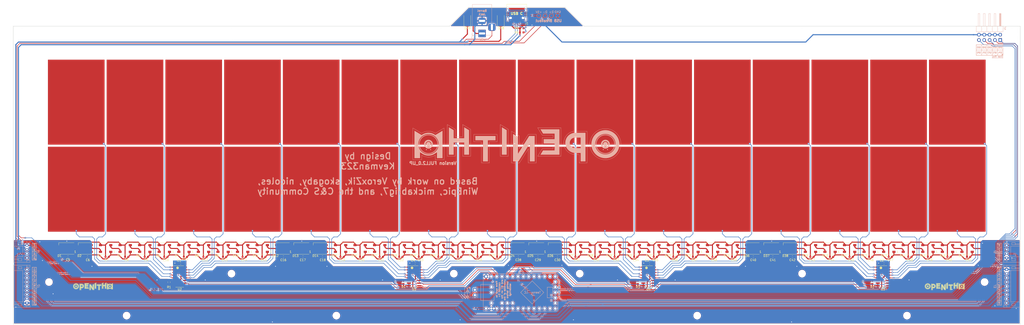
<source format=kicad_pcb>
(kicad_pcb (version 20171130) (host pcbnew "(5.1.7)-1")
  (layers (0 F.Cu signal) (31 B.Cu signal) (34 B.Paste user) (35 F.Paste user) (36 B.SilkS user) (37 F.SilkS user) (38 B.Mask user) (39 F.Mask user) (44 Edge.Cuts user))
  (net 0 "")
  (net 1 GND)
  (net 2 +5V)
  (net 3 /MUX_0)
  (net 4 /MUX_1)
  (net 5 /MUX_2)
  (net 6 /KEY_7)
  (net 7 /KEY_6)
  (net 8 /KEY_5)
  (net 9 /KEY_4)
  (net 10 /KEY_3)
  (net 11 /KEY_2)
  (net 12 /KEY_1)
  (net 13 /KEY_0)
  (net 14 /KEY_8)
  (net 15 /KEY_9)
  (net 16 /KEY_10)
  (net 17 /KEY_11)
  (net 18 /KEY_12)
  (net 19 /KEY_13)
  (net 20 /KEY_14)
  (net 21 /KEY_15)
  (net 22 /RGB_DO)
  (net 23 +3V3)
  (net 24 /TOUCH_1)
  (net 25 /TOUCH_0)
  (net 26 /RGB_DO_BUF)
  (net 27 /TOUCH_2)
  (net 28 /TOUCH_3)
  (net 29 /KEY_23)
  (net 30 /KEY_22)
  (net 31 /KEY_21)
  (net 32 /KEY_20)
  (net 33 /KEY_19)
  (net 34 /KEY_18)
  (net 35 /KEY_17)
  (net 36 /KEY_16)
  (net 37 /KEY_31)
  (net 38 /KEY_30)
  (net 39 /KEY_29)
  (net 40 /KEY_28)
  (net 41 /KEY_27)
  (net 42 /KEY_26)
  (net 43 /KEY_25)
  (net 44 /KEY_24)
  (net 45 /SPARE_3)
  (net 46 /SPARE_2)
  (net 47 /SPARE_1)
  (net 48 /SPARE_0)
  (net 49 /SPARE_4)
  (net 50 "Net-(D1-Pad2)")
  (net 51 "Net-(D2-Pad2)")
  (net 52 "Net-(D3-Pad2)")
  (net 53 "Net-(D4-Pad2)")
  (net 54 "Net-(D5-Pad2)")
  (net 55 "Net-(D6-Pad2)")
  (net 56 "Net-(D7-Pad2)")
  (net 57 "Net-(D8-Pad2)")
  (net 58 "Net-(D10-Pad4)")
  (net 59 "Net-(D10-Pad2)")
  (net 60 "Net-(D11-Pad2)")
  (net 61 "Net-(D12-Pad2)")
  (net 62 "Net-(D13-Pad2)")
  (net 63 "Net-(D14-Pad2)")
  (net 64 "Net-(D15-Pad2)")
  (net 65 "Net-(D16-Pad2)")
  (net 66 "Net-(D17-Pad2)")
  (net 67 "Net-(D18-Pad2)")
  (net 68 "Net-(D19-Pad2)")
  (net 69 "Net-(D20-Pad2)")
  (net 70 "Net-(D21-Pad2)")
  (net 71 "Net-(D22-Pad2)")
  (net 72 "Net-(D23-Pad2)")
  (net 73 "Net-(D24-Pad2)")
  (net 74 "Net-(D25-Pad2)")
  (net 75 "Net-(D26-Pad2)")
  (net 76 "Net-(D27-Pad2)")
  (net 77 "Net-(D28-Pad2)")
  (net 78 "Net-(D29-Pad2)")
  (net 79 "Net-(D30-Pad2)")
  (net 80 "Net-(D31-Pad2)")
  (net 81 "Net-(R1-Pad1)")
  (net 82 "Net-(R2-Pad1)")
  (net 83 "Net-(R3-Pad1)")
  (net 84 "Net-(R4-Pad1)")
  (net 85 "Net-(U1-Pad18)")
  (net 86 "Net-(U1-Pad17)")
  (net 87 "Net-(U1-Pad16)")
  (net 88 "Net-(U1-Pad35)")
  (net 89 "Net-(U1-Pad34)")
  (net 90 /AIR_LED_4)
  (net 91 /AIR_LED_2)
  (net 92 /AIR_LED_0)
  (net 93 /AIR_SENSOR_1)
  (net 94 /AIR_SENSOR_3)
  (net 95 /AIR_SENSOR_5)
  (net 96 /AIR_SENSOR_4)
  (net 97 /AIR_SENSOR_2)
  (net 98 /AIR_SENSOR_0)
  (net 99 /AIR_LED_1)
  (net 100 /AIR_LED_3)
  (net 101 /AIR_LED_5)
  (net 102 "Net-(J5-Pad3)")
  (net 103 "Net-(J6-Pad3)")
  (net 104 "Net-(D32-Pad2)")
  (net 105 "Net-(D33-Pad2)")
  (net 106 /USB_D+)
  (net 107 /USB_D-)
  (net 108 /BARREL_DETECT)
  (net 109 "Net-(D34-Pad2)")
  (net 110 "Net-(D35-Pad2)")
  (net 111 "Net-(D36-Pad2)")
  (net 112 "Net-(D37-Pad2)")
  (net 113 "Net-(D38-Pad2)")
  (net 114 "Net-(D39-Pad2)")
  (net 115 "Net-(D40-Pad2)")
  (net 116 "Net-(D41-Pad2)")
  (net 117 "Net-(D42-Pad2)")
  (net 118 "Net-(D43-Pad2)")
  (net 119 "Net-(D44-Pad2)")
  (net 120 "Net-(D45-Pad2)")
  (net 121 "Net-(D46-Pad2)")
  (net 122 "Net-(D47-Pad2)")
  (net 123 "Net-(D48-Pad2)")
  (net 124 "Net-(D49-Pad2)")
  (net 125 "Net-(J1-PadB8)")
  (net 126 "Net-(J1-PadA5)")
  (net 127 "Net-(J1-PadA8)")
  (net 128 "Net-(J1-PadB5)")
  (net 129 "Net-(J1-PadS1)")
  (module Diode_SMD:D_SMA (layer F.Cu) (at 124.46 10.89 90)
    (fp_text reference D49 (at -4.11 0.04 180) (layer F.SilkS))
    (fp_text value D_Schottky)
    (pad 2 smd rect (at 2 0 90) (size 2.5 1.8) (layers F.Cu F.Paste F.Mask) (net 124 "Net-(D49-Pad2)"))
    (pad 1 smd rect (at -2 0 90) (size 2.5 1.8) (layers F.Cu F.Paste F.Mask) (net 2 +5V))
  )
  (module Connector_USB:USB_C_Receptacle_HRO_TYPE-C-31-M-12 (layer F.Cu) (at 148 7.5 180)
    (fp_text reference J1 (at -4.75 -5.25) (layer F.SilkS))
    (fp_text value USB_C_Receptacle)
    (pad B1 smd rect (at 3.25 -4.045 180) (size 0.6 1.45) (layers F.Cu F.Paste F.Mask) (net 1 GND))
    (pad A9 smd rect (at 2.45 -4.045 180) (size 0.6 1.45) (layers F.Cu F.Paste F.Mask) (net 123 "Net-(D48-Pad2)"))
    (pad B9 smd rect (at -2.45 -4.045 180) (size 0.6 1.45) (layers F.Cu F.Paste F.Mask) (net 123 "Net-(D48-Pad2)"))
    (pad B12 smd rect (at -3.25 -4.045 180) (size 0.6 1.45) (layers F.Cu F.Paste F.Mask) (net 1 GND))
    (pad A1 smd rect (at -3.25 -4.045 180) (size 0.6 1.45) (layers F.Cu F.Paste F.Mask) (net 1 GND))
    (pad A4 smd rect (at -2.45 -4.045 180) (size 0.6 1.45) (layers F.Cu F.Paste F.Mask) (net 123 "Net-(D48-Pad2)"))
    (pad B4 smd rect (at 2.45 -4.045 180) (size 0.6 1.45) (layers F.Cu F.Paste F.Mask) (net 123 "Net-(D48-Pad2)"))
    (pad A12 smd rect (at 3.25 -4.045 180) (size 0.6 1.45) (layers F.Cu F.Paste F.Mask) (net 1 GND))
    (pad B8 smd rect (at -1.75 -4.045 180) (size 0.3 1.45) (layers F.Cu F.Paste F.Mask) (net 125 "Net-(J1-PadB8)"))
    (pad A5 smd rect (at -1.25 -4.045 180) (size 0.3 1.45) (layers F.Cu F.Paste F.Mask) (net 126 "Net-(J1-PadA5)"))
    (pad B7 smd rect (at -0.75 -4.045 180) (size 0.3 1.45) (layers F.Cu F.Paste F.Mask) (net 107 /USB_D-))
    (pad A7 smd rect (at 0.25 -4.045 180) (size 0.3 1.45) (layers F.Cu F.Paste F.Mask) (net 107 /USB_D-))
    (pad B6 smd rect (at 0.75 -4.045 180) (size 0.3 1.45) (layers F.Cu F.Paste F.Mask) (net 106 /USB_D+))
    (pad A8 smd rect (at 1.25 -4.045 180) (size 0.3 1.45) (layers F.Cu F.Paste F.Mask) (net 127 "Net-(J1-PadA8)"))
    (pad B5 smd rect (at 1.75 -4.045 180) (size 0.3 1.45) (layers F.Cu F.Paste F.Mask) (net 128 "Net-(J1-PadB5)"))
    (pad A6 smd rect (at -0.25 -4.045 180) (size 0.3 1.45) (layers F.Cu F.Paste F.Mask) (net 106 /USB_D+))
    (pad S1 thru_hole oval (at 4.32 -3.13 180) (size 1 2.1) (drill oval 0.6 1.7) (layers *.Cu *.Mask) (net 129 "Net-(J1-PadS1)"))
    (pad S1 thru_hole oval (at -4.32 -3.13 180) (size 1 2.1) (drill oval 0.6 1.7) (layers *.Cu *.Mask) (net 129 "Net-(J1-PadS1)"))
    (pad "" np_thru_hole circle (at -2.89 -2.6 180) (size 0.65 0.65) (drill 0.65) (layers *.Cu *.Mask))
    (pad S1 thru_hole oval (at -4.32 1.05 180) (size 1 1.6) (drill oval 0.6 1.2) (layers *.Cu *.Mask) (net 129 "Net-(J1-PadS1)"))
    (pad "" np_thru_hole circle (at 2.89 -2.6 180) (size 0.65 0.65) (drill 0.65) (layers *.Cu *.Mask))
    (pad S1 thru_hole oval (at 4.32 1.05 180) (size 1 1.6) (drill oval 0.6 1.2) (layers *.Cu *.Mask) (net 129 "Net-(J1-PadS1)"))
  )
  (module Diode_SMD:D_SMA (layer F.Cu) (at 140.335 10.89 90)
    (fp_text reference D48 (at -4.11 0.165 180) (layer F.SilkS))
    (fp_text value D_Schottky)
    (pad 2 smd rect (at 2 0 90) (size 2.5 1.8) (layers F.Cu F.Paste F.Mask) (net 123 "Net-(D48-Pad2)"))
    (pad 1 smd rect (at -2 0 90) (size 2.5 1.8) (layers F.Cu F.Paste F.Mask) (net 2 +5V))
  )
  (module TestPoint:TestPoint_Pad_D1.5mm (layer B.Cu) (at 164.5 9)
    (fp_text reference TP3 hide)
    (fp_text value D+ (at 0 -1.75) (layer B.SilkS) (effects (justify mirror)))
    (pad 1 smd circle (at 0 0) (size 1.5 1.5) (layers B.Cu B.Mask) (net 106 /USB_D+))
  )
  (module TestPoint:TestPoint_Pad_D1.5mm (layer B.Cu) (at 161.5 9)
    (fp_text reference TP2 hide)
    (fp_text value D- (at 0 -1.75) (layer B.SilkS) (effects (justify mirror)))
    (pad 1 smd circle (at 0 0) (size 1.5 1.5) (layers B.Cu B.Mask) (net 107 /USB_D-))
  )
  (module TestPoint:TestPoint_Pad_D1.5mm (layer B.Cu) (at 158.5 9)
    (fp_text reference TP1 hide)
    (fp_text value +5V (at 0 -1.75) (layer B.SilkS) (effects (justify mirror)))
    (pad 1 smd circle (at 0 0) (size 1.5 1.5) (layers B.Cu B.Mask) (net 123 "Net-(D48-Pad2)"))
  )
  (module Connector_BarrelJack:BarrelJack_Horizontal (layer B.Cu) (at 131.445 17.5 270)
    (fp_text reference J7 (at 2.215 4.365) (layer B.SilkS) (effects (justify mirror)))
    (fp_text value Barrel_Jack)
    (pad 1 thru_hole rect (at 0 0 270) (size 3.5 3.5) (drill oval 1 3) (layers *.Cu *.Mask) (net 124 "Net-(D49-Pad2)"))
    (pad 2 thru_hole roundrect (at -6 0 270) (size 3 3.5) (drill oval 1 3) (layers *.Cu *.Mask) (net 1 GND))
    (pad 3 thru_hole roundrect (at -3 -4.7 270) (size 3.5 3.5) (drill oval 3 1) (layers *.Cu *.Mask) (net 108 /BARREL_DETECT))
  )
  (module Resistor_SMD:R_0603_1608Metric (layer F.Cu) (at 150.34 15)
    (fp_text reference R5 (at -2.5 0) (layer F.SilkS))
    (fp_text value 5.1k)
    (pad 2 smd roundrect (at 0.825 0) (size 0.8 0.95) (layers F.Cu F.Paste F.Mask) (net 126 "Net-(J1-PadA5)"))
    (pad 1 smd roundrect (at -0.825 0) (size 0.8 0.95) (layers F.Cu F.Paste F.Mask) (net 1 GND))
  )
  (module Resistor_SMD:R_0603_1608Metric (layer F.Cu) (at 150.34 17)
    (fp_text reference R6 (at -2.425 0) (layer F.SilkS))
    (fp_text value 5.1k)
    (pad 2 smd roundrect (at 0.825 0) (size 0.8 0.95) (layers F.Cu F.Paste F.Mask) (net 128 "Net-(J1-PadB5)"))
    (pad 1 smd roundrect (at -0.825 0) (size 0.8 0.95) (layers F.Cu F.Paste F.Mask) (net 1 GND))
  )
  (module TestPoint:TestPoint_Pad_D1.5mm (layer B.Cu) (at 167.5 9)
    (fp_text reference TP4 hide)
    (fp_text value GND (at 0 -1.75) (layer B.SilkS) (effects (justify mirror)))
    (pad 1 smd circle (at 0 0) (size 1.5 1.5) (layers B.Cu B.Mask) (net 1 GND))
  )
  (module LED_SMD:LED_WS2812B_PLCC4_5.0x5.0mm_P3.2mm (layer F.Cu) (at 362.666667 120 180)
    (fp_text reference D47 (at 2.666667 -3.5) (layer F.SilkS))
    (fp_text value WS2812B-B)
    (fp_text user 1 (at -4.15 -1.6) (layer F.SilkS))
    (pad 1 smd rect (at -2.45 -1.6 180) (size 1.5 1) (layers F.Cu F.Paste F.Mask) (net 2 +5V))
    (pad 2 smd rect (at -2.45 1.6 180) (size 1.5 1) (layers F.Cu F.Paste F.Mask) (net 122 "Net-(D47-Pad2)"))
    (pad 4 smd rect (at 2.45 -1.6 180) (size 1.5 1) (layers F.Cu F.Paste F.Mask) (net 121 "Net-(D46-Pad2)"))
    (pad 3 smd rect (at 2.45 1.6 180) (size 1.5 1) (layers F.Cu F.Paste F.Mask) (net 1 GND))
  )
  (module LED_SMD:LED_WS2812B_PLCC4_5.0x5.0mm_P3.2mm (layer F.Cu) (at 353.333318 120 180)
    (fp_text reference D46 (at 2.333318 -3.5) (layer F.SilkS))
    (fp_text value WS2812B-B)
    (fp_text user 1 (at -4.15 -1.6) (layer F.SilkS))
    (pad 1 smd rect (at -2.45 -1.6 180) (size 1.5 1) (layers F.Cu F.Paste F.Mask) (net 2 +5V))
    (pad 2 smd rect (at -2.45 1.6 180) (size 1.5 1) (layers F.Cu F.Paste F.Mask) (net 121 "Net-(D46-Pad2)"))
    (pad 4 smd rect (at 2.45 -1.6 180) (size 1.5 1) (layers F.Cu F.Paste F.Mask) (net 120 "Net-(D45-Pad2)"))
    (pad 3 smd rect (at 2.45 1.6 180) (size 1.5 1) (layers F.Cu F.Paste F.Mask) (net 1 GND))
  )
  (module LED_SMD:LED_WS2812B_PLCC4_5.0x5.0mm_P3.2mm (layer F.Cu) (at 343.999985 120 180)
    (fp_text reference D45 (at 2.499985 -3.5) (layer F.SilkS))
    (fp_text value WS2812B-B)
    (fp_text user 1 (at -4.15 -1.6) (layer F.SilkS))
    (pad 1 smd rect (at -2.45 -1.6 180) (size 1.5 1) (layers F.Cu F.Paste F.Mask) (net 2 +5V))
    (pad 2 smd rect (at -2.45 1.6 180) (size 1.5 1) (layers F.Cu F.Paste F.Mask) (net 120 "Net-(D45-Pad2)"))
    (pad 4 smd rect (at 2.45 -1.6 180) (size 1.5 1) (layers F.Cu F.Paste F.Mask) (net 119 "Net-(D44-Pad2)"))
    (pad 3 smd rect (at 2.45 1.6 180) (size 1.5 1) (layers F.Cu F.Paste F.Mask) (net 1 GND))
  )
  (module LED_SMD:LED_WS2812B_PLCC4_5.0x5.0mm_P3.2mm (layer F.Cu) (at 334.666652 120 180)
    (fp_text reference D44 (at 2.666652 -3.5) (layer F.SilkS))
    (fp_text value WS2812B-B)
    (fp_text user 1 (at -4.15 -1.6) (layer F.SilkS))
    (pad 1 smd rect (at -2.45 -1.6 180) (size 1.5 1) (layers F.Cu F.Paste F.Mask) (net 2 +5V))
    (pad 2 smd rect (at -2.45 1.6 180) (size 1.5 1) (layers F.Cu F.Paste F.Mask) (net 119 "Net-(D44-Pad2)"))
    (pad 4 smd rect (at 2.45 -1.6 180) (size 1.5 1) (layers F.Cu F.Paste F.Mask) (net 118 "Net-(D43-Pad2)"))
    (pad 3 smd rect (at 2.45 1.6 180) (size 1.5 1) (layers F.Cu F.Paste F.Mask) (net 1 GND))
  )
  (module LED_SMD:LED_WS2812B_PLCC4_5.0x5.0mm_P3.2mm (layer F.Cu) (at 325.333319 120 180)
    (fp_text reference D43 (at 2.333319 -3.5) (layer F.SilkS))
    (fp_text value WS2812B-B)
    (fp_text user 1 (at -4.15 -1.6) (layer F.SilkS))
    (pad 1 smd rect (at -2.45 -1.6 180) (size 1.5 1) (layers F.Cu F.Paste F.Mask) (net 2 +5V))
    (pad 2 smd rect (at -2.45 1.6 180) (size 1.5 1) (layers F.Cu F.Paste F.Mask) (net 118 "Net-(D43-Pad2)"))
    (pad 4 smd rect (at 2.45 -1.6 180) (size 1.5 1) (layers F.Cu F.Paste F.Mask) (net 117 "Net-(D42-Pad2)"))
    (pad 3 smd rect (at 2.45 1.6 180) (size 1.5 1) (layers F.Cu F.Paste F.Mask) (net 1 GND))
  )
  (module LED_SMD:LED_WS2812B_PLCC4_5.0x5.0mm_P3.2mm (layer F.Cu) (at 315.999986 120 180)
    (fp_text reference D42 (at 2.499986 -3.5) (layer F.SilkS))
    (fp_text value WS2812B-B)
    (fp_text user 1 (at -4.15 -1.6) (layer F.SilkS))
    (pad 1 smd rect (at -2.45 -1.6 180) (size 1.5 1) (layers F.Cu F.Paste F.Mask) (net 2 +5V))
    (pad 2 smd rect (at -2.45 1.6 180) (size 1.5 1) (layers F.Cu F.Paste F.Mask) (net 117 "Net-(D42-Pad2)"))
    (pad 4 smd rect (at 2.45 -1.6 180) (size 1.5 1) (layers F.Cu F.Paste F.Mask) (net 116 "Net-(D41-Pad2)"))
    (pad 3 smd rect (at 2.45 1.6 180) (size 1.5 1) (layers F.Cu F.Paste F.Mask) (net 1 GND))
  )
  (module LED_SMD:LED_WS2812B_PLCC4_5.0x5.0mm_P3.2mm (layer F.Cu) (at 306.666653 120 180)
    (fp_text reference D41 (at 2.666653 -3.5) (layer F.SilkS))
    (fp_text value WS2812B-B)
    (fp_text user 1 (at -4.15 -1.6) (layer F.SilkS))
    (pad 1 smd rect (at -2.45 -1.6 180) (size 1.5 1) (layers F.Cu F.Paste F.Mask) (net 2 +5V))
    (pad 2 smd rect (at -2.45 1.6 180) (size 1.5 1) (layers F.Cu F.Paste F.Mask) (net 116 "Net-(D41-Pad2)"))
    (pad 4 smd rect (at 2.45 -1.6 180) (size 1.5 1) (layers F.Cu F.Paste F.Mask) (net 115 "Net-(D40-Pad2)"))
    (pad 3 smd rect (at 2.45 1.6 180) (size 1.5 1) (layers F.Cu F.Paste F.Mask) (net 1 GND))
  )
  (module LED_SMD:LED_WS2812B_PLCC4_5.0x5.0mm_P3.2mm (layer F.Cu) (at 297.33332 120 180)
    (fp_text reference D40 (at 2.33332 -3.5) (layer F.SilkS))
    (fp_text value WS2812B-B)
    (fp_text user 1 (at -4.15 -1.6) (layer F.SilkS))
    (pad 1 smd rect (at -2.45 -1.6 180) (size 1.5 1) (layers F.Cu F.Paste F.Mask) (net 2 +5V))
    (pad 2 smd rect (at -2.45 1.6 180) (size 1.5 1) (layers F.Cu F.Paste F.Mask) (net 115 "Net-(D40-Pad2)"))
    (pad 4 smd rect (at 2.45 -1.6 180) (size 1.5 1) (layers F.Cu F.Paste F.Mask) (net 114 "Net-(D39-Pad2)"))
    (pad 3 smd rect (at 2.45 1.6 180) (size 1.5 1) (layers F.Cu F.Paste F.Mask) (net 1 GND))
  )
  (module LED_SMD:LED_WS2812B_PLCC4_5.0x5.0mm_P3.2mm (layer F.Cu) (at 287.999987 120 180)
    (fp_text reference D39 (at 2.499987 -3.5) (layer F.SilkS))
    (fp_text value WS2812B-B)
    (fp_text user 1 (at -4.15 -1.6) (layer F.SilkS))
    (pad 3 smd rect (at 2.45 1.6 180) (size 1.5 1) (layers F.Cu F.Paste F.Mask) (net 1 GND))
    (pad 4 smd rect (at 2.45 -1.6 180) (size 1.5 1) (layers F.Cu F.Paste F.Mask) (net 113 "Net-(D38-Pad2)"))
    (pad 2 smd rect (at -2.45 1.6 180) (size 1.5 1) (layers F.Cu F.Paste F.Mask) (net 114 "Net-(D39-Pad2)"))
    (pad 1 smd rect (at -2.45 -1.6 180) (size 1.5 1) (layers F.Cu F.Paste F.Mask) (net 2 +5V))
  )
  (module LED_SMD:LED_WS2812B_PLCC4_5.0x5.0mm_P3.2mm (layer F.Cu) (at 278.666654 120 180)
    (fp_text reference D38 (at 2.666654 -3.5) (layer F.SilkS))
    (fp_text value WS2812B-B)
    (fp_text user 1 (at -4.15 -1.6) (layer F.SilkS))
    (pad 3 smd rect (at 2.45 1.6 180) (size 1.5 1) (layers F.Cu F.Paste F.Mask) (net 1 GND))
    (pad 4 smd rect (at 2.45 -1.6 180) (size 1.5 1) (layers F.Cu F.Paste F.Mask) (net 112 "Net-(D37-Pad2)"))
    (pad 2 smd rect (at -2.45 1.6 180) (size 1.5 1) (layers F.Cu F.Paste F.Mask) (net 113 "Net-(D38-Pad2)"))
    (pad 1 smd rect (at -2.45 -1.6 180) (size 1.5 1) (layers F.Cu F.Paste F.Mask) (net 2 +5V))
  )
  (module LED_SMD:LED_WS2812B_PLCC4_5.0x5.0mm_P3.2mm (layer F.Cu) (at 269.333321 120 180)
    (fp_text reference D37 (at 2.333321 -3.5) (layer F.SilkS))
    (fp_text value WS2812B-B)
    (fp_text user 1 (at -4.15 -1.6) (layer F.SilkS))
    (pad 3 smd rect (at 2.45 1.6 180) (size 1.5 1) (layers F.Cu F.Paste F.Mask) (net 1 GND))
    (pad 4 smd rect (at 2.45 -1.6 180) (size 1.5 1) (layers F.Cu F.Paste F.Mask) (net 111 "Net-(D36-Pad2)"))
    (pad 2 smd rect (at -2.45 1.6 180) (size 1.5 1) (layers F.Cu F.Paste F.Mask) (net 112 "Net-(D37-Pad2)"))
    (pad 1 smd rect (at -2.45 -1.6 180) (size 1.5 1) (layers F.Cu F.Paste F.Mask) (net 2 +5V))
  )
  (module LED_SMD:LED_WS2812B_PLCC4_5.0x5.0mm_P3.2mm (layer F.Cu) (at 259.999988 120 180)
    (fp_text reference D36 (at 2.499988 -3.5) (layer F.SilkS))
    (fp_text value WS2812B-B)
    (fp_text user 1 (at -4.15 -1.6) (layer F.SilkS))
    (pad 3 smd rect (at 2.45 1.6 180) (size 1.5 1) (layers F.Cu F.Paste F.Mask) (net 1 GND))
    (pad 4 smd rect (at 2.45 -1.6 180) (size 1.5 1) (layers F.Cu F.Paste F.Mask) (net 110 "Net-(D35-Pad2)"))
    (pad 2 smd rect (at -2.45 1.6 180) (size 1.5 1) (layers F.Cu F.Paste F.Mask) (net 111 "Net-(D36-Pad2)"))
    (pad 1 smd rect (at -2.45 -1.6 180) (size 1.5 1) (layers F.Cu F.Paste F.Mask) (net 2 +5V))
  )
  (module LED_SMD:LED_WS2812B_PLCC4_5.0x5.0mm_P3.2mm (layer F.Cu) (at 250.666655 120 180)
    (fp_text reference D35 (at 2.666655 -3.5) (layer F.SilkS))
    (fp_text value WS2812B-B)
    (fp_text user 1 (at -4.15 -1.6) (layer F.SilkS))
    (pad 3 smd rect (at 2.45 1.6 180) (size 1.5 1) (layers F.Cu F.Paste F.Mask) (net 1 GND))
    (pad 4 smd rect (at 2.45 -1.6 180) (size 1.5 1) (layers F.Cu F.Paste F.Mask) (net 109 "Net-(D34-Pad2)"))
    (pad 2 smd rect (at -2.45 1.6 180) (size 1.5 1) (layers F.Cu F.Paste F.Mask) (net 110 "Net-(D35-Pad2)"))
    (pad 1 smd rect (at -2.45 -1.6 180) (size 1.5 1) (layers F.Cu F.Paste F.Mask) (net 2 +5V))
  )
  (module LED_SMD:LED_WS2812B_PLCC4_5.0x5.0mm_P3.2mm (layer F.Cu) (at 241.333322 120 180)
    (fp_text reference D34 (at 2.333322 -3.5) (layer F.SilkS))
    (fp_text value WS2812B-B)
    (fp_text user 1 (at -4.15 -1.6) (layer F.SilkS))
    (pad 3 smd rect (at 2.45 1.6 180) (size 1.5 1) (layers F.Cu F.Paste F.Mask) (net 1 GND))
    (pad 4 smd rect (at 2.45 -1.6 180) (size 1.5 1) (layers F.Cu F.Paste F.Mask) (net 105 "Net-(D33-Pad2)"))
    (pad 2 smd rect (at -2.45 1.6 180) (size 1.5 1) (layers F.Cu F.Paste F.Mask) (net 109 "Net-(D34-Pad2)"))
    (pad 1 smd rect (at -2.45 -1.6 180) (size 1.5 1) (layers F.Cu F.Paste F.Mask) (net 2 +5V))
  )
  (module LED_SMD:LED_WS2812B_PLCC4_5.0x5.0mm_P3.2mm (layer F.Cu) (at 231.999989 120 180)
    (fp_text reference D33 (at 2.499989 -3.5) (layer F.SilkS))
    (fp_text value WS2812B-B)
    (fp_text user 1 (at -4.15 -1.6) (layer F.SilkS))
    (pad 3 smd rect (at 2.45 1.6 180) (size 1.5 1) (layers F.Cu F.Paste F.Mask) (net 1 GND))
    (pad 4 smd rect (at 2.45 -1.6 180) (size 1.5 1) (layers F.Cu F.Paste F.Mask) (net 104 "Net-(D32-Pad2)"))
    (pad 2 smd rect (at -2.45 1.6 180) (size 1.5 1) (layers F.Cu F.Paste F.Mask) (net 105 "Net-(D33-Pad2)"))
    (pad 1 smd rect (at -2.45 -1.6 180) (size 1.5 1) (layers F.Cu F.Paste F.Mask) (net 2 +5V))
  )
  (module LED_SMD:LED_WS2812B_PLCC4_5.0x5.0mm_P3.2mm (layer F.Cu) (at 222.666656 120 180)
    (fp_text reference D32 (at 2.666656 -3.5) (layer F.SilkS))
    (fp_text value WS2812B-B)
    (fp_text user 1 (at -4.15 -1.6) (layer F.SilkS))
    (pad 3 smd rect (at 2.45 1.6 180) (size 1.5 1) (layers F.Cu F.Paste F.Mask) (net 1 GND))
    (pad 4 smd rect (at 2.45 -1.6 180) (size 1.5 1) (layers F.Cu F.Paste F.Mask) (net 80 "Net-(D31-Pad2)"))
    (pad 2 smd rect (at -2.45 1.6 180) (size 1.5 1) (layers F.Cu F.Paste F.Mask) (net 104 "Net-(D32-Pad2)"))
    (pad 1 smd rect (at -2.45 -1.6 180) (size 1.5 1) (layers F.Cu F.Paste F.Mask) (net 2 +5V))
  )
  (module LED_SMD:LED_WS2812B_PLCC4_5.0x5.0mm_P3.2mm (layer F.Cu) (at 213.333323 120 180)
    (fp_text reference D31 (at 2.333323 -3.5) (layer F.SilkS))
    (fp_text value WS2812B-B)
    (fp_text user 1 (at -4.15 -1.6) (layer F.SilkS))
    (pad 3 smd rect (at 2.45 1.6 180) (size 1.5 1) (layers F.Cu F.Paste F.Mask) (net 1 GND))
    (pad 4 smd rect (at 2.45 -1.6 180) (size 1.5 1) (layers F.Cu F.Paste F.Mask) (net 79 "Net-(D30-Pad2)"))
    (pad 2 smd rect (at -2.45 1.6 180) (size 1.5 1) (layers F.Cu F.Paste F.Mask) (net 80 "Net-(D31-Pad2)"))
    (pad 1 smd rect (at -2.45 -1.6 180) (size 1.5 1) (layers F.Cu F.Paste F.Mask) (net 2 +5V))
  )
  (module LED_SMD:LED_WS2812B_PLCC4_5.0x5.0mm_P3.2mm (layer F.Cu) (at 203.99999 120 180)
    (fp_text reference D30 (at 2.49999 -3.5) (layer F.SilkS))
    (fp_text value WS2812B-B)
    (fp_text user 1 (at -4.15 -1.6) (layer F.SilkS))
    (pad 3 smd rect (at 2.45 1.6 180) (size 1.5 1) (layers F.Cu F.Paste F.Mask) (net 1 GND))
    (pad 4 smd rect (at 2.45 -1.6 180) (size 1.5 1) (layers F.Cu F.Paste F.Mask) (net 78 "Net-(D29-Pad2)"))
    (pad 2 smd rect (at -2.45 1.6 180) (size 1.5 1) (layers F.Cu F.Paste F.Mask) (net 79 "Net-(D30-Pad2)"))
    (pad 1 smd rect (at -2.45 -1.6 180) (size 1.5 1) (layers F.Cu F.Paste F.Mask) (net 2 +5V))
  )
  (module LED_SMD:LED_WS2812B_PLCC4_5.0x5.0mm_P3.2mm (layer F.Cu) (at 194.666657 120 180)
    (fp_text reference D29 (at 2.666657 -3.5) (layer F.SilkS))
    (fp_text value WS2812B-B)
    (fp_text user 1 (at -4.15 -1.6) (layer F.SilkS))
    (pad 3 smd rect (at 2.45 1.6 180) (size 1.5 1) (layers F.Cu F.Paste F.Mask) (net 1 GND))
    (pad 4 smd rect (at 2.45 -1.6 180) (size 1.5 1) (layers F.Cu F.Paste F.Mask) (net 77 "Net-(D28-Pad2)"))
    (pad 2 smd rect (at -2.45 1.6 180) (size 1.5 1) (layers F.Cu F.Paste F.Mask) (net 78 "Net-(D29-Pad2)"))
    (pad 1 smd rect (at -2.45 -1.6 180) (size 1.5 1) (layers F.Cu F.Paste F.Mask) (net 2 +5V))
  )
  (module LED_SMD:LED_WS2812B_PLCC4_5.0x5.0mm_P3.2mm (layer F.Cu) (at 185.333324 120 180)
    (fp_text reference D28 (at 2.333324 -3.5) (layer F.SilkS))
    (fp_text value WS2812B-B)
    (fp_text user 1 (at -4.15 -1.6) (layer F.SilkS))
    (pad 3 smd rect (at 2.45 1.6 180) (size 1.5 1) (layers F.Cu F.Paste F.Mask) (net 1 GND))
    (pad 4 smd rect (at 2.45 -1.6 180) (size 1.5 1) (layers F.Cu F.Paste F.Mask) (net 76 "Net-(D27-Pad2)"))
    (pad 2 smd rect (at -2.45 1.6 180) (size 1.5 1) (layers F.Cu F.Paste F.Mask) (net 77 "Net-(D28-Pad2)"))
    (pad 1 smd rect (at -2.45 -1.6 180) (size 1.5 1) (layers F.Cu F.Paste F.Mask) (net 2 +5V))
  )
  (module LED_SMD:LED_WS2812B_PLCC4_5.0x5.0mm_P3.2mm (layer F.Cu) (at 175.999991 120 180)
    (fp_text reference D27 (at 2.499991 -3.5) (layer F.SilkS))
    (fp_text value WS2812B-B)
    (fp_text user 1 (at -4.15 -1.6) (layer F.SilkS))
    (pad 3 smd rect (at 2.45 1.6 180) (size 1.5 1) (layers F.Cu F.Paste F.Mask) (net 1 GND))
    (pad 4 smd rect (at 2.45 -1.6 180) (size 1.5 1) (layers F.Cu F.Paste F.Mask) (net 75 "Net-(D26-Pad2)"))
    (pad 2 smd rect (at -2.45 1.6 180) (size 1.5 1) (layers F.Cu F.Paste F.Mask) (net 76 "Net-(D27-Pad2)"))
    (pad 1 smd rect (at -2.45 -1.6 180) (size 1.5 1) (layers F.Cu F.Paste F.Mask) (net 2 +5V))
  )
  (module LED_SMD:LED_WS2812B_PLCC4_5.0x5.0mm_P3.2mm (layer F.Cu) (at 166.666658 120 180)
    (fp_text reference D26 (at 2.666658 -3.5) (layer F.SilkS))
    (fp_text value WS2812B-B)
    (fp_text user 1 (at -4.15 -1.6) (layer F.SilkS))
    (pad 3 smd rect (at 2.45 1.6 180) (size 1.5 1) (layers F.Cu F.Paste F.Mask) (net 1 GND))
    (pad 4 smd rect (at 2.45 -1.6 180) (size 1.5 1) (layers F.Cu F.Paste F.Mask) (net 74 "Net-(D25-Pad2)"))
    (pad 2 smd rect (at -2.45 1.6 180) (size 1.5 1) (layers F.Cu F.Paste F.Mask) (net 75 "Net-(D26-Pad2)"))
    (pad 1 smd rect (at -2.45 -1.6 180) (size 1.5 1) (layers F.Cu F.Paste F.Mask) (net 2 +5V))
  )
  (module LED_SMD:LED_WS2812B_PLCC4_5.0x5.0mm_P3.2mm (layer F.Cu) (at 157.333325 120 180)
    (fp_text reference D25 (at 2.833325 -3.5) (layer F.SilkS))
    (fp_text value WS2812B-B)
    (fp_text user 1 (at -4.15 -1.6) (layer F.SilkS))
    (pad 3 smd rect (at 2.45 1.6 180) (size 1.5 1) (layers F.Cu F.Paste F.Mask) (net 1 GND))
    (pad 4 smd rect (at 2.45 -1.6 180) (size 1.5 1) (layers F.Cu F.Paste F.Mask) (net 73 "Net-(D24-Pad2)"))
    (pad 2 smd rect (at -2.45 1.6 180) (size 1.5 1) (layers F.Cu F.Paste F.Mask) (net 74 "Net-(D25-Pad2)"))
    (pad 1 smd rect (at -2.45 -1.6 180) (size 1.5 1) (layers F.Cu F.Paste F.Mask) (net 2 +5V))
  )
  (module LED_SMD:LED_WS2812B_PLCC4_5.0x5.0mm_P3.2mm (layer F.Cu) (at 147.999992 120 180)
    (fp_text reference D24 (at 2.499992 -3.5) (layer F.SilkS))
    (fp_text value WS2812B-B)
    (fp_text user 1 (at -4.15 -1.6) (layer F.SilkS))
    (pad 3 smd rect (at 2.45 1.6 180) (size 1.5 1) (layers F.Cu F.Paste F.Mask) (net 1 GND))
    (pad 4 smd rect (at 2.45 -1.6 180) (size 1.5 1) (layers F.Cu F.Paste F.Mask) (net 72 "Net-(D23-Pad2)"))
    (pad 2 smd rect (at -2.45 1.6 180) (size 1.5 1) (layers F.Cu F.Paste F.Mask) (net 73 "Net-(D24-Pad2)"))
    (pad 1 smd rect (at -2.45 -1.6 180) (size 1.5 1) (layers F.Cu F.Paste F.Mask) (net 2 +5V))
  )
  (module LED_SMD:LED_WS2812B_PLCC4_5.0x5.0mm_P3.2mm (layer F.Cu) (at 138.666659 120 180)
    (fp_text reference D23 (at 2.666659 -3.5) (layer F.SilkS))
    (fp_text value WS2812B-B)
    (fp_text user 1 (at -4.15 -1.6) (layer F.SilkS))
    (pad 3 smd rect (at 2.45 1.6 180) (size 1.5 1) (layers F.Cu F.Paste F.Mask) (net 1 GND))
    (pad 4 smd rect (at 2.45 -1.6 180) (size 1.5 1) (layers F.Cu F.Paste F.Mask) (net 71 "Net-(D22-Pad2)"))
    (pad 2 smd rect (at -2.45 1.6 180) (size 1.5 1) (layers F.Cu F.Paste F.Mask) (net 72 "Net-(D23-Pad2)"))
    (pad 1 smd rect (at -2.45 -1.6 180) (size 1.5 1) (layers F.Cu F.Paste F.Mask) (net 2 +5V))
  )
  (module LED_SMD:LED_WS2812B_PLCC4_5.0x5.0mm_P3.2mm (layer F.Cu) (at 129.333326 120 180)
    (fp_text reference D22 (at 2.833326 -3.5) (layer F.SilkS))
    (fp_text value WS2812B-B)
    (fp_text user 1 (at -4.15 -1.6) (layer F.SilkS))
    (pad 3 smd rect (at 2.45 1.6 180) (size 1.5 1) (layers F.Cu F.Paste F.Mask) (net 1 GND))
    (pad 4 smd rect (at 2.45 -1.6 180) (size 1.5 1) (layers F.Cu F.Paste F.Mask) (net 70 "Net-(D21-Pad2)"))
    (pad 2 smd rect (at -2.45 1.6 180) (size 1.5 1) (layers F.Cu F.Paste F.Mask) (net 71 "Net-(D22-Pad2)"))
    (pad 1 smd rect (at -2.45 -1.6 180) (size 1.5 1) (layers F.Cu F.Paste F.Mask) (net 2 +5V))
  )
  (module LED_SMD:LED_WS2812B_PLCC4_5.0x5.0mm_P3.2mm (layer F.Cu) (at 119.999993 120 180)
    (fp_text reference D21 (at 2.999993 -3.5) (layer F.SilkS))
    (fp_text value WS2812B-B)
    (fp_text user 1 (at -4.15 -1.6) (layer F.SilkS))
    (pad 3 smd rect (at 2.45 1.6 180) (size 1.5 1) (layers F.Cu F.Paste F.Mask) (net 1 GND))
    (pad 4 smd rect (at 2.45 -1.6 180) (size 1.5 1) (layers F.Cu F.Paste F.Mask) (net 69 "Net-(D20-Pad2)"))
    (pad 2 smd rect (at -2.45 1.6 180) (size 1.5 1) (layers F.Cu F.Paste F.Mask) (net 70 "Net-(D21-Pad2)"))
    (pad 1 smd rect (at -2.45 -1.6 180) (size 1.5 1) (layers F.Cu F.Paste F.Mask) (net 2 +5V))
  )
  (module LED_SMD:LED_WS2812B_PLCC4_5.0x5.0mm_P3.2mm (layer F.Cu) (at 110.66666 120 180)
    (fp_text reference D20 (at 2.66666 -3.5) (layer F.SilkS))
    (fp_text value WS2812B-B)
    (fp_text user 1 (at -4.15 -1.6) (layer F.SilkS))
    (pad 3 smd rect (at 2.45 1.6 180) (size 1.5 1) (layers F.Cu F.Paste F.Mask) (net 1 GND))
    (pad 4 smd rect (at 2.45 -1.6 180) (size 1.5 1) (layers F.Cu F.Paste F.Mask) (net 68 "Net-(D19-Pad2)"))
    (pad 2 smd rect (at -2.45 1.6 180) (size 1.5 1) (layers F.Cu F.Paste F.Mask) (net 69 "Net-(D20-Pad2)"))
    (pad 1 smd rect (at -2.45 -1.6 180) (size 1.5 1) (layers F.Cu F.Paste F.Mask) (net 2 +5V))
  )
  (module LED_SMD:LED_WS2812B_PLCC4_5.0x5.0mm_P3.2mm (layer F.Cu) (at 101.333327 120 180)
    (fp_text reference D19 (at 2.833327 -3.5) (layer F.SilkS))
    (fp_text value WS2812B-B)
    (fp_text user 1 (at -4.15 -1.6) (layer F.SilkS))
    (pad 3 smd rect (at 2.45 1.6 180) (size 1.5 1) (layers F.Cu F.Paste F.Mask) (net 1 GND))
    (pad 4 smd rect (at 2.45 -1.6 180) (size 1.5 1) (layers F.Cu F.Paste F.Mask) (net 67 "Net-(D18-Pad2)"))
    (pad 2 smd rect (at -2.45 1.6 180) (size 1.5 1) (layers F.Cu F.Paste F.Mask) (net 68 "Net-(D19-Pad2)"))
    (pad 1 smd rect (at -2.45 -1.6 180) (size 1.5 1) (layers F.Cu F.Paste F.Mask) (net 2 +5V))
  )
  (module LED_SMD:LED_WS2812B_PLCC4_5.0x5.0mm_P3.2mm (layer F.Cu) (at 91.999994 120 180)
    (fp_text reference D18 (at 2.499994 -3.5) (layer F.SilkS))
    (fp_text value WS2812B-B)
    (fp_text user 1 (at -4.15 -1.6) (layer F.SilkS))
    (pad 3 smd rect (at 2.45 1.6 180) (size 1.5 1) (layers F.Cu F.Paste F.Mask) (net 1 GND))
    (pad 4 smd rect (at 2.45 -1.6 180) (size 1.5 1) (layers F.Cu F.Paste F.Mask) (net 66 "Net-(D17-Pad2)"))
    (pad 2 smd rect (at -2.45 1.6 180) (size 1.5 1) (layers F.Cu F.Paste F.Mask) (net 67 "Net-(D18-Pad2)"))
    (pad 1 smd rect (at -2.45 -1.6 180) (size 1.5 1) (layers F.Cu F.Paste F.Mask) (net 2 +5V))
  )
  (module LED_SMD:LED_WS2812B_PLCC4_5.0x5.0mm_P3.2mm (layer F.Cu) (at 82.666661 120 180)
    (fp_text reference D17 (at 2.666661 -3.5) (layer F.SilkS))
    (fp_text value WS2812B-B)
    (fp_text user 1 (at -4.15 -1.6) (layer F.SilkS))
    (pad 3 smd rect (at 2.45 1.6 180) (size 1.5 1) (layers F.Cu F.Paste F.Mask) (net 1 GND))
    (pad 4 smd rect (at 2.45 -1.6 180) (size 1.5 1) (layers F.Cu F.Paste F.Mask) (net 65 "Net-(D16-Pad2)"))
    (pad 2 smd rect (at -2.45 1.6 180) (size 1.5 1) (layers F.Cu F.Paste F.Mask) (net 66 "Net-(D17-Pad2)"))
    (pad 1 smd rect (at -2.45 -1.6 180) (size 1.5 1) (layers F.Cu F.Paste F.Mask) (net 2 +5V))
  )
  (module LED_SMD:LED_WS2812B_PLCC4_5.0x5.0mm_P3.2mm (layer F.Cu) (at 73.333328 120 180)
    (fp_text reference D16 (at 2.833328 -3.5) (layer F.SilkS))
    (fp_text value WS2812B-B)
    (fp_text user 1 (at -4.15 -1.6) (layer F.SilkS))
    (pad 3 smd rect (at 2.45 1.6 180) (size 1.5 1) (layers F.Cu F.Paste F.Mask) (net 1 GND))
    (pad 4 smd rect (at 2.45 -1.6 180) (size 1.5 1) (layers F.Cu F.Paste F.Mask) (net 64 "Net-(D15-Pad2)"))
    (pad 2 smd rect (at -2.45 1.6 180) (size 1.5 1) (layers F.Cu F.Paste F.Mask) (net 65 "Net-(D16-Pad2)"))
    (pad 1 smd rect (at -2.45 -1.6 180) (size 1.5 1) (layers F.Cu F.Paste F.Mask) (net 2 +5V))
  )
  (module LED_SMD:LED_WS2812B_PLCC4_5.0x5.0mm_P3.2mm (layer F.Cu) (at 63.999995 120 180)
    (fp_text reference D15 (at 2.999995 -3.5) (layer F.SilkS))
    (fp_text value WS2812B-B)
    (fp_text user 1 (at -4.15 -1.6) (layer F.SilkS))
    (pad 3 smd rect (at 2.45 1.6 180) (size 1.5 1) (layers F.Cu F.Paste F.Mask) (net 1 GND))
    (pad 4 smd rect (at 2.45 -1.6 180) (size 1.5 1) (layers F.Cu F.Paste F.Mask) (net 63 "Net-(D14-Pad2)"))
    (pad 2 smd rect (at -2.45 1.6 180) (size 1.5 1) (layers F.Cu F.Paste F.Mask) (net 64 "Net-(D15-Pad2)"))
    (pad 1 smd rect (at -2.45 -1.6 180) (size 1.5 1) (layers F.Cu F.Paste F.Mask) (net 2 +5V))
  )
  (module LED_SMD:LED_WS2812B_PLCC4_5.0x5.0mm_P3.2mm (layer F.Cu) (at 54.666662 120 180)
    (fp_text reference D14 (at 2.666662 -3.5) (layer F.SilkS))
    (fp_text value WS2812B-B)
    (fp_text user 1 (at -4.15 -1.6) (layer F.SilkS))
    (pad 3 smd rect (at 2.45 1.6 180) (size 1.5 1) (layers F.Cu F.Paste F.Mask) (net 1 GND))
    (pad 4 smd rect (at 2.45 -1.6 180) (size 1.5 1) (layers F.Cu F.Paste F.Mask) (net 62 "Net-(D13-Pad2)"))
    (pad 2 smd rect (at -2.45 1.6 180) (size 1.5 1) (layers F.Cu F.Paste F.Mask) (net 63 "Net-(D14-Pad2)"))
    (pad 1 smd rect (at -2.45 -1.6 180) (size 1.5 1) (layers F.Cu F.Paste F.Mask) (net 2 +5V))
  )
  (module LED_SMD:LED_WS2812B_PLCC4_5.0x5.0mm_P3.2mm (layer F.Cu) (at 45.333329 120 180)
    (fp_text reference D13 (at 2.833329 -3.5) (layer F.SilkS))
    (fp_text value WS2812B-B)
    (fp_text user 1 (at -4.15 -1.6) (layer F.SilkS))
    (pad 3 smd rect (at 2.45 1.6 180) (size 1.5 1) (layers F.Cu F.Paste F.Mask) (net 1 GND))
    (pad 4 smd rect (at 2.45 -1.6 180) (size 1.5 1) (layers F.Cu F.Paste F.Mask) (net 61 "Net-(D12-Pad2)"))
    (pad 2 smd rect (at -2.45 1.6 180) (size 1.5 1) (layers F.Cu F.Paste F.Mask) (net 62 "Net-(D13-Pad2)"))
    (pad 1 smd rect (at -2.45 -1.6 180) (size 1.5 1) (layers F.Cu F.Paste F.Mask) (net 2 +5V))
  )
  (module LED_SMD:LED_WS2812B_PLCC4_5.0x5.0mm_P3.2mm (layer F.Cu) (at 35.999996 120 180)
    (fp_text reference D12 (at 2.999996 -3.5) (layer F.SilkS))
    (fp_text value WS2812B-B)
    (fp_text user 1 (at -4.15 -1.6) (layer F.SilkS))
    (pad 3 smd rect (at 2.45 1.6 180) (size 1.5 1) (layers F.Cu F.Paste F.Mask) (net 1 GND))
    (pad 4 smd rect (at 2.45 -1.6 180) (size 1.5 1) (layers F.Cu F.Paste F.Mask) (net 60 "Net-(D11-Pad2)"))
    (pad 2 smd rect (at -2.45 1.6 180) (size 1.5 1) (layers F.Cu F.Paste F.Mask) (net 61 "Net-(D12-Pad2)"))
    (pad 1 smd rect (at -2.45 -1.6 180) (size 1.5 1) (layers F.Cu F.Paste F.Mask) (net 2 +5V))
  )
  (module LED_SMD:LED_WS2812B_PLCC4_5.0x5.0mm_P3.2mm (layer F.Cu) (at 26.666663 120 180)
    (fp_text reference D11 (at 3.166663 -3.5) (layer F.SilkS))
    (fp_text value WS2812B-B)
    (fp_text user 1 (at -4.15 -1.6) (layer F.SilkS))
    (pad 3 smd rect (at 2.45 1.6 180) (size 1.5 1) (layers F.Cu F.Paste F.Mask) (net 1 GND))
    (pad 4 smd rect (at 2.45 -1.6 180) (size 1.5 1) (layers F.Cu F.Paste F.Mask) (net 59 "Net-(D10-Pad2)"))
    (pad 2 smd rect (at -2.45 1.6 180) (size 1.5 1) (layers F.Cu F.Paste F.Mask) (net 60 "Net-(D11-Pad2)"))
    (pad 1 smd rect (at -2.45 -1.6 180) (size 1.5 1) (layers F.Cu F.Paste F.Mask) (net 2 +5V))
  )
  (module LED_SMD:LED_WS2812B_PLCC4_5.0x5.0mm_P3.2mm (layer F.Cu) (at 17.33333 120 180)
    (fp_text reference D10 (at 3.33333 -3.5) (layer F.SilkS))
    (fp_text value WS2812B-B)
    (fp_text user 1 (at -4.15 -1.6) (layer F.SilkS))
    (pad 3 smd rect (at 2.45 1.6 180) (size 1.5 1) (layers F.Cu F.Paste F.Mask) (net 1 GND))
    (pad 4 smd rect (at 2.45 -1.6 180) (size 1.5 1) (layers F.Cu F.Paste F.Mask) (net 58 "Net-(D10-Pad4)"))
    (pad 2 smd rect (at -2.45 1.6 180) (size 1.5 1) (layers F.Cu F.Paste F.Mask) (net 59 "Net-(D10-Pad2)"))
    (pad 1 smd rect (at -2.45 -1.6 180) (size 1.5 1) (layers F.Cu F.Paste F.Mask) (net 2 +5V))
  )
  (module LED_SMD:LED_WS2812B_PLCC4_5.0x5.0mm_P3.2mm (layer F.Cu) (at 7.999997 120 180)
    (fp_text reference D9 (at 2.999997 -3.5) (layer F.SilkS))
    (fp_text value WS2812B-B)
    (fp_text user 1 (at -4.15 -1.6) (layer F.SilkS))
    (pad 3 smd rect (at 2.45 1.6 180) (size 1.5 1) (layers F.Cu F.Paste F.Mask) (net 1 GND))
    (pad 4 smd rect (at 2.45 -1.6 180) (size 1.5 1) (layers F.Cu F.Paste F.Mask) (net 57 "Net-(D8-Pad2)"))
    (pad 2 smd rect (at -2.45 1.6 180) (size 1.5 1) (layers F.Cu F.Paste F.Mask) (net 58 "Net-(D10-Pad4)"))
    (pad 1 smd rect (at -2.45 -1.6 180) (size 1.5 1) (layers F.Cu F.Paste F.Mask) (net 2 +5V))
  )
  (module LED_SMD:LED_WS2812B_PLCC4_5.0x5.0mm_P3.2mm (layer F.Cu) (at -1.333336 120 180)
    (fp_text reference D8 (at 3.166664 -3.5) (layer F.SilkS))
    (fp_text value WS2812B-B)
    (fp_text user 1 (at -4.15 -1.6) (layer F.SilkS))
    (pad 3 smd rect (at 2.45 1.6 180) (size 1.5 1) (layers F.Cu F.Paste F.Mask) (net 1 GND))
    (pad 4 smd rect (at 2.45 -1.6 180) (size 1.5 1) (layers F.Cu F.Paste F.Mask) (net 56 "Net-(D7-Pad2)"))
    (pad 2 smd rect (at -2.45 1.6 180) (size 1.5 1) (layers F.Cu F.Paste F.Mask) (net 57 "Net-(D8-Pad2)"))
    (pad 1 smd rect (at -2.45 -1.6 180) (size 1.5 1) (layers F.Cu F.Paste F.Mask) (net 2 +5V))
  )
  (module LED_SMD:LED_WS2812B_PLCC4_5.0x5.0mm_P3.2mm (layer F.Cu) (at -10.666669 120 180)
    (fp_text reference D7 (at 3.333331 -3.5) (layer F.SilkS))
    (fp_text value WS2812B-B)
    (fp_text user 1 (at -4.15 -1.6) (layer F.SilkS))
    (pad 3 smd rect (at 2.45 1.6 180) (size 1.5 1) (layers F.Cu F.Paste F.Mask) (net 1 GND))
    (pad 4 smd rect (at 2.45 -1.6 180) (size 1.5 1) (layers F.Cu F.Paste F.Mask) (net 55 "Net-(D6-Pad2)"))
    (pad 2 smd rect (at -2.45 1.6 180) (size 1.5 1) (layers F.Cu F.Paste F.Mask) (net 56 "Net-(D7-Pad2)"))
    (pad 1 smd rect (at -2.45 -1.6 180) (size 1.5 1) (layers F.Cu F.Paste F.Mask) (net 2 +5V))
  )
  (module LED_SMD:LED_WS2812B_PLCC4_5.0x5.0mm_P3.2mm (layer F.Cu) (at -20.000002 120 180)
    (fp_text reference D6 (at 2.999998 -3.5) (layer F.SilkS))
    (fp_text value WS2812B-B)
    (fp_text user 1 (at -4.15 -1.6) (layer F.SilkS))
    (pad 3 smd rect (at 2.45 1.6 180) (size 1.5 1) (layers F.Cu F.Paste F.Mask) (net 1 GND))
    (pad 4 smd rect (at 2.45 -1.6 180) (size 1.5 1) (layers F.Cu F.Paste F.Mask) (net 54 "Net-(D5-Pad2)"))
    (pad 2 smd rect (at -2.45 1.6 180) (size 1.5 1) (layers F.Cu F.Paste F.Mask) (net 55 "Net-(D6-Pad2)"))
    (pad 1 smd rect (at -2.45 -1.6 180) (size 1.5 1) (layers F.Cu F.Paste F.Mask) (net 2 +5V))
  )
  (module LED_SMD:LED_WS2812B_PLCC4_5.0x5.0mm_P3.2mm (layer F.Cu) (at -29.333335 120 180)
    (fp_text reference D5 (at 3.166665 -3.5) (layer F.SilkS))
    (fp_text value WS2812B-B)
    (fp_text user 1 (at -4.15 -1.6) (layer F.SilkS))
    (pad 3 smd rect (at 2.45 1.6 180) (size 1.5 1) (layers F.Cu F.Paste F.Mask) (net 1 GND))
    (pad 4 smd rect (at 2.45 -1.6 180) (size 1.5 1) (layers F.Cu F.Paste F.Mask) (net 53 "Net-(D4-Pad2)"))
    (pad 2 smd rect (at -2.45 1.6 180) (size 1.5 1) (layers F.Cu F.Paste F.Mask) (net 54 "Net-(D5-Pad2)"))
    (pad 1 smd rect (at -2.45 -1.6 180) (size 1.5 1) (layers F.Cu F.Paste F.Mask) (net 2 +5V))
  )
  (module LED_SMD:LED_WS2812B_PLCC4_5.0x5.0mm_P3.2mm (layer F.Cu) (at -38.666668 120 180)
    (fp_text reference D4 (at 2.833332 -3.5) (layer F.SilkS))
    (fp_text value WS2812B-B)
    (fp_text user 1 (at -4.15 -1.6) (layer F.SilkS))
    (pad 3 smd rect (at 2.45 1.6 180) (size 1.5 1) (layers F.Cu F.Paste F.Mask) (net 1 GND))
    (pad 4 smd rect (at 2.45 -1.6 180) (size 1.5 1) (layers F.Cu F.Paste F.Mask) (net 52 "Net-(D3-Pad2)"))
    (pad 2 smd rect (at -2.45 1.6 180) (size 1.5 1) (layers F.Cu F.Paste F.Mask) (net 53 "Net-(D4-Pad2)"))
    (pad 1 smd rect (at -2.45 -1.6 180) (size 1.5 1) (layers F.Cu F.Paste F.Mask) (net 2 +5V))
  )
  (module LED_SMD:LED_WS2812B_PLCC4_5.0x5.0mm_P3.2mm (layer F.Cu) (at -48.000001 120 180)
    (fp_text reference D3 (at 2.999999 -3.5) (layer F.SilkS))
    (fp_text value WS2812B-B)
    (fp_text user 1 (at -4.15 -1.6) (layer F.SilkS))
    (pad 3 smd rect (at 2.45 1.6 180) (size 1.5 1) (layers F.Cu F.Paste F.Mask) (net 1 GND))
    (pad 4 smd rect (at 2.45 -1.6 180) (size 1.5 1) (layers F.Cu F.Paste F.Mask) (net 51 "Net-(D2-Pad2)"))
    (pad 2 smd rect (at -2.45 1.6 180) (size 1.5 1) (layers F.Cu F.Paste F.Mask) (net 52 "Net-(D3-Pad2)"))
    (pad 1 smd rect (at -2.45 -1.6 180) (size 1.5 1) (layers F.Cu F.Paste F.Mask) (net 2 +5V))
  )
  (module LED_SMD:LED_WS2812B_PLCC4_5.0x5.0mm_P3.2mm (layer F.Cu) (at -57.333334 120 180)
    (fp_text reference D2 (at 3.166666 -3.5) (layer F.SilkS))
    (fp_text value WS2812B-B)
    (fp_text user 1 (at -4.15 -1.6) (layer F.SilkS))
    (pad 3 smd rect (at 2.45 1.6 180) (size 1.5 1) (layers F.Cu F.Paste F.Mask) (net 1 GND))
    (pad 4 smd rect (at 2.45 -1.6 180) (size 1.5 1) (layers F.Cu F.Paste F.Mask) (net 50 "Net-(D1-Pad2)"))
    (pad 2 smd rect (at -2.45 1.6 180) (size 1.5 1) (layers F.Cu F.Paste F.Mask) (net 51 "Net-(D2-Pad2)"))
    (pad 1 smd rect (at -2.45 -1.6 180) (size 1.5 1) (layers F.Cu F.Paste F.Mask) (net 2 +5V))
  )
  (module Capacitor_SMD:C_0603_1608Metric (layer F.Cu) (at 363.391667 124)
    (fp_text reference C51 (at 0 1.5) (layer F.SilkS))
    (fp_text value 100nF)
    (pad 2 smd roundrect (at 0.775 0) (size 0.9 0.95) (layers F.Cu F.Paste F.Mask) (net 2 +5V))
    (pad 1 smd roundrect (at -0.775 0) (size 0.9 0.95) (layers F.Cu F.Paste F.Mask) (net 1 GND))
  )
  (module Capacitor_SMD:C_0603_1608Metric (layer F.Cu) (at 354.058318 124)
    (fp_text reference C50 (at 0 1.5) (layer F.SilkS))
    (fp_text value 100nF)
    (pad 2 smd roundrect (at 0.775 0) (size 0.9 0.95) (layers F.Cu F.Paste F.Mask) (net 2 +5V))
    (pad 1 smd roundrect (at -0.775 0) (size 0.9 0.95) (layers F.Cu F.Paste F.Mask) (net 1 GND))
  )
  (module Capacitor_SMD:C_0603_1608Metric (layer F.Cu) (at 344.724985 124)
    (fp_text reference C49 (at 0 1.5) (layer F.SilkS))
    (fp_text value 100nF)
    (pad 2 smd roundrect (at 0.775 0) (size 0.9 0.95) (layers F.Cu F.Paste F.Mask) (net 2 +5V))
    (pad 1 smd roundrect (at -0.775 0) (size 0.9 0.95) (layers F.Cu F.Paste F.Mask) (net 1 GND))
  )
  (module Capacitor_SMD:C_0603_1608Metric (layer F.Cu) (at 335.391652 124)
    (fp_text reference C48 (at 0 1.5) (layer F.SilkS))
    (fp_text value 100nF)
    (pad 2 smd roundrect (at 0.775 0) (size 0.9 0.95) (layers F.Cu F.Paste F.Mask) (net 2 +5V))
    (pad 1 smd roundrect (at -0.775 0) (size 0.9 0.95) (layers F.Cu F.Paste F.Mask) (net 1 GND))
  )
  (module Capacitor_SMD:C_0603_1608Metric (layer F.Cu) (at 326.058319 124)
    (fp_text reference C47 (at 0 1.5) (layer F.SilkS))
    (fp_text value 100nF)
    (pad 2 smd roundrect (at 0.775 0) (size 0.9 0.95) (layers F.Cu F.Paste F.Mask) (net 2 +5V))
    (pad 1 smd roundrect (at -0.775 0) (size 0.9 0.95) (layers F.Cu F.Paste F.Mask) (net 1 GND))
  )
  (module Capacitor_SMD:C_0603_1608Metric (layer F.Cu) (at 316.724986 124)
    (fp_text reference C46 (at 0 1.5) (layer F.SilkS))
    (fp_text value 100nF)
    (pad 2 smd roundrect (at 0.775 0) (size 0.9 0.95) (layers F.Cu F.Paste F.Mask) (net 2 +5V))
    (pad 1 smd roundrect (at -0.775 0) (size 0.9 0.95) (layers F.Cu F.Paste F.Mask) (net 1 GND))
  )
  (module Capacitor_SMD:C_0603_1608Metric (layer F.Cu) (at 307.391653 124)
    (fp_text reference C45 (at 0 1.5) (layer F.SilkS))
    (fp_text value 100nF)
    (pad 2 smd roundrect (at 0.775 0) (size 0.9 0.95) (layers F.Cu F.Paste F.Mask) (net 2 +5V))
    (pad 1 smd roundrect (at -0.775 0) (size 0.9 0.95) (layers F.Cu F.Paste F.Mask) (net 1 GND))
  )
  (module Capacitor_SMD:C_0603_1608Metric (layer F.Cu) (at 298.05832 124)
    (fp_text reference C44 (at 0 1.5) (layer F.SilkS))
    (fp_text value 100nF)
    (pad 2 smd roundrect (at 0.775 0) (size 0.9 0.95) (layers F.Cu F.Paste F.Mask) (net 2 +5V))
    (pad 1 smd roundrect (at -0.775 0) (size 0.9 0.95) (layers F.Cu F.Paste F.Mask) (net 1 GND))
  )
  (module Capacitor_SMD:C_0603_1608Metric (layer F.Cu) (at 288.724987 124)
    (fp_text reference C43 (at 0 1.5) (layer F.SilkS))
    (fp_text value 100nF)
    (pad 2 smd roundrect (at 0.775 0) (size 0.9 0.95) (layers F.Cu F.Paste F.Mask) (net 2 +5V))
    (pad 1 smd roundrect (at -0.775 0) (size 0.9 0.95) (layers F.Cu F.Paste F.Mask) (net 1 GND))
  )
  (module Capacitor_SMD:C_0603_1608Metric (layer F.Cu) (at 279.391654 124)
    (fp_text reference C42 (at 0 1.5) (layer F.SilkS))
    (fp_text value 100nF)
    (pad 1 smd roundrect (at -0.775 0) (size 0.9 0.95) (layers F.Cu F.Paste F.Mask) (net 1 GND))
    (pad 2 smd roundrect (at 0.775 0) (size 0.9 0.95) (layers F.Cu F.Paste F.Mask) (net 2 +5V))
  )
  (module Capacitor_SMD:C_0603_1608Metric (layer F.Cu) (at 270.058321 124)
    (fp_text reference C41 (at 0 1.5) (layer F.SilkS))
    (fp_text value 100nF)
    (pad 1 smd roundrect (at -0.775 0) (size 0.9 0.95) (layers F.Cu F.Paste F.Mask) (net 1 GND))
    (pad 2 smd roundrect (at 0.775 0) (size 0.9 0.95) (layers F.Cu F.Paste F.Mask) (net 2 +5V))
  )
  (module Capacitor_SMD:C_0603_1608Metric (layer F.Cu) (at 260.724988 124)
    (fp_text reference C40 (at 0 1.5) (layer F.SilkS))
    (fp_text value 100nF)
    (pad 1 smd roundrect (at -0.775 0) (size 0.9 0.95) (layers F.Cu F.Paste F.Mask) (net 1 GND))
    (pad 2 smd roundrect (at 0.775 0) (size 0.9 0.95) (layers F.Cu F.Paste F.Mask) (net 2 +5V))
  )
  (module Capacitor_SMD:C_0603_1608Metric (layer F.Cu) (at 251.391655 124)
    (fp_text reference C39 (at 0.108345 1.5) (layer F.SilkS))
    (fp_text value 100nF)
    (pad 1 smd roundrect (at -0.775 0) (size 0.9 0.95) (layers F.Cu F.Paste F.Mask) (net 1 GND))
    (pad 2 smd roundrect (at 0.775 0) (size 0.9 0.95) (layers F.Cu F.Paste F.Mask) (net 2 +5V))
  )
  (module Capacitor_SMD:C_0603_1608Metric (layer F.Cu) (at 242.058322 124)
    (fp_text reference C38 (at 0 1.5) (layer F.SilkS))
    (fp_text value 100nF)
    (pad 1 smd roundrect (at -0.775 0) (size 0.9 0.95) (layers F.Cu F.Paste F.Mask) (net 1 GND))
    (pad 2 smd roundrect (at 0.775 0) (size 0.9 0.95) (layers F.Cu F.Paste F.Mask) (net 2 +5V))
  )
  (module Capacitor_SMD:C_0603_1608Metric (layer F.Cu) (at 232.724989 124)
    (fp_text reference C37 (at 0 1.5) (layer F.SilkS))
    (fp_text value 100nF)
    (pad 1 smd roundrect (at -0.775 0) (size 0.9 0.95) (layers F.Cu F.Paste F.Mask) (net 1 GND))
    (pad 2 smd roundrect (at 0.775 0) (size 0.9 0.95) (layers F.Cu F.Paste F.Mask) (net 2 +5V))
  )
  (module Capacitor_SMD:C_0603_1608Metric (layer F.Cu) (at 223.391656 124)
    (fp_text reference C36 (at 0 1.5) (layer F.SilkS))
    (fp_text value 100nF)
    (pad 1 smd roundrect (at -0.775 0) (size 0.9 0.95) (layers F.Cu F.Paste F.Mask) (net 1 GND))
    (pad 2 smd roundrect (at 0.775 0) (size 0.9 0.95) (layers F.Cu F.Paste F.Mask) (net 2 +5V))
  )
  (module Capacitor_SMD:C_0603_1608Metric (layer F.Cu) (at 214.058323 124)
    (fp_text reference C35 (at 0 1.5) (layer F.SilkS))
    (fp_text value 100nF)
    (pad 1 smd roundrect (at -0.775 0) (size 0.9 0.95) (layers F.Cu F.Paste F.Mask) (net 1 GND))
    (pad 2 smd roundrect (at 0.775 0) (size 0.9 0.95) (layers F.Cu F.Paste F.Mask) (net 2 +5V))
  )
  (module Capacitor_SMD:C_0603_1608Metric (layer F.Cu) (at 204.72499 124)
    (fp_text reference C34 (at 0 1.5) (layer F.SilkS))
    (fp_text value 100nF)
    (pad 1 smd roundrect (at -0.775 0) (size 0.9 0.95) (layers F.Cu F.Paste F.Mask) (net 1 GND))
    (pad 2 smd roundrect (at 0.775 0) (size 0.9 0.95) (layers F.Cu F.Paste F.Mask) (net 2 +5V))
  )
  (module Capacitor_SMD:C_0603_1608Metric (layer F.Cu) (at 195.391657 124)
    (fp_text reference C33 (at 0 1.5) (layer F.SilkS))
    (fp_text value 100nF)
    (pad 1 smd roundrect (at -0.775 0) (size 0.9 0.95) (layers F.Cu F.Paste F.Mask) (net 1 GND))
    (pad 2 smd roundrect (at 0.775 0) (size 0.9 0.95) (layers F.Cu F.Paste F.Mask) (net 2 +5V))
  )
  (module Capacitor_SMD:C_0603_1608Metric (layer F.Cu) (at 186.058324 124)
    (fp_text reference C32 (at -0.058324 1.5) (layer F.SilkS))
    (fp_text value 100nF)
    (pad 1 smd roundrect (at -0.775 0) (size 0.9 0.95) (layers F.Cu F.Paste F.Mask) (net 1 GND))
    (pad 2 smd roundrect (at 0.775 0) (size 0.9 0.95) (layers F.Cu F.Paste F.Mask) (net 2 +5V))
  )
  (module Capacitor_SMD:C_0603_1608Metric (layer F.Cu) (at 176.724991 124)
    (fp_text reference C31 (at 0 1.5) (layer F.SilkS))
    (fp_text value 100nF)
    (pad 1 smd roundrect (at -0.775 0) (size 0.9 0.95) (layers F.Cu F.Paste F.Mask) (net 1 GND))
    (pad 2 smd roundrect (at 0.775 0) (size 0.9 0.95) (layers F.Cu F.Paste F.Mask) (net 2 +5V))
  )
  (module Capacitor_SMD:C_0603_1608Metric (layer F.Cu) (at 167.391658 124)
    (fp_text reference C30 (at 0 1.5) (layer F.SilkS))
    (fp_text value 100nF)
    (pad 1 smd roundrect (at -0.775 0) (size 0.9 0.95) (layers F.Cu F.Paste F.Mask) (net 1 GND))
    (pad 2 smd roundrect (at 0.775 0) (size 0.9 0.95) (layers F.Cu F.Paste F.Mask) (net 2 +5V))
  )
  (module Capacitor_SMD:C_0603_1608Metric (layer F.Cu) (at 158.058325 124)
    (fp_text reference C29 (at 0 1.5) (layer F.SilkS))
    (fp_text value 100nF)
    (pad 1 smd roundrect (at -0.775 0) (size 0.9 0.95) (layers F.Cu F.Paste F.Mask) (net 1 GND))
    (pad 2 smd roundrect (at 0.775 0) (size 0.9 0.95) (layers F.Cu F.Paste F.Mask) (net 2 +5V))
  )
  (module Capacitor_SMD:C_0603_1608Metric (layer F.Cu) (at 148.724992 124)
    (fp_text reference C28 (at 0 1.5) (layer F.SilkS))
    (fp_text value 100nF)
    (pad 1 smd roundrect (at -0.775 0) (size 0.9 0.95) (layers F.Cu F.Paste F.Mask) (net 1 GND))
    (pad 2 smd roundrect (at 0.775 0) (size 0.9 0.95) (layers F.Cu F.Paste F.Mask) (net 2 +5V))
  )
  (module Capacitor_SMD:C_0603_1608Metric (layer F.Cu) (at 139.391659 124)
    (fp_text reference C27 (at 0 1.5) (layer F.SilkS))
    (fp_text value 100nF)
    (pad 1 smd roundrect (at -0.775 0) (size 0.9 0.95) (layers F.Cu F.Paste F.Mask) (net 1 GND))
    (pad 2 smd roundrect (at 0.775 0) (size 0.9 0.95) (layers F.Cu F.Paste F.Mask) (net 2 +5V))
  )
  (module Capacitor_SMD:C_0603_1608Metric (layer F.Cu) (at 130.058326 124)
    (fp_text reference C26 (at 0 1.5) (layer F.SilkS))
    (fp_text value 100nF)
    (pad 1 smd roundrect (at -0.775 0) (size 0.9 0.95) (layers F.Cu F.Paste F.Mask) (net 1 GND))
    (pad 2 smd roundrect (at 0.775 0) (size 0.9 0.95) (layers F.Cu F.Paste F.Mask) (net 2 +5V))
  )
  (module Capacitor_SMD:C_0603_1608Metric (layer F.Cu) (at 120.724993 124)
    (fp_text reference C25 (at 0 1.5) (layer F.SilkS))
    (fp_text value 100nF)
    (pad 1 smd roundrect (at -0.775 0) (size 0.9 0.95) (layers F.Cu F.Paste F.Mask) (net 1 GND))
    (pad 2 smd roundrect (at 0.775 0) (size 0.9 0.95) (layers F.Cu F.Paste F.Mask) (net 2 +5V))
  )
  (module Capacitor_SMD:C_0603_1608Metric (layer F.Cu) (at 111.39166 124)
    (fp_text reference C24 (at 0 1.5) (layer F.SilkS))
    (fp_text value 100nF)
    (pad 1 smd roundrect (at -0.775 0) (size 0.9 0.95) (layers F.Cu F.Paste F.Mask) (net 1 GND))
    (pad 2 smd roundrect (at 0.775 0) (size 0.9 0.95) (layers F.Cu F.Paste F.Mask) (net 2 +5V))
  )
  (module Capacitor_SMD:C_0603_1608Metric (layer F.Cu) (at 102.058327 124)
    (fp_text reference C23 (at 0 1.5) (layer F.SilkS))
    (fp_text value 100nF)
    (pad 1 smd roundrect (at -0.775 0) (size 0.9 0.95) (layers F.Cu F.Paste F.Mask) (net 1 GND))
    (pad 2 smd roundrect (at 0.775 0) (size 0.9 0.95) (layers F.Cu F.Paste F.Mask) (net 2 +5V))
  )
  (module Capacitor_SMD:C_0603_1608Metric (layer F.Cu) (at 92.724994 124)
    (fp_text reference C22 (at 0 1.5) (layer F.SilkS))
    (fp_text value 100nF)
    (pad 1 smd roundrect (at -0.775 0) (size 0.9 0.95) (layers F.Cu F.Paste F.Mask) (net 1 GND))
    (pad 2 smd roundrect (at 0.775 0) (size 0.9 0.95) (layers F.Cu F.Paste F.Mask) (net 2 +5V))
  )
  (module Capacitor_SMD:C_0603_1608Metric (layer F.Cu) (at 83.391661 124)
    (fp_text reference C21 (at 0 1.5) (layer F.SilkS))
    (fp_text value 100nF)
    (pad 1 smd roundrect (at -0.775 0) (size 0.9 0.95) (layers F.Cu F.Paste F.Mask) (net 1 GND))
    (pad 2 smd roundrect (at 0.775 0) (size 0.9 0.95) (layers F.Cu F.Paste F.Mask) (net 2 +5V))
  )
  (module Capacitor_SMD:C_0603_1608Metric (layer F.Cu) (at 74.058328 124)
    (fp_text reference C20 (at -0.058328 1.5) (layer F.SilkS))
    (fp_text value 100nF)
    (pad 1 smd roundrect (at -0.775 0) (size 0.9 0.95) (layers F.Cu F.Paste F.Mask) (net 1 GND))
    (pad 2 smd roundrect (at 0.775 0) (size 0.9 0.95) (layers F.Cu F.Paste F.Mask) (net 2 +5V))
  )
  (module Capacitor_SMD:C_0603_1608Metric (layer F.Cu) (at 64.724995 124)
    (fp_text reference C19 (at 0 1.5) (layer F.SilkS))
    (fp_text value 100nF)
    (pad 1 smd roundrect (at -0.775 0) (size 0.9 0.95) (layers F.Cu F.Paste F.Mask) (net 1 GND))
    (pad 2 smd roundrect (at 0.775 0) (size 0.9 0.95) (layers F.Cu F.Paste F.Mask) (net 2 +5V))
  )
  (module Capacitor_SMD:C_0603_1608Metric (layer F.Cu) (at 55.391662 124)
    (fp_text reference C18 (at 0.108338 1.5) (layer F.SilkS))
    (fp_text value 100nF)
    (pad 1 smd roundrect (at -0.775 0) (size 0.9 0.95) (layers F.Cu F.Paste F.Mask) (net 1 GND))
    (pad 2 smd roundrect (at 0.775 0) (size 0.9 0.95) (layers F.Cu F.Paste F.Mask) (net 2 +5V))
  )
  (module Capacitor_SMD:C_0603_1608Metric (layer F.Cu) (at 46.058329 124)
    (fp_text reference C17 (at -0.058329 1.5) (layer F.SilkS))
    (fp_text value 100nF)
    (pad 1 smd roundrect (at -0.775 0) (size 0.9 0.95) (layers F.Cu F.Paste F.Mask) (net 1 GND))
    (pad 2 smd roundrect (at 0.775 0) (size 0.9 0.95) (layers F.Cu F.Paste F.Mask) (net 2 +5V))
  )
  (module Capacitor_SMD:C_0603_1608Metric (layer F.Cu) (at 36.724996 124)
    (fp_text reference C16 (at 0 1.5) (layer F.SilkS))
    (fp_text value 100nF)
    (pad 1 smd roundrect (at -0.775 0) (size 0.9 0.95) (layers F.Cu F.Paste F.Mask) (net 1 GND))
    (pad 2 smd roundrect (at 0.775 0) (size 0.9 0.95) (layers F.Cu F.Paste F.Mask) (net 2 +5V))
  )
  (module Capacitor_SMD:C_0603_1608Metric (layer F.Cu) (at 27.391663 124)
    (fp_text reference C15 (at 0 1.5) (layer F.SilkS))
    (fp_text value 100nF)
    (pad 1 smd roundrect (at -0.775 0) (size 0.9 0.95) (layers F.Cu F.Paste F.Mask) (net 1 GND))
    (pad 2 smd roundrect (at 0.775 0) (size 0.9 0.95) (layers F.Cu F.Paste F.Mask) (net 2 +5V))
  )
  (module Capacitor_SMD:C_0603_1608Metric (layer F.Cu) (at 18.05833 124)
    (fp_text reference C14 (at 0 1.5) (layer F.SilkS))
    (fp_text value 100nF)
    (pad 2 smd roundrect (at 0.775 0) (size 0.9 0.95) (layers F.Cu F.Paste F.Mask) (net 2 +5V))
    (pad 1 smd roundrect (at -0.775 0) (size 0.9 0.95) (layers F.Cu F.Paste F.Mask) (net 1 GND))
  )
  (module Capacitor_SMD:C_0603_1608Metric (layer F.Cu) (at 8.724997 124)
    (fp_text reference C13 (at 0 1.5) (layer F.SilkS))
    (fp_text value 100nF)
    (pad 1 smd roundrect (at -0.775 0) (size 0.9 0.95) (layers F.Cu F.Paste F.Mask) (net 1 GND))
    (pad 2 smd roundrect (at 0.775 0) (size 0.9 0.95) (layers F.Cu F.Paste F.Mask) (net 2 +5V))
  )
  (module Capacitor_SMD:C_0603_1608Metric (layer F.Cu) (at -0.608336 124)
    (fp_text reference C12 (at 0 1.5) (layer F.SilkS))
    (fp_text value 100nF)
    (pad 1 smd roundrect (at -0.775 0) (size 0.9 0.95) (layers F.Cu F.Paste F.Mask) (net 1 GND))
    (pad 2 smd roundrect (at 0.775 0) (size 0.9 0.95) (layers F.Cu F.Paste F.Mask) (net 2 +5V))
  )
  (module Capacitor_SMD:C_0603_1608Metric (layer F.Cu) (at -9.941669 124)
    (fp_text reference C11 (at 0 1) (layer F.SilkS))
    (fp_text value 100nF)
    (pad 1 smd roundrect (at -0.775 0) (size 0.9 0.95) (layers F.Cu F.Paste F.Mask) (net 1 GND))
    (pad 2 smd roundrect (at 0.775 0) (size 0.9 0.95) (layers F.Cu F.Paste F.Mask) (net 2 +5V))
  )
  (module Capacitor_SMD:C_0603_1608Metric (layer F.Cu) (at -19.275002 124)
    (fp_text reference C10 (at 0 1.5) (layer F.SilkS))
    (fp_text value 100nF)
    (pad 1 smd roundrect (at -0.775 0) (size 0.9 0.95) (layers F.Cu F.Paste F.Mask) (net 1 GND))
    (pad 2 smd roundrect (at 0.775 0) (size 0.9 0.95) (layers F.Cu F.Paste F.Mask) (net 2 +5V))
  )
  (module Capacitor_SMD:C_0603_1608Metric (layer F.Cu) (at -28.608335 124)
    (fp_text reference C9 (at 0 1.5) (layer F.SilkS))
    (fp_text value 100nF)
    (pad 1 smd roundrect (at -0.775 0) (size 0.9 0.95) (layers F.Cu F.Paste F.Mask) (net 1 GND))
    (pad 2 smd roundrect (at 0.775 0) (size 0.9 0.95) (layers F.Cu F.Paste F.Mask) (net 2 +5V))
  )
  (module Capacitor_SMD:C_0603_1608Metric (layer F.Cu) (at -37.941668 124)
    (fp_text reference C8 (at -0.058332 1.5) (layer F.SilkS))
    (fp_text value 100nF)
    (pad 1 smd roundrect (at -0.775 0) (size 0.9 0.95) (layers F.Cu F.Paste F.Mask) (net 1 GND))
    (pad 2 smd roundrect (at 0.775 0) (size 0.9 0.95) (layers F.Cu F.Paste F.Mask) (net 2 +5V))
  )
  (module Capacitor_SMD:C_0603_1608Metric (layer F.Cu) (at -47.275001 124)
    (fp_text reference C7 (at -0.224999 1.5) (layer F.SilkS))
    (fp_text value 100nF)
    (pad 1 smd roundrect (at -0.775 0) (size 0.9 0.95) (layers F.Cu F.Paste F.Mask) (net 1 GND))
    (pad 2 smd roundrect (at 0.775 0) (size 0.9 0.95) (layers F.Cu F.Paste F.Mask) (net 2 +5V))
  )
  (module Capacitor_SMD:C_0603_1608Metric (layer F.Cu) (at -56.608334 124)
    (fp_text reference C6 (at 0.108334 1.5) (layer F.SilkS))
    (fp_text value 100nF)
    (pad 1 smd roundrect (at -0.775 0) (size 0.9 0.95) (layers F.Cu F.Paste F.Mask) (net 1 GND))
    (pad 2 smd roundrect (at 0.775 0) (size 0.9 0.95) (layers F.Cu F.Paste F.Mask) (net 2 +5V))
  )
  (module Capacitor_SMD:C_0603_1608Metric (layer F.Cu) (at -65.941667 124)
    (fp_text reference C5 (at 0 1.33) (layer F.SilkS))
    (fp_text value 100nF)
    (pad 1 smd roundrect (at -0.775 0) (size 0.9 0.95) (layers F.Cu F.Paste F.Mask) (net 1 GND))
    (pad 2 smd roundrect (at 0.775 0) (size 0.9 0.95) (layers F.Cu F.Paste F.Mask) (net 2 +5V))
  )
  (module LED_SMD:LED_WS2812B_PLCC4_5.0x5.0mm_P3.2mm (layer F.Cu) (at -66.666667 120 180)
    (fp_text reference D1 (at 3.333333 -3.5) (layer F.SilkS))
    (fp_text value WS2812B-B)
    (fp_text user 1 (at -4.15 -1.6) (layer F.SilkS))
    (pad 3 smd rect (at 2.45 1.6 180) (size 1.5 1) (layers F.Cu F.Paste F.Mask) (net 1 GND))
    (pad 4 smd rect (at 2.45 -1.6 180) (size 1.5 1) (layers F.Cu F.Paste F.Mask) (net 26 /RGB_DO_BUF))
    (pad 2 smd rect (at -2.45 1.6 180) (size 1.5 1) (layers F.Cu F.Paste F.Mask) (net 50 "Net-(D1-Pad2)"))
    (pad 1 smd rect (at -2.45 -1.6 180) (size 1.5 1) (layers F.Cu F.Paste F.Mask) (net 2 +5V))
  )
  (module Connector_PinHeader_2.54mm:PinHeader_2x05_P2.54mm_Horizontal (layer B.Cu) (at 378.46 20.6375 90)
    (fp_text reference J4 (at 5.655 2.27 90) (layer B.SilkS) (effects (justify mirror)))
    (fp_text value Conn_02x05_Odd_Even)
    (pad 10 thru_hole oval (at 2.54 -10.16 90) (size 1.7 1.7) (drill 1) (layers *.Cu *.Mask) (net 1 GND))
    (pad 9 thru_hole oval (at 0 -10.16 90) (size 1.7 1.7) (drill 1) (layers *.Cu *.Mask) (net 48 /SPARE_0))
    (pad 8 thru_hole oval (at 2.54 -7.62 90) (size 1.7 1.7) (drill 1) (layers *.Cu *.Mask) (net 1 GND))
    (pad 7 thru_hole oval (at 0 -7.62 90) (size 1.7 1.7) (drill 1) (layers *.Cu *.Mask) (net 47 /SPARE_1))
    (pad 6 thru_hole oval (at 2.54 -5.08 90) (size 1.7 1.7) (drill 1) (layers *.Cu *.Mask) (net 1 GND))
    (pad 5 thru_hole oval (at 0 -5.08 90) (size 1.7 1.7) (drill 1) (layers *.Cu *.Mask) (net 46 /SPARE_2))
    (pad 4 thru_hole oval (at 2.54 -2.54 90) (size 1.7 1.7) (drill 1) (layers *.Cu *.Mask) (net 1 GND))
    (pad 3 thru_hole oval (at 0 -2.54 90) (size 1.7 1.7) (drill 1) (layers *.Cu *.Mask) (net 45 /SPARE_3))
    (pad 2 thru_hole oval (at 2.54 0 90) (size 1.7 1.7) (drill 1) (layers *.Cu *.Mask) (net 1 GND))
    (pad 1 thru_hole rect (at 0 0 90) (size 1.7 1.7) (drill 1) (layers *.Cu *.Mask) (net 49 /SPARE_4))
  )
  (module teensy:TeensyLC (layer B.Cu) (at 149.86 140.97)
    (fp_text reference U1 hide)
    (fp_text value Teensy-LC (at 5.588 0) (layer B.SilkS) (effects (justify mirror)))
    (pad 39 thru_hole circle (at -13.97 0) (size 1.6 1.6) (drill 1.1) (layers *.Cu *.Mask) (net 107 /USB_D-))
    (pad 38 thru_hole circle (at -13.97 -2.54) (size 1.6 1.6) (drill 1.1) (layers *.Cu *.Mask) (net 106 /USB_D+))
    (pad 1 thru_hole rect (at -16.51 -7.62) (size 1.6 1.6) (drill 1.1) (layers *.Cu *.Mask) (net 1 GND))
    (pad 2 thru_hole circle (at -13.97 -7.62) (size 1.6 1.6) (drill 1.1) (layers *.Cu *.Mask) (net 25 /TOUCH_0))
    (pad 3 thru_hole circle (at -11.43 -7.62) (size 1.6 1.6) (drill 1.1) (layers *.Cu *.Mask) (net 28 /TOUCH_3))
    (pad 4 thru_hole circle (at -8.89 -7.62) (size 1.6 1.6) (drill 1.1) (layers *.Cu *.Mask) (net 5 /MUX_2))
    (pad 5 thru_hole circle (at -6.35 -7.62) (size 1.6 1.6) (drill 1.1) (layers *.Cu *.Mask) (net 27 /TOUCH_2))
    (pad 6 thru_hole circle (at -3.81 -7.62) (size 1.6 1.6) (drill 1.1) (layers *.Cu *.Mask) (net 24 /TOUCH_1))
    (pad 7 thru_hole circle (at -1.27 -7.62) (size 1.6 1.6) (drill 1.1) (layers *.Cu *.Mask) (net 22 /RGB_DO))
    (pad 8 thru_hole circle (at 1.27 -7.62) (size 1.6 1.6) (drill 1.1) (layers *.Cu *.Mask) (net 4 /MUX_1))
    (pad 9 thru_hole circle (at 3.81 -7.62) (size 1.6 1.6) (drill 1.1) (layers *.Cu *.Mask) (net 3 /MUX_0))
    (pad 10 thru_hole circle (at 6.35 -7.62) (size 1.6 1.6) (drill 1.1) (layers *.Cu *.Mask) (net 108 /BARREL_DETECT))
    (pad 11 thru_hole circle (at 8.89 -7.62) (size 1.6 1.6) (drill 1.1) (layers *.Cu *.Mask) (net 48 /SPARE_0))
    (pad 12 thru_hole circle (at 11.43 -7.62) (size 1.6 1.6) (drill 1.1) (layers *.Cu *.Mask) (net 46 /SPARE_2))
    (pad 13 thru_hole circle (at 13.97 -7.62) (size 1.6 1.6) (drill 1.1) (layers *.Cu *.Mask) (net 47 /SPARE_1))
    (pad 37 thru_hole circle (at -3.81 5.08) (size 1.6 1.6) (drill 1.1) (layers *.Cu *.Mask) (net 49 /SPARE_4))
    (pad 36 thru_hole circle (at -6.35 5.08) (size 1.6 1.6) (drill 1.1) (layers *.Cu *.Mask) (net 45 /SPARE_3))
    (pad 35 thru_hole circle (at -8.89 5.08) (size 1.6 1.6) (drill 1.1) (layers *.Cu *.Mask) (net 88 "Net-(U1-Pad35)"))
    (pad 34 thru_hole circle (at -13.97 5.08) (size 1.6 1.6) (drill 1.1) (layers *.Cu *.Mask) (net 89 "Net-(U1-Pad34)"))
    (pad 33 thru_hole circle (at -16.51 7.62) (size 1.6 1.6) (drill 1.1) (layers *.Cu *.Mask) (net 2 +5V))
    (pad 32 thru_hole circle (at -13.97 7.62) (size 1.6 1.6) (drill 1.1) (layers *.Cu *.Mask) (net 1 GND))
    (pad 31 thru_hole circle (at -11.43 7.62) (size 1.6 1.6) (drill 1.1) (layers *.Cu *.Mask) (net 23 +3V3))
    (pad 30 thru_hole circle (at -8.89 7.62) (size 1.6 1.6) (drill 1.1) (layers *.Cu *.Mask) (net 93 /AIR_SENSOR_1))
    (pad 29 thru_hole circle (at -6.35 7.62) (size 1.6 1.6) (drill 1.1) (layers *.Cu *.Mask) (net 94 /AIR_SENSOR_3))
    (pad 28 thru_hole circle (at -3.81 7.62) (size 1.6 1.6) (drill 1.1) (layers *.Cu *.Mask) (net 95 /AIR_SENSOR_5))
    (pad 27 thru_hole circle (at -1.27 7.62) (size 1.6 1.6) (drill 1.1) (layers *.Cu *.Mask) (net 96 /AIR_SENSOR_4))
    (pad 26 thru_hole circle (at 1.27 7.62) (size 1.6 1.6) (drill 1.1) (layers *.Cu *.Mask) (net 97 /AIR_SENSOR_2))
    (pad 25 thru_hole circle (at 3.81 7.62) (size 1.6 1.6) (drill 1.1) (layers *.Cu *.Mask) (net 98 /AIR_SENSOR_0))
    (pad 24 thru_hole circle (at 6.35 7.62) (size 1.6 1.6) (drill 1.1) (layers *.Cu *.Mask) (net 22 /RGB_DO))
    (pad 23 thru_hole circle (at 8.89 7.62) (size 1.6 1.6) (drill 1.1) (layers *.Cu *.Mask) (net 90 /AIR_LED_4))
    (pad 22 thru_hole circle (at 11.43 7.62) (size 1.6 1.6) (drill 1.1) (layers *.Cu *.Mask) (net 91 /AIR_LED_2))
    (pad 21 thru_hole circle (at 13.97 7.62) (size 1.6 1.6) (drill 1.1) (layers *.Cu *.Mask) (net 92 /AIR_LED_0))
    (pad 14 thru_hole circle (at 16.51 -7.62) (size 1.6 1.6) (drill 1.1) (layers *.Cu *.Mask) (net 101 /AIR_LED_5))
    (pad 15 thru_hole circle (at 16.51 -5.08) (size 1.6 1.6) (drill 1.1) (layers *.Cu *.Mask) (net 26 /RGB_DO_BUF))
    (pad 16 thru_hole circle (at 16.51 -2.54) (size 1.6 1.6) (drill 1.1) (layers *.Cu *.Mask) (net 87 "Net-(U1-Pad16)"))
    (pad 20 thru_hole circle (at 16.51 7.62) (size 1.6 1.6) (drill 1.1) (layers *.Cu *.Mask) (net 99 /AIR_LED_1))
    (pad 19 thru_hole circle (at 16.51 5.08) (size 1.6 1.6) (drill 1.1) (layers *.Cu *.Mask) (net 100 /AIR_LED_3))
    (pad 18 thru_hole circle (at 16.51 2.54) (size 1.6 1.6) (drill 1.1) (layers *.Cu *.Mask) (net 85 "Net-(U1-Pad18)"))
    (pad 17 thru_hole circle (at 16.51 0) (size 1.6 1.6) (drill 1.1) (layers *.Cu *.Mask) (net 86 "Net-(U1-Pad17)"))
  )
  (module OpeNITHM:openithm-logo (layer F.Cu) (at 352 138)
    (fp_text reference LOGO3 hide)
    (fp_text value Logo hide)
  )
  (module OpeNITHM:openithm-big (layer B.Cu) (at 148 78 180)
    (fp_text reference LOGO2 hide)
    (fp_text value Logo hide)
  )
  (module Connector_PinHeader_2.54mm:PinHeader_1x02_P2.54mm_Vertical (layer B.Cu) (at 128 139.7 180)
    (fp_text reference J8 hide)
    (fp_text value Conn_01x02)
    (pad 1 thru_hole rect (at 0 0 180) (size 1.7 1.7) (drill 1) (layers *.Cu *.Mask) (net 106 /USB_D+))
    (pad 2 thru_hole oval (at 0 -2.54 180) (size 1.7 1.7) (drill 1) (layers *.Cu *.Mask) (net 107 /USB_D-))
  )
  (module Package_SO:SOIC-16_3.9x9.9mm_P1.27mm (layer F.Cu) (at 99.06 133.35)
    (fp_text reference U5 (at 0 6.096) (layer F.SilkS))
    (fp_text value 74HC4051D)
    (pad 16 smd roundrect (at 2.475 -4.445) (size 1.95 0.6) (layers F.Cu F.Paste F.Mask) (net 23 +3V3))
    (pad 15 smd roundrect (at 2.475 -3.175) (size 1.95 0.6) (layers F.Cu F.Paste F.Mask) (net 20 /KEY_14))
    (pad 14 smd roundrect (at 2.475 -1.905) (size 1.95 0.6) (layers F.Cu F.Paste F.Mask) (net 7 /KEY_6))
    (pad 13 smd roundrect (at 2.475 -0.635) (size 1.95 0.6) (layers F.Cu F.Paste F.Mask) (net 21 /KEY_15))
    (pad 12 smd roundrect (at 2.475 0.635) (size 1.95 0.6) (layers F.Cu F.Paste F.Mask) (net 6 /KEY_7))
    (pad 11 smd roundrect (at 2.475 1.905) (size 1.95 0.6) (layers F.Cu F.Paste F.Mask) (net 3 /MUX_0))
    (pad 10 smd roundrect (at 2.475 3.175) (size 1.95 0.6) (layers F.Cu F.Paste F.Mask) (net 4 /MUX_1))
    (pad 9 smd roundrect (at 2.475 4.445) (size 1.95 0.6) (layers F.Cu F.Paste F.Mask) (net 5 /MUX_2))
    (pad 8 smd roundrect (at -2.475 4.445) (size 1.95 0.6) (layers F.Cu F.Paste F.Mask) (net 1 GND))
    (pad 7 smd roundrect (at -2.475 3.175) (size 1.95 0.6) (layers F.Cu F.Paste F.Mask) (net 1 GND))
    (pad 6 smd roundrect (at -2.475 1.905) (size 1.95 0.6) (layers F.Cu F.Paste F.Mask) (net 84 "Net-(R4-Pad1)"))
    (pad 5 smd roundrect (at -2.475 0.635) (size 1.95 0.6) (layers F.Cu F.Paste F.Mask) (net 18 /KEY_12))
    (pad 4 smd roundrect (at -2.475 -0.635) (size 1.95 0.6) (layers F.Cu F.Paste F.Mask) (net 9 /KEY_4))
    (pad 3 smd roundrect (at -2.475 -1.905) (size 1.95 0.6) (layers F.Cu F.Paste F.Mask) (net 28 /TOUCH_3))
    (pad 2 smd roundrect (at -2.475 -3.175) (size 1.95 0.6) (layers F.Cu F.Paste F.Mask) (net 19 /KEY_13))
    (pad 1 smd roundrect (at -2.475 -4.445) (size 1.95 0.6) (layers F.Cu F.Paste F.Mask) (net 8 /KEY_5))
  )
  (module Connector_JST:JST_PH_S4B-PH-K_1x04_P2.00mm_Horizontal (layer B.Cu) (at -85.5 124.5 90)
    (fp_text reference J6 (at 3 5.5 270 unlocked) (layer B.SilkS) (effects (justify mirror)))
    (fp_text value Conn_01x04)
    (pad 4 thru_hole oval (at 6 0 90) (size 1.2 1.75) (drill 0.75) (layers *.Cu *.Mask) (net 1 GND))
    (pad 3 thru_hole oval (at 4 0 90) (size 1.2 1.75) (drill 0.75) (layers *.Cu *.Mask) (net 103 "Net-(J6-Pad3)"))
    (pad 2 thru_hole oval (at 2 0 90) (size 1.2 1.75) (drill 0.75) (layers *.Cu *.Mask) (net 102 "Net-(J5-Pad3)"))
    (pad 1 thru_hole roundrect (at 0 0 90) (size 1.2 1.75) (drill 0.75) (layers *.Cu *.Mask) (roundrect_rratio 0.2083325) (net 2 +5V))
  )
  (module Connector_JST:JST_PH_S4B-PH-K_1x04_P2.00mm_Horizontal (layer B.Cu) (at 381.5 118.5 270)
    (fp_text reference J5 (at 3 5.5 270) (layer B.SilkS) (effects (justify mirror)))
    (fp_text value Conn_01x04)
    (pad 4 thru_hole oval (at 6 0 270) (size 1.2 1.75) (drill 0.75) (layers *.Cu *.Mask) (net 1 GND))
    (pad 3 thru_hole oval (at 4 0 270) (size 1.2 1.75) (drill 0.75) (layers *.Cu *.Mask) (net 102 "Net-(J5-Pad3)"))
    (pad 2 thru_hole oval (at 2 0 270) (size 1.2 1.75) (drill 0.75) (layers *.Cu *.Mask) (net 122 "Net-(D47-Pad2)"))
    (pad 1 thru_hole roundrect (at 0 0 270) (size 1.2 1.75) (drill 0.75) (layers *.Cu *.Mask) (roundrect_rratio 0.2083325) (net 2 +5V))
  )
  (module Connector_JST:JST_PH_S9B-PH-K_1x09_P2.00mm_Horizontal (layer B.Cu) (at 381.5 130 270)
    (fp_text reference J3 (at 8 5.5 270) (layer B.SilkS) (effects (justify mirror)))
    (fp_text value Conn_01x09)
    (pad 9 thru_hole oval (at 16 0 270) (size 1.2 1.75) (drill 0.75) (layers *.Cu *.Mask) (net 2 +5V))
    (pad 8 thru_hole oval (at 14 0 270) (size 1.2 1.75) (drill 0.75) (layers *.Cu *.Mask) (net 23 +3V3))
    (pad 7 thru_hole oval (at 12 0 270) (size 1.2 1.75) (drill 0.75) (layers *.Cu *.Mask) (net 96 /AIR_SENSOR_4))
    (pad 6 thru_hole oval (at 10 0 270) (size 1.2 1.75) (drill 0.75) (layers *.Cu *.Mask) (net 97 /AIR_SENSOR_2))
    (pad 5 thru_hole oval (at 8 0 270) (size 1.2 1.75) (drill 0.75) (layers *.Cu *.Mask) (net 98 /AIR_SENSOR_0))
    (pad 4 thru_hole oval (at 6 0 270) (size 1.2 1.75) (drill 0.75) (layers *.Cu *.Mask) (net 99 /AIR_LED_1))
    (pad 3 thru_hole oval (at 4 0 270) (size 1.2 1.75) (drill 0.75) (layers *.Cu *.Mask) (net 100 /AIR_LED_3))
    (pad 2 thru_hole oval (at 2 0 270) (size 1.2 1.75) (drill 0.75) (layers *.Cu *.Mask) (net 101 /AIR_LED_5))
    (pad 1 thru_hole roundrect (at 0 0 270) (size 1.2 1.75) (drill 0.75) (layers *.Cu *.Mask) (roundrect_rratio 0.2083325) (net 1 GND))
  )
  (module Connector_JST:JST_PH_S9B-PH-K_1x09_P2.00mm_Horizontal (layer B.Cu) (at -85.5 146 90)
    (fp_text reference J2 (at 8 5.5 270 unlocked) (layer B.SilkS) (effects (justify mirror)))
    (fp_text value Conn_01x09)
    (pad 9 thru_hole oval (at 16 0 90) (size 1.2 1.75) (drill 0.75) (layers *.Cu *.Mask) (net 2 +5V))
    (pad 8 thru_hole oval (at 14 0 90) (size 1.2 1.75) (drill 0.75) (layers *.Cu *.Mask) (net 23 +3V3))
    (pad 7 thru_hole oval (at 12 0 90) (size 1.2 1.75) (drill 0.75) (layers *.Cu *.Mask) (net 90 /AIR_LED_4))
    (pad 6 thru_hole oval (at 10 0 90) (size 1.2 1.75) (drill 0.75) (layers *.Cu *.Mask) (net 91 /AIR_LED_2))
    (pad 5 thru_hole oval (at 8 0 90) (size 1.2 1.75) (drill 0.75) (layers *.Cu *.Mask) (net 92 /AIR_LED_0))
    (pad 4 thru_hole oval (at 6 0 90) (size 1.2 1.75) (drill 0.75) (layers *.Cu *.Mask) (net 93 /AIR_SENSOR_1))
    (pad 3 thru_hole oval (at 4 0 90) (size 1.2 1.75) (drill 0.75) (layers *.Cu *.Mask) (net 94 /AIR_SENSOR_3))
    (pad 2 thru_hole oval (at 2 0 90) (size 1.2 1.75) (drill 0.75) (layers *.Cu *.Mask) (net 95 /AIR_SENSOR_5))
    (pad 1 thru_hole roundrect (at 0 0 90) (size 1.2 1.75) (drill 0.75) (layers *.Cu *.Mask) (roundrect_rratio 0.2083325) (net 1 GND))
  )
  (module TouchPad:Pads (layer F.Cu) (at -75.5 30)
    (fp_text reference Keys1 hide)
    (fp_text value Conn_02x16_Odd_Even)
    (pad 32 connect rect (at 433.5 61.75) (size 27 40.5) (layers F.Cu) (net 37 /KEY_31))
    (pad 31 connect rect (at 433.5 20.25) (size 27 40.5) (layers F.Cu) (net 29 /KEY_23))
    (pad 30 connect rect (at 405.5 61.75) (size 27 40.5) (layers F.Cu) (net 38 /KEY_30))
    (pad 29 connect rect (at 405.5 20.25) (size 27 40.5) (layers F.Cu) (net 30 /KEY_22))
    (pad 28 connect rect (at 377.5 61.75) (size 27 40.5) (layers F.Cu) (net 39 /KEY_29))
    (pad 27 connect rect (at 377.5 20.25) (size 27 40.5) (layers F.Cu) (net 31 /KEY_21))
    (pad 26 connect rect (at 349.5 61.75) (size 27 40.5) (layers F.Cu) (net 40 /KEY_28))
    (pad 25 connect rect (at 349.5 20.25) (size 27 40.5) (layers F.Cu) (net 32 /KEY_20))
    (pad 24 connect rect (at 321.5 61.75) (size 27 40.5) (layers F.Cu) (net 41 /KEY_27))
    (pad 23 connect rect (at 321.5 20.25) (size 27 40.5) (layers F.Cu) (net 33 /KEY_19))
    (pad 22 connect rect (at 293.5 61.75) (size 27 40.5) (layers F.Cu) (net 42 /KEY_26))
    (pad 21 connect rect (at 293.5 20.25) (size 27 40.5) (layers F.Cu) (net 34 /KEY_18))
    (pad 20 connect rect (at 265.5 61.75) (size 27 40.5) (layers F.Cu) (net 43 /KEY_25))
    (pad 19 connect rect (at 265.5 20.25) (size 27 40.5) (layers F.Cu) (net 35 /KEY_17))
    (pad 18 connect rect (at 237.5 61.75) (size 27 40.5) (layers F.Cu) (net 44 /KEY_24))
    (pad 17 connect rect (at 237.5 20.25) (size 27 40.5) (layers F.Cu) (net 36 /KEY_16))
    (pad 16 connect rect (at 209.5 61.75) (size 27 40.5) (layers F.Cu) (net 21 /KEY_15))
    (pad 15 connect rect (at 209.5 20.25) (size 27 40.5) (layers F.Cu) (net 6 /KEY_7))
    (pad 14 connect rect (at 181.5 61.75) (size 27 40.5) (layers F.Cu) (net 20 /KEY_14))
    (pad 13 connect rect (at 181.5 20.25) (size 27 40.5) (layers F.Cu) (net 7 /KEY_6))
    (pad 12 connect rect (at 153.5 61.75) (size 27 40.5) (layers F.Cu) (net 19 /KEY_13))
    (pad 11 connect rect (at 153.5 20.25) (size 27 40.5) (layers F.Cu) (net 8 /KEY_5))
    (pad 10 connect rect (at 125.5 61.75) (size 27 40.5) (layers F.Cu) (net 18 /KEY_12))
    (pad 9 connect rect (at 125.5 20.25) (size 27 40.5) (layers F.Cu) (net 9 /KEY_4))
    (pad 8 connect rect (at 97.5 61.75) (size 27 40.5) (layers F.Cu) (net 17 /KEY_11))
    (pad 7 connect rect (at 97.5 20.25) (size 27 40.5) (layers F.Cu) (net 10 /KEY_3))
    (pad 6 connect rect (at 69.5 61.75) (size 27 40.5) (layers F.Cu) (net 16 /KEY_10))
    (pad 5 connect rect (at 69.5 20.25) (size 27 40.5) (layers F.Cu) (net 11 /KEY_2))
    (pad 4 connect rect (at 41.5 61.75) (size 27 40.5) (layers F.Cu) (net 15 /KEY_9))
    (pad 3 connect rect (at 41.5 20.25) (size 27 40.5) (layers F.Cu) (net 12 /KEY_1))
    (pad 2 connect rect (at 13.5 61.75) (size 27 40.5) (layers F.Cu) (net 14 /KEY_8))
    (pad 1 connect rect (at 13.5 20.25) (size 27 40.5) (layers F.Cu) (net 13 /KEY_0))
  )
  (module Package_SO:SOIC-16_3.9x9.9mm_P1.27mm (layer F.Cu) (at 322.58 133.35)
    (fp_text reference U3 (at 0 6.096) (layer F.SilkS))
    (fp_text value 74HC4051D)
    (pad 16 smd roundrect (at 2.475 -4.445) (size 1.95 0.6) (layers F.Cu F.Paste F.Mask) (net 23 +3V3))
    (pad 15 smd roundrect (at 2.475 -3.175) (size 1.95 0.6) (layers F.Cu F.Paste F.Mask) (net 38 /KEY_30))
    (pad 14 smd roundrect (at 2.475 -1.905) (size 1.95 0.6) (layers F.Cu F.Paste F.Mask) (net 30 /KEY_22))
    (pad 13 smd roundrect (at 2.475 -0.635) (size 1.95 0.6) (layers F.Cu F.Paste F.Mask) (net 37 /KEY_31))
    (pad 12 smd roundrect (at 2.475 0.635) (size 1.95 0.6) (layers F.Cu F.Paste F.Mask) (net 29 /KEY_23))
    (pad 11 smd roundrect (at 2.475 1.905) (size 1.95 0.6) (layers F.Cu F.Paste F.Mask) (net 3 /MUX_0))
    (pad 10 smd roundrect (at 2.475 3.175) (size 1.95 0.6) (layers F.Cu F.Paste F.Mask) (net 4 /MUX_1))
    (pad 9 smd roundrect (at 2.475 4.445) (size 1.95 0.6) (layers F.Cu F.Paste F.Mask) (net 5 /MUX_2))
    (pad 8 smd roundrect (at -2.475 4.445) (size 1.95 0.6) (layers F.Cu F.Paste F.Mask) (net 1 GND))
    (pad 7 smd roundrect (at -2.475 3.175) (size 1.95 0.6) (layers F.Cu F.Paste F.Mask) (net 1 GND))
    (pad 6 smd roundrect (at -2.475 1.905) (size 1.95 0.6) (layers F.Cu F.Paste F.Mask) (net 82 "Net-(R2-Pad1)"))
    (pad 5 smd roundrect (at -2.475 0.635) (size 1.95 0.6) (layers F.Cu F.Paste F.Mask) (net 40 /KEY_28))
    (pad 4 smd roundrect (at -2.475 -0.635) (size 1.95 0.6) (layers F.Cu F.Paste F.Mask) (net 32 /KEY_20))
    (pad 3 smd roundrect (at -2.475 -1.905) (size 1.95 0.6) (layers F.Cu F.Paste F.Mask) (net 24 /TOUCH_1))
    (pad 2 smd roundrect (at -2.475 -3.175) (size 1.95 0.6) (layers F.Cu F.Paste F.Mask) (net 39 /KEY_29))
    (pad 1 smd roundrect (at -2.475 -4.445) (size 1.95 0.6) (layers F.Cu F.Paste F.Mask) (net 31 /KEY_21))
  )
  (module OpeNITHM:openithm-logo (layer F.Cu) (at -54 138)
    (fp_text reference LOGO1 hide)
    (fp_text value Logo hide)
  )
  (module MountingHole:MountingHole_3.2mm_M3_ISO14580 (layer F.Cu) (at 284 132)
    (fp_text reference H16 hide)
    (fp_text value MountingHole)
    (pad 1 np_thru_hole circle (at 0 0) (size 3.2 3.2) (drill 3.2) (layers *.Cu *.Mask))
  )
  (module MountingHole:MountingHole_3.2mm_M3_ISO14580 (layer F.Cu) (at 178 132)
    (fp_text reference H15 hide)
    (fp_text value MountingHole)
    (pad 1 np_thru_hole circle (at 0 0) (size 3.2 3.2) (drill 3.2) (layers *.Cu *.Mask))
  )
  (module MountingHole:MountingHole_3.2mm_M3_ISO14580 (layer F.Cu) (at 118 132)
    (fp_text reference H14 hide)
    (fp_text value MountingHole)
    (pad 1 np_thru_hole circle (at 0 0) (size 3.2 3.2) (drill 3.2) (layers *.Cu *.Mask))
  )
  (module MountingHole:MountingHole_3.2mm_M3_ISO14580 (layer F.Cu) (at 12 132)
    (fp_text reference H13 hide)
    (fp_text value MountingHole)
    (pad 1 np_thru_hole circle (at 0 0) (size 3.2 3.2) (drill 3.2) (layers *.Cu *.Mask))
  )
  (module Capacitor_SMD:C_0603_1608Metric (layer F.Cu) (at 323.075 127)
    (fp_text reference C2 (at -1.075 -1.27) (layer F.SilkS))
    (fp_text value 100nF)
    (pad 1 smd roundrect (at -0.775 0) (size 0.9 0.95) (layers F.Cu F.Paste F.Mask) (net 1 GND))
    (pad 2 smd roundrect (at 0.775 0) (size 0.9 0.95) (layers F.Cu F.Paste F.Mask) (net 23 +3V3))
  )
  (module Resistor_SMD:R_0603_1608Metric (layer F.Cu) (at -17.78 136.08 270)
    (fp_text reference R1 (at 2.35 0 180) (layer F.SilkS))
    (fp_text value 10k)
    (pad 2 smd roundrect (at 0.825 0 270) (size 0.8 0.95) (layers F.Cu F.Paste F.Mask) (net 1 GND))
    (pad 1 smd roundrect (at -0.825 0 270) (size 0.8 0.95) (layers F.Cu F.Paste F.Mask) (net 81 "Net-(R1-Pad1)"))
  )
  (module Package_SO:SOIC-16_3.9x9.9mm_P1.27mm (layer F.Cu) (at -12.7 133.35)
    (fp_text reference U2 (at 0 6.096) (layer F.SilkS))
    (fp_text value 74HC4051D)
    (pad 16 smd roundrect (at 2.475 -4.445) (size 1.95 0.6) (layers F.Cu F.Paste F.Mask) (net 23 +3V3))
    (pad 15 smd roundrect (at 2.475 -3.175) (size 1.95 0.6) (layers F.Cu F.Paste F.Mask) (net 16 /KEY_10))
    (pad 14 smd roundrect (at 2.475 -1.905) (size 1.95 0.6) (layers F.Cu F.Paste F.Mask) (net 11 /KEY_2))
    (pad 13 smd roundrect (at 2.475 -0.635) (size 1.95 0.6) (layers F.Cu F.Paste F.Mask) (net 17 /KEY_11))
    (pad 12 smd roundrect (at 2.475 0.635) (size 1.95 0.6) (layers F.Cu F.Paste F.Mask) (net 10 /KEY_3))
    (pad 11 smd roundrect (at 2.475 1.905) (size 1.95 0.6) (layers F.Cu F.Paste F.Mask) (net 3 /MUX_0))
    (pad 10 smd roundrect (at 2.475 3.175) (size 1.95 0.6) (layers F.Cu F.Paste F.Mask) (net 4 /MUX_1))
    (pad 9 smd roundrect (at 2.475 4.445) (size 1.95 0.6) (layers F.Cu F.Paste F.Mask) (net 5 /MUX_2))
    (pad 8 smd roundrect (at -2.475 4.445) (size 1.95 0.6) (layers F.Cu F.Paste F.Mask) (net 1 GND))
    (pad 7 smd roundrect (at -2.475 3.175) (size 1.95 0.6) (layers F.Cu F.Paste F.Mask) (net 1 GND))
    (pad 6 smd roundrect (at -2.475 1.905) (size 1.95 0.6) (layers F.Cu F.Paste F.Mask) (net 81 "Net-(R1-Pad1)"))
    (pad 5 smd roundrect (at -2.475 0.635) (size 1.95 0.6) (layers F.Cu F.Paste F.Mask) (net 14 /KEY_8))
    (pad 4 smd roundrect (at -2.475 -0.635) (size 1.95 0.6) (layers F.Cu F.Paste F.Mask) (net 13 /KEY_0))
    (pad 3 smd roundrect (at -2.475 -1.905) (size 1.95 0.6) (layers F.Cu F.Paste F.Mask) (net 25 /TOUCH_0))
    (pad 2 smd roundrect (at -2.475 -3.175) (size 1.95 0.6) (layers F.Cu F.Paste F.Mask) (net 15 /KEY_9))
    (pad 1 smd roundrect (at -2.475 -4.445) (size 1.95 0.6) (layers F.Cu F.Paste F.Mask) (net 12 /KEY_1))
  )
  (module MountingHole:MountingHole_3.2mm_M3_ISO14580 (layer F.Cu) (at -88 18)
    (fp_text reference H1 hide)
    (fp_text value MountingHole)
    (pad 1 np_thru_hole circle (at 0 0) (size 3.2 3.2) (drill 3.2) (layers *.Cu *.Mask))
  )
  (module Capacitor_SMD:C_0603_1608Metric (layer F.Cu) (at 99.555 127)
    (fp_text reference C4 (at -1.055 -1.27 180) (layer F.SilkS))
    (fp_text value 100nF)
    (pad 1 smd roundrect (at -0.775 0) (size 0.9 0.95) (layers F.Cu F.Paste F.Mask) (net 1 GND))
    (pad 2 smd roundrect (at 0.775 0) (size 0.9 0.95) (layers F.Cu F.Paste F.Mask) (net 23 +3V3))
  )
  (module Capacitor_SMD:C_0603_1608Metric (layer F.Cu) (at 211.315 127)
    (fp_text reference C3 (at -1.315 -1.27 180) (layer F.SilkS))
    (fp_text value 100nF)
    (pad 1 smd roundrect (at -0.775 0) (size 0.9 0.95) (layers F.Cu F.Paste F.Mask) (net 1 GND))
    (pad 2 smd roundrect (at 0.775 0) (size 0.9 0.95) (layers F.Cu F.Paste F.Mask) (net 23 +3V3))
  )
  (module Capacitor_SMD:C_0603_1608Metric (layer F.Cu) (at -12.205 127)
    (fp_text reference C1 (at -0.795 -1.27 180) (layer F.SilkS))
    (fp_text value 100nF)
    (pad 1 smd roundrect (at -0.775 0) (size 0.9 0.95) (layers F.Cu F.Paste F.Mask) (net 1 GND))
    (pad 2 smd roundrect (at 0.775 0) (size 0.9 0.95) (layers F.Cu F.Paste F.Mask) (net 23 +3V3))
  )
  (module Package_SO:SOIC-16_3.9x9.9mm_P1.27mm (layer F.Cu) (at 210.82 133.35)
    (fp_text reference U4 (at 0 6.096) (layer F.SilkS))
    (fp_text value 74HC4051D)
    (pad 16 smd roundrect (at 2.475 -4.445) (size 1.95 0.6) (layers F.Cu F.Paste F.Mask) (net 23 +3V3))
    (pad 15 smd roundrect (at 2.475 -3.175) (size 1.95 0.6) (layers F.Cu F.Paste F.Mask) (net 42 /KEY_26))
    (pad 14 smd roundrect (at 2.475 -1.905) (size 1.95 0.6) (layers F.Cu F.Paste F.Mask) (net 34 /KEY_18))
    (pad 13 smd roundrect (at 2.475 -0.635) (size 1.95 0.6) (layers F.Cu F.Paste F.Mask) (net 41 /KEY_27))
    (pad 12 smd roundrect (at 2.475 0.635) (size 1.95 0.6) (layers F.Cu F.Paste F.Mask) (net 33 /KEY_19))
    (pad 11 smd roundrect (at 2.475 1.905) (size 1.95 0.6) (layers F.Cu F.Paste F.Mask) (net 3 /MUX_0))
    (pad 10 smd roundrect (at 2.475 3.175) (size 1.95 0.6) (layers F.Cu F.Paste F.Mask) (net 4 /MUX_1))
    (pad 9 smd roundrect (at 2.475 4.445) (size 1.95 0.6) (layers F.Cu F.Paste F.Mask) (net 5 /MUX_2))
    (pad 8 smd roundrect (at -2.475 4.445) (size 1.95 0.6) (layers F.Cu F.Paste F.Mask) (net 1 GND))
    (pad 7 smd roundrect (at -2.475 3.175) (size 1.95 0.6) (layers F.Cu F.Paste F.Mask) (net 1 GND))
    (pad 6 smd roundrect (at -2.475 1.905) (size 1.95 0.6) (layers F.Cu F.Paste F.Mask) (net 83 "Net-(R3-Pad1)"))
    (pad 5 smd roundrect (at -2.475 0.635) (size 1.95 0.6) (layers F.Cu F.Paste F.Mask) (net 44 /KEY_24))
    (pad 4 smd roundrect (at -2.475 -0.635) (size 1.95 0.6) (layers F.Cu F.Paste F.Mask) (net 36 /KEY_16))
    (pad 3 smd roundrect (at -2.475 -1.905) (size 1.95 0.6) (layers F.Cu F.Paste F.Mask) (net 27 /TOUCH_2))
    (pad 2 smd roundrect (at -2.475 -3.175) (size 1.95 0.6) (layers F.Cu F.Paste F.Mask) (net 43 /KEY_25))
    (pad 1 smd roundrect (at -2.475 -4.445) (size 1.95 0.6) (layers F.Cu F.Paste F.Mask) (net 35 /KEY_17))
  )
  (module Resistor_SMD:R_0603_1608Metric (layer F.Cu) (at 93.98 136.08 270)
    (fp_text reference R4 (at 2.35 0 180) (layer F.SilkS))
    (fp_text value 10k)
    (pad 2 smd roundrect (at 0.825 0 270) (size 0.8 0.95) (layers F.Cu F.Paste F.Mask) (net 1 GND))
    (pad 1 smd roundrect (at -0.825 0 270) (size 0.8 0.95) (layers F.Cu F.Paste F.Mask) (net 84 "Net-(R4-Pad1)"))
  )
  (module Resistor_SMD:R_0603_1608Metric (layer F.Cu) (at 205.74 136.08 270)
    (fp_text reference R3 (at 2.35 0 180) (layer F.SilkS))
    (fp_text value 10k)
    (pad 2 smd roundrect (at 0.825 0 270) (size 0.8 0.95) (layers F.Cu F.Paste F.Mask) (net 1 GND))
    (pad 1 smd roundrect (at -0.825 0 270) (size 0.8 0.95) (layers F.Cu F.Paste F.Mask) (net 83 "Net-(R3-Pad1)"))
  )
  (module Resistor_SMD:R_0603_1608Metric (layer F.Cu) (at 317.5 136.08 270)
    (fp_text reference R2 (at 2.35 0 180) (layer F.SilkS))
    (fp_text value 10k)
    (pad 2 smd roundrect (at 0.825 0 270) (size 0.8 0.95) (layers F.Cu F.Paste F.Mask) (net 1 GND))
    (pad 1 smd roundrect (at -0.825 0 270) (size 0.8 0.95) (layers F.Cu F.Paste F.Mask) (net 82 "Net-(R2-Pad1)"))
  )
  (module MountingHole:MountingHole_3.2mm_M3_ISO14580 (layer F.Cu) (at 334 152)
    (fp_text reference H12 hide)
    (fp_text value MountingHole)
    (pad 1 np_thru_hole circle (at 0 0) (size 3.2 3.2) (drill 3.2) (layers *.Cu *.Mask))
  )
  (module MountingHole:MountingHole_3.2mm_M3_ISO14580 (layer F.Cu) (at 284 18)
    (fp_text reference H11 hide)
    (fp_text value MountingHole)
    (pad 1 np_thru_hole circle (at 0 0) (size 3.2 3.2) (drill 3.2) (layers *.Cu *.Mask))
  )
  (module MountingHole:MountingHole_3.2mm_M3_ISO14580 (layer F.Cu) (at 234 152)
    (fp_text reference H10 hide)
    (fp_text value MountingHole)
    (pad 1 np_thru_hole circle (at 0 0) (size 3.2 3.2) (drill 3.2) (layers *.Cu *.Mask))
  )
  (module MountingHole:MountingHole_3.2mm_M3_ISO14580 (layer F.Cu) (at 184 18)
    (fp_text reference H9 hide)
    (fp_text value MountingHole)
    (pad 1 np_thru_hole circle (at 0 0) (size 3.2 3.2) (drill 3.2) (layers *.Cu *.Mask))
  )
  (module MountingHole:MountingHole_3.2mm_M3_ISO14580 (layer F.Cu) (at 62 152)
    (fp_text reference H8 hide)
    (fp_text value MountingHole)
    (pad 1 np_thru_hole circle (at 0 0) (size 3.2 3.2) (drill 3.2) (layers *.Cu *.Mask))
  )
  (module MountingHole:MountingHole_3.2mm_M3_ISO14580 (layer F.Cu) (at 112 18)
    (fp_text reference H7 hide)
    (fp_text value MountingHole)
    (pad 1 np_thru_hole circle (at 0 0) (size 3.2 3.2) (drill 3.2) (layers *.Cu *.Mask))
  )
  (module MountingHole:MountingHole_3.2mm_M3_ISO14580 (layer F.Cu) (at -38 152)
    (fp_text reference H6 hide)
    (fp_text value MountingHole)
    (pad 1 np_thru_hole circle (at 0 0) (size 3.2 3.2) (drill 3.2) (layers *.Cu *.Mask))
  )
  (module MountingHole:MountingHole_3.2mm_M3_ISO14580 (layer F.Cu) (at 12 18)
    (fp_text reference H5 hide)
    (fp_text value MountingHole)
    (pad 1 np_thru_hole circle (at 0 0) (size 3.2 3.2) (drill 3.2) (layers *.Cu *.Mask))
  )
  (module MountingHole:MountingHole_3.2mm_M3_ISO14580 (layer F.Cu) (at 371 136)
    (fp_text reference H4 hide)
    (fp_text value MountingHole)
    (pad 1 np_thru_hole circle (at 0 0) (size 3.2 3.2) (drill 3.2) (layers *.Cu *.Mask))
  )
  (module MountingHole:MountingHole_3.2mm_M3_ISO14580 (layer F.Cu) (at 384 18)
    (fp_text reference H3 hide)
    (fp_text value MountingHole)
    (pad 1 np_thru_hole circle (at 0 0) (size 3.2 3.2) (drill 3.2) (layers *.Cu *.Mask))
  )
  (module MountingHole:MountingHole_3.2mm_M3_ISO14580 (layer F.Cu) (at -75 136)
    (fp_text reference H2 hide)
    (fp_text value MountingHole)
    (pad 1 np_thru_hole circle (at 0 0) (size 3.2 3.2) (drill 3.2) (layers *.Cu *.Mask))
  )
  (gr_line (start 148 5) (end 171 5) (layer Edge.Cuts) (width 0.15))
  (gr_line (start 125 5) (end 148 5) (layer Edge.Cuts) (width 0.15))
  (gr_line (start 180 14) (end 171 5) (layer Edge.Cuts) (width 0.15))
  (gr_text "USB C" (at 147.955 8) (layer F.SilkS) (effects (font (size 1.2 1.2) (thickness 0.3))))
  (gr_text "Barrel\nJack" (at 131.445 7.5) (layer B.SilkS) (effects (font (size 1 1) (thickness 0.25)) (justify mirror)))
  (gr_text "USB Breakout" (at 163.195 11.43) (layer B.SilkS) (effects (font (size 1.2 1.2) (thickness 0.3)) (justify mirror)))
  (gr_text +5V (at 131.75 20.5) (layer B.SilkS) (effects (font (size 1 1) (thickness 0.25)) (justify mirror)))
  (gr_text "Design by\nKevman323" (at 77 78.365) (layer B.SilkS) (effects (font (size 3 3) (thickness 0.5)) (justify mirror)))
  (gr_text "Based on work by VeroxZik, skogaby, nicoles,\nWinEpic, mickabrig7, and the C&S Community" (at 77 90.365) (layer B.SilkS) (effects (font (size 3 3) (thickness 0.5)) (justify mirror)))
  (gr_text "Version FULL2.0_UP" (at 108 79.365) (layer B.SilkS) (effects (font (size 1.5 1.5) (thickness 0.375)) (justify mirror)))
  (gr_line (start 379.73 27.178) (end 379.222 27.94) (layer B.SilkS) (width 0.2))
  (gr_line (start 379.73 27.432) (end 379.476 27.94) (layer B.SilkS) (width 0.2))
  (gr_line (start 378.968 27.94) (end 379.73 27.178) (layer B.SilkS) (width 0.2))
  (gr_line (start 379.222 27.94) (end 379.73 27.432) (layer B.SilkS) (width 0.2))
  (gr_text "Make sure to \nconnect D+\nand D- on the \nunderside of the\nteensy before\nsoldering!" (at 141.605 139.7 90) (layer B.SilkS) (effects (font (size 0.8 0.8) (thickness 0.2)) (justify mirror)))
  (gr_line (start 124.968 138.43) (end 125.73 138.684) (layer B.SilkS) (width 0.15))
  (gr_line (start 125.222 138.43) (end 125.476 138.43) (layer B.SilkS) (width 0.15))
  (gr_line (start 125.73 140.97) (end 125.73 138.43) (layer B.SilkS) (width 0.15))
  (gr_line (start 125.73 138.938) (end 125.222 138.43) (layer B.SilkS) (width 0.15))
  (gr_line (start 125.222 138.43) (end 125.73 139.192) (layer B.SilkS) (width 0.15))
  (gr_line (start 125.73 138.43) (end 123.19 138.43) (layer B.SilkS) (width 0.15))
  (gr_line (start 123.19 143.51) (end 123.19 140.97) (layer B.SilkS) (width 0.15))
  (gr_line (start 123.19 140.97) (end 125.73 140.97) (layer B.SilkS) (width 0.15))
  (gr_line (start 123.19 138.43) (end 123.19 140.97) (layer B.SilkS) (width 0.15))
  (gr_line (start 125.73 143.51) (end 123.19 143.51) (layer B.SilkS) (width 0.15))
  (gr_text D- (at 124.502 142.24 270) (layer B.SilkS) (effects (font (size 1 1) (thickness 0.25)) (justify mirror)))
  (gr_text D+ (at 124.502 139.7 270) (layer B.SilkS) (effects (font (size 1 1) (thickness 0.25)) (justify mirror)))
  (gr_line (start 125.73 139.192) (end 125.73 138.938) (layer B.SilkS) (width 0.15))
  (gr_line (start 125.73 138.938) (end 125.476 138.43) (layer B.SilkS) (width 0.15))
  (gr_line (start 125.476 138.43) (end 125.73 138.684) (layer B.SilkS) (width 0.15))
  (gr_line (start 125.73 140.97) (end 125.73 143.51) (layer B.SilkS) (width 0.15))
  (gr_line (start 124.968 138.43) (end 125.73 139.192) (layer B.SilkS) (width 0.15))
  (gr_line (start 125.73 138.684) (end 125.222 138.43) (layer B.SilkS) (width 0.15))
  (gr_text "Din\n" (at -82 122.5 270) (layer B.SilkS) (effects (font (size 0.8 0.6)) (justify mirror)))
  (gr_line (start -81 119.5) (end -83 119.5) (layer B.SilkS) (width 0.2))
  (gr_line (start -81.6 125.5) (end -81 124.9) (layer B.SilkS) (width 0.15))
  (gr_line (start -81 125.1) (end -81.2 125.5) (layer B.SilkS) (width 0.15))
  (gr_line (start -81 121.5) (end -83 121.5) (layer B.SilkS) (width 0.2))
  (gr_line (start -81 125.5) (end -81 117.5) (layer B.SilkS) (width 0.2))
  (gr_line (start -81 123.5) (end -83 123.5) (layer B.SilkS) (width 0.2))
  (gr_line (start -83 125.5) (end -81 125.5) (layer B.SilkS) (width 0.2))
  (gr_line (start -83 125.5) (end -83 117.5) (layer B.SilkS) (width 0.2))
  (gr_line (start -81.4 125.5) (end -81 125.1) (layer B.SilkS) (width 0.15))
  (gr_line (start -81 117.5) (end -83 117.5) (layer B.SilkS) (width 0.2))
  (gr_line (start -81.5 125.5) (end -81 125) (layer B.SilkS) (width 0.15))
  (gr_text GND (at -82 118.5 270) (layer B.SilkS) (effects (font (size 0.8 0.6)) (justify mirror)))
  (gr_text NC (at -82 120.5 270) (layer B.SilkS) (effects (font (size 0.8 0.8) (thickness 0.2)) (justify mirror)))
  (gr_text 5V (at -82 124.5 270) (layer B.SilkS) (effects (font (size 0.8 0.8) (thickness 0.2)) (justify mirror)))
  (gr_line (start -81 131) (end -83 131) (layer B.SilkS) (width 0.2))
  (gr_line (start -81 135) (end -83 135) (layer B.SilkS) (width 0.2))
  (gr_line (start -81 141) (end -83 141) (layer B.SilkS) (width 0.2))
  (gr_line (start -81 137) (end -83 137) (layer B.SilkS) (width 0.2))
  (gr_line (start -81 129) (end -83 129) (layer B.SilkS) (width 0.2))
  (gr_line (start -81 133) (end -83 133) (layer B.SilkS) (width 0.2))
  (gr_line (start -81 143) (end -83 143) (layer B.SilkS) (width 0.2))
  (gr_line (start -81 139) (end -83 139) (layer B.SilkS) (width 0.2))
  (gr_line (start -81.4 147) (end -81 146.6) (layer B.SilkS) (width 0.15))
  (gr_line (start -81.5 147) (end -81 146.5) (layer B.SilkS) (width 0.15))
  (gr_line (start -81.6 147) (end -81 146.4) (layer B.SilkS) (width 0.15))
  (gr_line (start -81 146.6) (end -81.2 147) (layer B.SilkS) (width 0.15))
  (gr_text L4 (at -82 134 270) (layer B.SilkS) (effects (font (size 0.8 0.8) (thickness 0.2)) (justify mirror)))
  (gr_text L2 (at -82 136 270) (layer B.SilkS) (effects (font (size 0.8 0.8) (thickness 0.2)) (justify mirror)))
  (gr_text S3 (at -82 142 270) (layer B.SilkS) (effects (font (size 0.8 0.8) (thickness 0.2)) (justify mirror)))
  (gr_text S1 (at -82 140 270) (layer B.SilkS) (effects (font (size 0.8 0.8) (thickness 0.2)) (justify mirror)))
  (gr_text 3V3 (at -82 132 270) (layer B.SilkS) (effects (font (size 0.8 0.6)) (justify mirror)))
  (gr_text S5 (at -82 144 270) (layer B.SilkS) (effects (font (size 0.8 0.8) (thickness 0.2)) (justify mirror)))
  (gr_text L0 (at -82 138 270) (layer B.SilkS) (effects (font (size 0.8 0.8) (thickness 0.2)) (justify mirror)))
  (gr_text 5V (at -82 130 270) (layer B.SilkS) (effects (font (size 0.8 0.8)) (justify mirror)))
  (gr_line (start -81 147) (end -81 129) (layer B.SilkS) (width 0.2))
  (gr_line (start -81 145) (end -83 145) (layer B.SilkS) (width 0.2))
  (gr_line (start -83 147) (end -81 147) (layer B.SilkS) (width 0.2))
  (gr_line (start -83 147) (end -83 129) (layer B.SilkS) (width 0.2))
  (gr_text GND (at -82 146 270) (layer B.SilkS) (effects (font (size 0.8 0.6)) (justify mirror)))
  (gr_line (start 377 125.5) (end 379 125.5) (layer B.SilkS) (width 0.2))
  (gr_line (start 377 123.5) (end 379 123.5) (layer B.SilkS) (width 0.2))
  (gr_line (start 377 121.5) (end 379 121.5) (layer B.SilkS) (width 0.2))
  (gr_line (start 377.4 117.5) (end 377 117.9) (layer B.SilkS) (width 0.15))
  (gr_line (start 377.5 117.5) (end 377 118) (layer B.SilkS) (width 0.15))
  (gr_line (start 377.6 117.5) (end 377 118.1) (layer B.SilkS) (width 0.15))
  (gr_line (start 377 117.9) (end 377.2 117.5) (layer B.SilkS) (width 0.15))
  (gr_text GND (at 378 124.5 90) (layer B.SilkS) (effects (font (size 0.8 0.6)) (justify mirror)))
  (gr_text DO (at 378 122.5 90) (layer B.SilkS) (effects (font (size 0.8 0.8) (thickness 0.2)) (justify mirror)))
  (gr_text "Din\n" (at 378 120.5 90) (layer B.SilkS) (effects (font (size 0.8 0.6)) (justify mirror)))
  (gr_line (start 377 117.5) (end 377 125.5) (layer B.SilkS) (width 0.2))
  (gr_line (start 377 119.5) (end 379 119.5) (layer B.SilkS) (width 0.2))
  (gr_line (start 379 117.5) (end 377 117.5) (layer B.SilkS) (width 0.2))
  (gr_line (start 379 117.5) (end 379 125.5) (layer B.SilkS) (width 0.2))
  (gr_text 5V (at 378 118.5 90) (layer B.SilkS) (effects (font (size 0.8 0.8) (thickness 0.2)) (justify mirror)))
  (gr_text 5V (at 378 146 90) (layer B.SilkS) (effects (font (size 0.8 0.8) (thickness 0.2)) (justify mirror)))
  (gr_text "3V3\n" (at 378 144 90) (layer B.SilkS) (effects (font (size 0.8 0.6)) (justify mirror)))
  (gr_text S4 (at 378 142 90) (layer B.SilkS) (effects (font (size 0.8 0.8) (thickness 0.2)) (justify mirror)))
  (gr_text S2 (at 378 140 90) (layer B.SilkS) (effects (font (size 0.8 0.8) (thickness 0.2)) (justify mirror)))
  (gr_text S0 (at 378 138 90) (layer B.SilkS) (effects (font (size 0.8 0.8) (thickness 0.2)) (justify mirror)))
  (gr_text L1 (at 378 136 90) (layer B.SilkS) (effects (font (size 0.8 0.8) (thickness 0.2)) (justify mirror)))
  (gr_text L3 (at 378 134 90) (layer B.SilkS) (effects (font (size 0.8 0.8) (thickness 0.2)) (justify mirror)))
  (gr_text L5 (at 378 132 90) (layer B.SilkS) (effects (font (size 0.8 0.8) (thickness 0.2)) (justify mirror)))
  (gr_line (start 377 129.4) (end 377.2 129) (layer B.SilkS) (width 0.15))
  (gr_line (start 377.4 129) (end 377 129.4) (layer B.SilkS) (width 0.15))
  (gr_line (start 377.6 129) (end 377 129.6) (layer B.SilkS) (width 0.15))
  (gr_line (start 377.5 129) (end 377 129.5) (layer B.SilkS) (width 0.15))
  (gr_line (start 377 147) (end 379 147) (layer B.SilkS) (width 0.2))
  (gr_line (start 377 145) (end 379 145) (layer B.SilkS) (width 0.2))
  (gr_line (start 377 143) (end 379 143) (layer B.SilkS) (width 0.2))
  (gr_line (start 377 141) (end 379 141) (layer B.SilkS) (width 0.2))
  (gr_line (start 377 139) (end 379 139) (layer B.SilkS) (width 0.2))
  (gr_line (start 377 137) (end 379 137) (layer B.SilkS) (width 0.2))
  (gr_line (start 377 135) (end 379 135) (layer B.SilkS) (width 0.2))
  (gr_line (start 377 133) (end 379 133) (layer B.SilkS) (width 0.2))
  (gr_text "Inner Pins" (at 377.19 28.575) (layer B.SilkS) (effects (font (size 0.8 0.6)) (justify mirror)))
  (gr_line (start 379.73 29.21) (end 379.73 27.94) (layer B.SilkS) (width 0.15))
  (gr_line (start 374.65 29.21) (end 379.73 29.21) (layer B.SilkS) (width 0.15))
  (gr_line (start 374.65 27.94) (end 374.65 29.21) (layer B.SilkS) (width 0.15))
  (gr_line (start 369.57 22.86) (end 369.57 27.94) (layer B.SilkS) (width 0.2))
  (gr_line (start 374.65 27.94) (end 374.65 22.86) (layer B.SilkS) (width 0.2))
  (gr_line (start 367.03 22.86) (end 367.03 27.94) (layer B.SilkS) (width 0.2))
  (gr_line (start 367.03 27.94) (end 379.73 27.94) (layer B.SilkS) (width 0.2))
  (gr_line (start 367.03 22.86) (end 379.73 22.86) (layer B.SilkS) (width 0.2))
  (gr_line (start 377.19 22.86) (end 377.19 27.94) (layer B.SilkS) (width 0.2))
  (gr_line (start 372.11 22.86) (end 372.11 27.94) (layer B.SilkS) (width 0.2))
  (gr_line (start 367.03 25.4) (end 379.73 25.4) (layer B.SilkS) (width 0.2))
  (gr_line (start 379.73 27.94) (end 379.73 22.86) (layer B.SilkS) (width 0.2))
  (gr_text GND (at 370.84 24.13) (layer B.SilkS) (effects (font (size 0.8 0.6)) (justify mirror)))
  (gr_text SP0 (at 368.3 26.67) (layer B.SilkS) (effects (font (size 0.8 0.6)) (justify mirror)))
  (gr_text SP3 (at 375.92 26.67) (layer B.SilkS) (effects (font (size 0.8 0.6)) (justify mirror)))
  (gr_text GND (at 375.92 24.13) (layer B.SilkS) (effects (font (size 0.8 0.6)) (justify mirror)))
  (gr_text GND (at 368.3 24.13) (layer B.SilkS) (effects (font (size 0.8 0.6)) (justify mirror)))
  (gr_text SP1 (at 370.84 26.67) (layer B.SilkS) (effects (font (size 0.8 0.6)) (justify mirror)))
  (gr_text GND (at 373.38 24.13) (layer B.SilkS) (effects (font (size 0.8 0.6)) (justify mirror)))
  (gr_text SP4 (at 378.46 26.67) (layer B.SilkS) (effects (font (size 0.8 0.6)) (justify mirror)))
  (gr_text SP2 (at 373.38 26.67) (layer B.SilkS) (effects (font (size 0.8 0.6)) (justify mirror)))
  (gr_text GND (at 378.46 24.13) (layer B.SilkS) (effects (font (size 0.8 0.6)) (justify mirror)))
  (gr_line (start 180 14) (end 388 14) (layer Edge.Cuts) (width 0.15))
  (gr_line (start 116 14) (end 125 5) (layer Edge.Cuts) (width 0.15))
  (gr_line (start 379 129) (end 379 147) (layer B.SilkS) (width 0.2))
  (gr_line (start 379 129) (end 377 129) (layer B.SilkS) (width 0.2))
  (gr_line (start 377 131) (end 379 131) (layer B.SilkS) (width 0.2))
  (gr_line (start 377 129) (end 377 147) (layer B.SilkS) (width 0.2))
  (gr_text GND (at 378 130 90) (layer B.SilkS) (effects (font (size 0.8 0.6)) (justify mirror)))
  (gr_line (start -92 14) (end -92 156) (layer Edge.Cuts) (width 0.15))
  (gr_line (start 388 156) (end -92 156) (layer Edge.Cuts) (width 0.15))
  (gr_line (start 388 14) (end 388 156) (layer Edge.Cuts) (width 0.15))
  (gr_line (start -92 14) (end 116 14) (layer Edge.Cuts) (width 0.15))
  (segment (start 144.75 13.013922) (end 146.736078 15) (width 0.508) (layer F.Cu) (net 1))
  (segment (start 146.736078 15) (end 149.515 15) (width 0.508) (layer F.Cu) (net 1))
  (segment (start 144.75 11.545) (end 144.75 13.013922) (width 0.508) (layer F.Cu) (net 1))
  (segment (start 151.25 12.75) (end 151.25 13.5) (width 0.508) (layer F.Cu) (net 1))
  (segment (start 149.75 15) (end 149.515 15) (width 0.508) (layer F.Cu) (net 1))
  (segment (start 151.25 12.75) (end 151.25 13.265) (width 0.508) (layer F.Cu) (net 1))
  (segment (start 151.25 13.5) (end 149.75 15) (width 0.508) (layer F.Cu) (net 1))
  (segment (start 151.25 11.545) (end 151.25 12.75) (width 0.508) (layer F.Cu) (net 1))
  (via (at 155.25 13.5) (size 0.8) (drill 0.4) (layers F.Cu B.Cu) (net 1))
  (via (at 149.5 18.5) (size 0.8) (drill 0.4) (layers F.Cu B.Cu) (net 1))
  (segment (start 160 13.5) (end 161.455 13.5) (width 0.508) (layer B.Cu) (net 1))
  (segment (start 131.445 11.5) (end 130.75 11.5) (width 0.508) (layer B.Cu) (net 1))
  (segment (start 160 13.5) (end 163 13.5) (width 0.508) (layer B.Cu) (net 1))
  (segment (start 160 13.5) (end 155.25 13.5) (width 0.508) (layer B.Cu) (net 1))
  (segment (start 149.5 18.5) (end 149.5 17.015) (width 0.508) (layer F.Cu) (net 1))
  (segment (start 130.75 11.5) (end 128 14.25) (width 0.508) (layer B.Cu) (net 1))
  (segment (start 145.14 22.86) (end 149.5 18.5) (width 0.508) (layer B.Cu) (net 1))
  (segment (start 149.5 17.015) (end 149.515 17) (width 0.508) (layer F.Cu) (net 1))
  (segment (start 123.19 22.86) (end 125.39 22.86) (width 0.508) (layer B.Cu) (net 1))
  (segment (start 125.39 22.86) (end 145.14 22.86) (width 0.508) (layer B.Cu) (net 1))
  (segment (start 128 14.25) (end 128 20.25) (width 0.508) (layer B.Cu) (net 1))
  (segment (start 161.455 13.5) (end 169.545 21.59) (width 0.508) (layer B.Cu) (net 1))
  (segment (start 149.515 15) (end 149.515 17) (width 0.508) (layer F.Cu) (net 1))
  (segment (start 149.5 18.5) (end 149.5 18.5) (width 0.508) (layer B.Cu) (net 1))
  (segment (start 128 20.25) (end 125.39 22.86) (width 0.508) (layer B.Cu) (net 1))
  (segment (start 163 13.5) (end 167.5 9) (width 0.508) (layer B.Cu) (net 1))
  (segment (start 149.515 15) (end 149.5 15) (width 0.508) (layer F.Cu) (net 1))
  (segment (start 151.25 13.5) (end 155.25 13.5) (width 0.508) (layer F.Cu) (net 1))
  (via (at 175 154) (size 0.8) (drill 0.4) (layers F.Cu B.Cu) (net 1))
  (via (at 57.5 128.5) (size 0.8) (drill 0.4) (layers F.Cu B.Cu) (net 1))
  (via (at 33 128.5) (size 0.8) (drill 0.4) (layers F.Cu B.Cu) (net 1))
  (via (at 281.5 128.5) (size 0.8) (drill 0.4) (layers F.Cu B.Cu) (net 1))
  (via (at 257 128.5) (size 0.8) (drill 0.4) (layers F.Cu B.Cu) (net 1))
  (via (at 223.5 135) (size 0.8) (drill 0.4) (layers F.Cu B.Cu) (net 1))
  (via (at 308 135) (size 0.8) (drill 0.4) (layers F.Cu B.Cu) (net 1))
  (via (at 84 135) (size 0.8) (drill 0.4) (layers F.Cu B.Cu) (net 1))
  (via (at -0.5 135) (size 0.8) (drill 0.4) (layers F.Cu B.Cu) (net 1))
  (segment (start -85.5 118.5) (end -85.97 118.5) (width 0.508) (layer F.Cu) (net 1))
  (segment (start -89.535 116.84) (end -89.535 116.84) (width 0.508) (layer B.Cu) (net 1))
  (segment (start 365.76 18.0975) (end 365.76 18.0975) (width 0.508) (layer B.Cu) (net 1))
  (via (at 169.5 128) (size 0.8) (drill 0.4) (layers F.Cu B.Cu) (net 1))
  (via (at 144.018 128.016) (size 0.8) (drill 0.4) (layers F.Cu B.Cu) (net 1))
  (via (at 196 135) (size 0.8) (drill 0.4) (layers F.Cu B.Cu) (net 1))
  (via (at -54.5 128.5) (size 0.8) (drill 0.4) (layers F.Cu B.Cu) (net 1))
  (via (at 208.5 127) (size 0.8) (drill 0.4) (layers F.Cu B.Cu) (net 1))
  (via (at 320.5 127) (size 0.8) (drill 0.4) (layers F.Cu B.Cu) (net 1))
  (via (at 97 127) (size 0.8) (drill 0.4) (layers F.Cu B.Cu) (net 1))
  (via (at 355.5 139.5) (size 0.8) (drill 0.4) (layers F.Cu B.Cu) (net 1))
  (via (at 335 135) (size 0.8) (drill 0.4) (layers F.Cu B.Cu) (net 1))
  (via (at 384 124.5) (size 0.8) (drill 0.4) (layers F.Cu B.Cu) (net 1))
  (via (at 375.92 147.32) (size 0.8) (drill 0.4) (layers F.Cu B.Cu) (net 1))
  (via (at -90.805 147.955) (size 0.8) (drill 0.4) (layers F.Cu B.Cu) (net 1))
  (via (at -73.025 141.605) (size 0.8) (drill 0.4) (layers F.Cu B.Cu) (net 1))
  (via (at -79.375 116.84) (size 0.8) (drill 0.4) (layers F.Cu B.Cu) (net 1))
  (via (at 111.5 135) (size 0.8) (drill 0.4) (layers F.Cu B.Cu) (net 1))
  (via (at 31.5 155) (size 0.8) (drill 0.4) (layers F.Cu B.Cu) (net 1))
  (via (at 279 155) (size 0.8) (drill 0.4) (layers F.Cu B.Cu) (net 1))
  (via (at 121 154) (size 0.8) (drill 0.4) (layers F.Cu B.Cu) (net 1))
  (via (at 386.08 148.59) (size 0.8) (drill 0.4) (layers F.Cu B.Cu) (net 1))
  (segment (start -88.265 22.86) (end 123.19 22.86) (width 0.508) (layer B.Cu) (net 1))
  (segment (start -89.535 24.13) (end -88.265 22.86) (width 0.508) (layer B.Cu) (net 1))
  (segment (start -89.535 116.84) (end -89.535 24.13) (width 0.508) (layer B.Cu) (net 1))
  (segment (start -89.535 116.84) (end -89.535 118.11) (width 0.508) (layer B.Cu) (net 1))
  (segment (start -89.535 118.11) (end -89.535 118.11) (width 0.508) (layer B.Cu) (net 1))
  (via (at -89.535 118.11) (size 0.8) (drill 0.4) (layers F.Cu B.Cu) (net 1))
  (segment (start -60.5 117) (end -65.5 117) (width 0.508) (layer F.Cu) (net 1))
  (segment (start -59.783334 117.716666) (end -60.5 117) (width 0.508) (layer F.Cu) (net 1))
  (segment (start -59.783334 118.4) (end -59.783334 117.716666) (width 0.508) (layer F.Cu) (net 1))
  (segment (start -66.716667 124) (end -66.716667 118.216667) (width 0.508) (layer F.Cu) (net 1))
  (segment (start -65.5 117) (end -66.716667 118.216667) (width 0.508) (layer F.Cu) (net 1))
  (segment (start -69.116667 118.4) (end -66.9 118.4) (width 0.508) (layer F.Cu) (net 1))
  (segment (start -57.383334 124) (end -57.383334 118.216667) (width 0.508) (layer F.Cu) (net 1))
  (segment (start -48.050001 124) (end -48.050001 118.216667) (width 0.508) (layer F.Cu) (net 1))
  (segment (start -38.716668 124) (end -38.716668 118.216667) (width 0.508) (layer F.Cu) (net 1))
  (segment (start -29.383335 124) (end -29.383335 118.216667) (width 0.508) (layer F.Cu) (net 1))
  (segment (start -20.050002 124) (end -20.050002 118.216667) (width 0.508) (layer F.Cu) (net 1))
  (segment (start -10.716669 124) (end -10.716669 118.216667) (width 0.508) (layer F.Cu) (net 1))
  (segment (start -3.783336 118.4) (end -3.783336 117.716666) (width 0.508) (layer F.Cu) (net 1))
  (segment (start -3.783336 117.716666) (end -4.500002 117) (width 0.508) (layer F.Cu) (net 1))
  (segment (start -4.500002 117) (end -9.500002 117) (width 0.508) (layer F.Cu) (net 1))
  (segment (start -9.500002 117) (end -10.716669 118.216667) (width 0.508) (layer F.Cu) (net 1))
  (segment (start -1.383336 124) (end -1.383336 118.216667) (width 0.508) (layer F.Cu) (net 1))
  (segment (start 7.949997 124) (end 7.949997 118.216667) (width 0.508) (layer F.Cu) (net 1))
  (segment (start 17.28333 124) (end 17.28333 118.216667) (width 0.508) (layer F.Cu) (net 1))
  (segment (start 26.616663 124) (end 26.616663 118.216667) (width 0.508) (layer F.Cu) (net 1))
  (segment (start 35.949996 124) (end 35.949996 118.216667) (width 0.508) (layer F.Cu) (net 1))
  (segment (start 45.283329 124) (end 45.283329 118.216667) (width 0.508) (layer F.Cu) (net 1))
  (segment (start 54.616662 124) (end 54.616662 118.216667) (width 0.508) (layer F.Cu) (net 1))
  (segment (start 63.949995 124) (end 63.949995 118.216667) (width 0.508) (layer F.Cu) (net 1))
  (segment (start 73.283328 124) (end 73.283328 118.216667) (width 0.508) (layer F.Cu) (net 1))
  (segment (start 82.616661 124) (end 82.616661 118.216667) (width 0.508) (layer F.Cu) (net 1))
  (segment (start 91.949994 124) (end 91.949994 118.216667) (width 0.508) (layer F.Cu) (net 1))
  (segment (start 101.283327 124) (end 101.283327 118.216667) (width 0.508) (layer F.Cu) (net 1))
  (segment (start 110.61666 124) (end 110.61666 118.216667) (width 0.508) (layer F.Cu) (net 1))
  (segment (start 119.949993 124) (end 119.949993 118.216667) (width 0.508) (layer F.Cu) (net 1))
  (segment (start 129.283326 124) (end 129.283326 118.216667) (width 0.508) (layer F.Cu) (net 1))
  (segment (start 138.616659 124) (end 138.616659 118.216667) (width 0.508) (layer F.Cu) (net 1))
  (segment (start 147.949992 124) (end 147.949992 118.216667) (width 0.508) (layer F.Cu) (net 1))
  (segment (start 157.283325 124) (end 157.283325 118.216667) (width 0.508) (layer F.Cu) (net 1))
  (segment (start 166.616658 124) (end 166.616658 118.216667) (width 0.508) (layer F.Cu) (net 1))
  (segment (start 175.949991 124) (end 175.949991 118.216667) (width 0.508) (layer F.Cu) (net 1))
  (segment (start 185.283324 124) (end 185.283324 118.216667) (width 0.508) (layer F.Cu) (net 1))
  (segment (start 194.616657 124) (end 194.616657 118.216667) (width 0.508) (layer F.Cu) (net 1))
  (segment (start 203.94999 124) (end 203.94999 118.216667) (width 0.508) (layer F.Cu) (net 1))
  (segment (start 213.283323 124) (end 213.283323 118.216667) (width 0.508) (layer F.Cu) (net 1))
  (segment (start 222.616656 124) (end 222.616656 118.216667) (width 0.508) (layer F.Cu) (net 1))
  (segment (start 231.949989 124) (end 231.949989 118.216667) (width 0.508) (layer F.Cu) (net 1))
  (segment (start 241.283322 124) (end 241.283322 118.216667) (width 0.508) (layer F.Cu) (net 1))
  (segment (start 250.616655 124) (end 250.616655 118.216667) (width 0.508) (layer F.Cu) (net 1))
  (segment (start 259.949988 124) (end 259.949988 118.216667) (width 0.508) (layer F.Cu) (net 1))
  (segment (start 269.283321 124) (end 269.283321 118.216667) (width 0.508) (layer F.Cu) (net 1))
  (segment (start 278.616654 124) (end 278.616654 118.216667) (width 0.508) (layer F.Cu) (net 1))
  (segment (start 287.949987 124) (end 287.949987 118.216667) (width 0.508) (layer F.Cu) (net 1))
  (segment (start 297.28332 124) (end 297.28332 118.216667) (width 0.508) (layer F.Cu) (net 1))
  (segment (start 306.616653 124) (end 306.616653 118.216667) (width 0.508) (layer F.Cu) (net 1))
  (segment (start 315.949986 124) (end 315.949986 118.216667) (width 0.508) (layer F.Cu) (net 1))
  (segment (start 325.283319 124) (end 325.283319 118.216667) (width 0.508) (layer F.Cu) (net 1))
  (segment (start 334.616652 124) (end 334.616652 118.216667) (width 0.508) (layer F.Cu) (net 1))
  (segment (start 343.949985 124) (end 343.949985 118.216667) (width 0.508) (layer F.Cu) (net 1))
  (segment (start 353.283318 124) (end 353.283318 118.216667) (width 0.508) (layer F.Cu) (net 1))
  (segment (start -59.783334 118.4) (end -57.566667 118.4) (width 0.508) (layer F.Cu) (net 1))
  (segment (start -50.450001 118.4) (end -48.233334 118.4) (width 0.508) (layer F.Cu) (net 1))
  (segment (start -41.116668 118.4) (end -38.900001 118.4) (width 0.508) (layer F.Cu) (net 1))
  (segment (start -31.783335 118.4) (end -29.566668 118.4) (width 0.508) (layer F.Cu) (net 1))
  (segment (start -22.450002 118.4) (end -20.233335 118.4) (width 0.508) (layer F.Cu) (net 1))
  (segment (start -13.116669 118.4) (end -10.900002 118.4) (width 0.508) (layer F.Cu) (net 1))
  (segment (start -3.783336 118.4) (end -1.566669 118.4) (width 0.508) (layer F.Cu) (net 1))
  (segment (start 5.549997 118.4) (end 7.766664 118.4) (width 0.508) (layer F.Cu) (net 1))
  (segment (start 14.88333 118.4) (end 17.099997 118.4) (width 0.508) (layer F.Cu) (net 1))
  (segment (start 24.216663 118.4) (end 26.43333 118.4) (width 0.508) (layer F.Cu) (net 1))
  (segment (start 33.549996 118.4) (end 35.766663 118.4) (width 0.508) (layer F.Cu) (net 1))
  (segment (start 42.883329 118.4) (end 45.099996 118.4) (width 0.508) (layer F.Cu) (net 1))
  (segment (start 52.216662 118.4) (end 54.433329 118.4) (width 0.508) (layer F.Cu) (net 1))
  (segment (start 61.549995 118.4) (end 63.766662 118.4) (width 0.508) (layer F.Cu) (net 1))
  (segment (start 70.883328 118.4) (end 73.099995 118.4) (width 0.508) (layer F.Cu) (net 1))
  (segment (start 80.216661 118.4) (end 82.433328 118.4) (width 0.508) (layer F.Cu) (net 1))
  (segment (start 89.549994 118.4) (end 91.766661 118.4) (width 0.508) (layer F.Cu) (net 1))
  (segment (start 98.883327 118.4) (end 101.099994 118.4) (width 0.508) (layer F.Cu) (net 1))
  (segment (start 108.21666 118.4) (end 110.433327 118.4) (width 0.508) (layer F.Cu) (net 1))
  (segment (start 117.549993 118.4) (end 119.76666 118.4) (width 0.508) (layer F.Cu) (net 1))
  (segment (start 126.883326 118.4) (end 129.099993 118.4) (width 0.508) (layer F.Cu) (net 1))
  (segment (start 136.216659 118.4) (end 138.433326 118.4) (width 0.508) (layer F.Cu) (net 1))
  (segment (start 145.549992 118.4) (end 147.766659 118.4) (width 0.508) (layer F.Cu) (net 1))
  (segment (start 154.883325 118.4) (end 157.099992 118.4) (width 0.508) (layer F.Cu) (net 1))
  (segment (start 164.216658 118.4) (end 166.433325 118.4) (width 0.508) (layer F.Cu) (net 1))
  (segment (start 173.549991 118.4) (end 175.766658 118.4) (width 0.508) (layer F.Cu) (net 1))
  (segment (start 182.883324 118.4) (end 185.099991 118.4) (width 0.508) (layer F.Cu) (net 1))
  (segment (start 192.216657 118.4) (end 194.433324 118.4) (width 0.508) (layer F.Cu) (net 1))
  (segment (start 201.54999 118.4) (end 203.766657 118.4) (width 0.508) (layer F.Cu) (net 1))
  (segment (start 210.883323 118.4) (end 213.09999 118.4) (width 0.508) (layer F.Cu) (net 1))
  (segment (start 220.216656 118.4) (end 222.433323 118.4) (width 0.508) (layer F.Cu) (net 1))
  (segment (start 229.549989 118.4) (end 231.766656 118.4) (width 0.508) (layer F.Cu) (net 1))
  (segment (start 238.883322 118.4) (end 241.099989 118.4) (width 0.508) (layer F.Cu) (net 1))
  (segment (start 248.216655 118.4) (end 250.433322 118.4) (width 0.508) (layer F.Cu) (net 1))
  (segment (start 257.549988 118.4) (end 259.766655 118.4) (width 0.508) (layer F.Cu) (net 1))
  (segment (start 266.883321 118.4) (end 269.099988 118.4) (width 0.508) (layer F.Cu) (net 1))
  (segment (start 276.216654 118.4) (end 278.433321 118.4) (width 0.508) (layer F.Cu) (net 1))
  (segment (start 285.549987 118.4) (end 287.766654 118.4) (width 0.508) (layer F.Cu) (net 1))
  (segment (start 294.88332 118.4) (end 297.099987 118.4) (width 0.508) (layer F.Cu) (net 1))
  (segment (start 304.216653 118.4) (end 306.43332 118.4) (width 0.508) (layer F.Cu) (net 1))
  (segment (start 313.549986 118.4) (end 315.766653 118.4) (width 0.508) (layer F.Cu) (net 1))
  (segment (start 322.883319 118.4) (end 325.099986 118.4) (width 0.508) (layer F.Cu) (net 1))
  (segment (start 332.216652 118.4) (end 334.433319 118.4) (width 0.508) (layer F.Cu) (net 1))
  (segment (start 341.549985 118.4) (end 343.766652 118.4) (width 0.508) (layer F.Cu) (net 1))
  (segment (start 350.883318 118.4) (end 353.099985 118.4) (width 0.508) (layer F.Cu) (net 1))
  (segment (start -56.166667 117) (end -57.383334 118.216667) (width 0.508) (layer F.Cu) (net 1))
  (segment (start -46.833334 117) (end -48.050001 118.216667) (width 0.508) (layer F.Cu) (net 1))
  (segment (start -37.500001 117) (end -38.716668 118.216667) (width 0.508) (layer F.Cu) (net 1))
  (segment (start -28.166668 117) (end -29.383335 118.216667) (width 0.508) (layer F.Cu) (net 1))
  (segment (start -18.833335 117) (end -20.050002 118.216667) (width 0.508) (layer F.Cu) (net 1))
  (segment (start -0.166669 117) (end -1.383336 118.216667) (width 0.508) (layer F.Cu) (net 1))
  (segment (start 9.166664 117) (end 7.949997 118.216667) (width 0.508) (layer F.Cu) (net 1))
  (segment (start 18.499997 117) (end 17.28333 118.216667) (width 0.508) (layer F.Cu) (net 1))
  (segment (start 27.83333 117) (end 26.616663 118.216667) (width 0.508) (layer F.Cu) (net 1))
  (segment (start 37.166663 117) (end 35.949996 118.216667) (width 0.508) (layer F.Cu) (net 1))
  (segment (start 46.499996 117) (end 45.283329 118.216667) (width 0.508) (layer F.Cu) (net 1))
  (segment (start 55.833329 117) (end 54.616662 118.216667) (width 0.508) (layer F.Cu) (net 1))
  (segment (start 65.166662 117) (end 63.949995 118.216667) (width 0.508) (layer F.Cu) (net 1))
  (segment (start 74.499995 117) (end 73.283328 118.216667) (width 0.508) (layer F.Cu) (net 1))
  (segment (start 83.833328 117) (end 82.616661 118.216667) (width 0.508) (layer F.Cu) (net 1))
  (segment (start 93.166661 117) (end 91.949994 118.216667) (width 0.508) (layer F.Cu) (net 1))
  (segment (start 102.499994 117) (end 101.283327 118.216667) (width 0.508) (layer F.Cu) (net 1))
  (segment (start 111.833327 117) (end 110.61666 118.216667) (width 0.508) (layer F.Cu) (net 1))
  (segment (start 121.16666 117) (end 119.949993 118.216667) (width 0.508) (layer F.Cu) (net 1))
  (segment (start 130.499993 117) (end 129.283326 118.216667) (width 0.508) (layer F.Cu) (net 1))
  (segment (start 139.833326 117) (end 138.616659 118.216667) (width 0.508) (layer F.Cu) (net 1))
  (segment (start 149.166659 117) (end 147.949992 118.216667) (width 0.508) (layer F.Cu) (net 1))
  (segment (start 158.499992 117) (end 157.283325 118.216667) (width 0.508) (layer F.Cu) (net 1))
  (segment (start 167.833325 117) (end 166.616658 118.216667) (width 0.508) (layer F.Cu) (net 1))
  (segment (start 177.166658 117) (end 175.949991 118.216667) (width 0.508) (layer F.Cu) (net 1))
  (segment (start 186.499991 117) (end 185.283324 118.216667) (width 0.508) (layer F.Cu) (net 1))
  (segment (start 195.833324 117) (end 194.616657 118.216667) (width 0.508) (layer F.Cu) (net 1))
  (segment (start 205.166657 117) (end 203.94999 118.216667) (width 0.508) (layer F.Cu) (net 1))
  (segment (start 214.49999 117) (end 213.283323 118.216667) (width 0.508) (layer F.Cu) (net 1))
  (segment (start 223.833323 117) (end 222.616656 118.216667) (width 0.508) (layer F.Cu) (net 1))
  (segment (start 233.166656 117) (end 231.949989 118.216667) (width 0.508) (layer F.Cu) (net 1))
  (segment (start 242.499989 117) (end 241.283322 118.216667) (width 0.508) (layer F.Cu) (net 1))
  (segment (start 251.833322 117) (end 250.616655 118.216667) (width 0.508) (layer F.Cu) (net 1))
  (segment (start 261.166655 117) (end 259.949988 118.216667) (width 0.508) (layer F.Cu) (net 1))
  (segment (start 270.499988 117) (end 269.283321 118.216667) (width 0.508) (layer F.Cu) (net 1))
  (segment (start 279.833321 117) (end 278.616654 118.216667) (width 0.508) (layer F.Cu) (net 1))
  (segment (start 289.166654 117) (end 287.949987 118.216667) (width 0.508) (layer F.Cu) (net 1))
  (segment (start 298.499987 117) (end 297.28332 118.216667) (width 0.508) (layer F.Cu) (net 1))
  (segment (start 307.83332 117) (end 306.616653 118.216667) (width 0.508) (layer F.Cu) (net 1))
  (segment (start 317.166653 117) (end 315.949986 118.216667) (width 0.508) (layer F.Cu) (net 1))
  (segment (start 326.499986 117) (end 325.283319 118.216667) (width 0.508) (layer F.Cu) (net 1))
  (segment (start 335.833319 117) (end 334.616652 118.216667) (width 0.508) (layer F.Cu) (net 1))
  (segment (start 345.166652 117) (end 343.949985 118.216667) (width 0.508) (layer F.Cu) (net 1))
  (segment (start 354.499985 117) (end 353.283318 118.216667) (width 0.508) (layer F.Cu) (net 1))
  (segment (start -51.166667 117) (end -56.166667 117) (width 0.508) (layer F.Cu) (net 1))
  (segment (start -41.833334 117) (end -46.833334 117) (width 0.508) (layer F.Cu) (net 1))
  (segment (start -32.500001 117) (end -37.500001 117) (width 0.508) (layer F.Cu) (net 1))
  (segment (start -23.166668 117) (end -28.166668 117) (width 0.508) (layer F.Cu) (net 1))
  (segment (start -13.833335 117) (end -18.833335 117) (width 0.508) (layer F.Cu) (net 1))
  (segment (start 4.833331 117) (end -0.166669 117) (width 0.508) (layer F.Cu) (net 1))
  (segment (start 14.166664 117) (end 9.166664 117) (width 0.508) (layer F.Cu) (net 1))
  (segment (start 23.499997 117) (end 18.499997 117) (width 0.508) (layer F.Cu) (net 1))
  (segment (start 32.83333 117) (end 27.83333 117) (width 0.508) (layer F.Cu) (net 1))
  (segment (start 42.166663 117) (end 37.166663 117) (width 0.508) (layer F.Cu) (net 1))
  (segment (start 51.499996 117) (end 46.499996 117) (width 0.508) (layer F.Cu) (net 1))
  (segment (start 60.833329 117) (end 55.833329 117) (width 0.508) (layer F.Cu) (net 1))
  (segment (start 70.166662 117) (end 65.166662 117) (width 0.508) (layer F.Cu) (net 1))
  (segment (start 79.499995 117) (end 74.499995 117) (width 0.508) (layer F.Cu) (net 1))
  (segment (start 88.833328 117) (end 83.833328 117) (width 0.508) (layer F.Cu) (net 1))
  (segment (start 98.166661 117) (end 93.166661 117) (width 0.508) (layer F.Cu) (net 1))
  (segment (start 107.499994 117) (end 102.499994 117) (width 0.508) (layer F.Cu) (net 1))
  (segment (start 116.833327 117) (end 111.833327 117) (width 0.508) (layer F.Cu) (net 1))
  (segment (start 126.16666 117) (end 121.16666 117) (width 0.508) (layer F.Cu) (net 1))
  (segment (start 135.499993 117) (end 130.499993 117) (width 0.508) (layer F.Cu) (net 1))
  (segment (start 144.833326 117) (end 139.833326 117) (width 0.508) (layer F.Cu) (net 1))
  (segment (start 154.166659 117) (end 149.166659 117) (width 0.508) (layer F.Cu) (net 1))
  (segment (start 163.499992 117) (end 158.499992 117) (width 0.508) (layer F.Cu) (net 1))
  (segment (start 172.833325 117) (end 167.833325 117) (width 0.508) (layer F.Cu) (net 1))
  (segment (start 182.166658 117) (end 177.166658 117) (width 0.508) (layer F.Cu) (net 1))
  (segment (start 191.499991 117) (end 186.499991 117) (width 0.508) (layer F.Cu) (net 1))
  (segment (start 200.833324 117) (end 195.833324 117) (width 0.508) (layer F.Cu) (net 1))
  (segment (start 210.166657 117) (end 205.166657 117) (width 0.508) (layer F.Cu) (net 1))
  (segment (start 219.49999 117) (end 214.49999 117) (width 0.508) (layer F.Cu) (net 1))
  (segment (start 228.833323 117) (end 223.833323 117) (width 0.508) (layer F.Cu) (net 1))
  (segment (start 238.166656 117) (end 233.166656 117) (width 0.508) (layer F.Cu) (net 1))
  (segment (start 247.499989 117) (end 242.499989 117) (width 0.508) (layer F.Cu) (net 1))
  (segment (start 256.833322 117) (end 251.833322 117) (width 0.508) (layer F.Cu) (net 1))
  (segment (start 266.166655 117) (end 261.166655 117) (width 0.508) (layer F.Cu) (net 1))
  (segment (start 275.499988 117) (end 270.499988 117) (width 0.508) (layer F.Cu) (net 1))
  (segment (start 284.833321 117) (end 279.833321 117) (width 0.508) (layer F.Cu) (net 1))
  (segment (start 294.166654 117) (end 289.166654 117) (width 0.508) (layer F.Cu) (net 1))
  (segment (start 303.499987 117) (end 298.499987 117) (width 0.508) (layer F.Cu) (net 1))
  (segment (start 312.83332 117) (end 307.83332 117) (width 0.508) (layer F.Cu) (net 1))
  (segment (start 322.166653 117) (end 317.166653 117) (width 0.508) (layer F.Cu) (net 1))
  (segment (start 331.499986 117) (end 326.499986 117) (width 0.508) (layer F.Cu) (net 1))
  (segment (start 340.833319 117) (end 335.833319 117) (width 0.508) (layer F.Cu) (net 1))
  (segment (start 350.166652 117) (end 345.166652 117) (width 0.508) (layer F.Cu) (net 1))
  (segment (start 359.499985 117) (end 354.499985 117) (width 0.508) (layer F.Cu) (net 1))
  (segment (start -50.450001 117.716666) (end -51.166667 117) (width 0.508) (layer F.Cu) (net 1))
  (segment (start -41.116668 117.716666) (end -41.833334 117) (width 0.508) (layer F.Cu) (net 1))
  (segment (start -31.783335 117.716666) (end -32.500001 117) (width 0.508) (layer F.Cu) (net 1))
  (segment (start -22.450002 117.716666) (end -23.166668 117) (width 0.508) (layer F.Cu) (net 1))
  (segment (start -13.116669 117.716666) (end -13.833335 117) (width 0.508) (layer F.Cu) (net 1))
  (segment (start 5.549997 117.716666) (end 4.833331 117) (width 0.508) (layer F.Cu) (net 1))
  (segment (start 14.88333 117.716666) (end 14.166664 117) (width 0.508) (layer F.Cu) (net 1))
  (segment (start 24.216663 117.716666) (end 23.499997 117) (width 0.508) (layer F.Cu) (net 1))
  (segment (start 33.549996 117.716666) (end 32.83333 117) (width 0.508) (layer F.Cu) (net 1))
  (segment (start 42.883329 117.716666) (end 42.166663 117) (width 0.508) (layer F.Cu) (net 1))
  (segment (start 52.216662 117.716666) (end 51.499996 117) (width 0.508) (layer F.Cu) (net 1))
  (segment (start 61.549995 117.716666) (end 60.833329 117) (width 0.508) (layer F.Cu) (net 1))
  (segment (start 70.883328 117.716666) (end 70.166662 117) (width 0.508) (layer F.Cu) (net 1))
  (segment (start 80.216661 117.716666) (end 79.499995 117) (width 0.508) (layer F.Cu) (net 1))
  (segment (start 89.549994 117.716666) (end 88.833328 117) (width 0.508) (layer F.Cu) (net 1))
  (segment (start 98.883327 117.716666) (end 98.166661 117) (width 0.508) (layer F.Cu) (net 1))
  (segment (start 108.21666 117.716666) (end 107.499994 117) (width 0.508) (layer F.Cu) (net 1))
  (segment (start 117.549993 117.716666) (end 116.833327 117) (width 0.508) (layer F.Cu) (net 1))
  (segment (start 126.883326 117.716666) (end 126.16666 117) (width 0.508) (layer F.Cu) (net 1))
  (segment (start 136.216659 117.716666) (end 135.499993 117) (width 0.508) (layer F.Cu) (net 1))
  (segment (start 145.549992 117.716666) (end 144.833326 117) (width 0.508) (layer F.Cu) (net 1))
  (segment (start 154.883325 117.716666) (end 154.166659 117) (width 0.508) (layer F.Cu) (net 1))
  (segment (start 164.216658 117.716666) (end 163.499992 117) (width 0.508) (layer F.Cu) (net 1))
  (segment (start 173.549991 117.716666) (end 172.833325 117) (width 0.508) (layer F.Cu) (net 1))
  (segment (start 182.883324 117.716666) (end 182.166658 117) (width 0.508) (layer F.Cu) (net 1))
  (segment (start 192.216657 117.716666) (end 191.499991 117) (width 0.508) (layer F.Cu) (net 1))
  (segment (start 201.54999 117.716666) (end 200.833324 117) (width 0.508) (layer F.Cu) (net 1))
  (segment (start 210.883323 117.716666) (end 210.166657 117) (width 0.508) (layer F.Cu) (net 1))
  (segment (start 220.216656 117.716666) (end 219.49999 117) (width 0.508) (layer F.Cu) (net 1))
  (segment (start 229.549989 117.716666) (end 228.833323 117) (width 0.508) (layer F.Cu) (net 1))
  (segment (start 238.883322 117.716666) (end 238.166656 117) (width 0.508) (layer F.Cu) (net 1))
  (segment (start 248.216655 117.716666) (end 247.499989 117) (width 0.508) (layer F.Cu) (net 1))
  (segment (start 257.549988 117.716666) (end 256.833322 117) (width 0.508) (layer F.Cu) (net 1))
  (segment (start 266.883321 117.716666) (end 266.166655 117) (width 0.508) (layer F.Cu) (net 1))
  (segment (start 276.216654 117.716666) (end 275.499988 117) (width 0.508) (layer F.Cu) (net 1))
  (segment (start 285.549987 117.716666) (end 284.833321 117) (width 0.508) (layer F.Cu) (net 1))
  (segment (start 294.88332 117.716666) (end 294.166654 117) (width 0.508) (layer F.Cu) (net 1))
  (segment (start 304.216653 117.716666) (end 303.499987 117) (width 0.508) (layer F.Cu) (net 1))
  (segment (start 313.549986 117.716666) (end 312.83332 117) (width 0.508) (layer F.Cu) (net 1))
  (segment (start 322.883319 117.716666) (end 322.166653 117) (width 0.508) (layer F.Cu) (net 1))
  (segment (start 332.216652 117.716666) (end 331.499986 117) (width 0.508) (layer F.Cu) (net 1))
  (segment (start 341.549985 117.716666) (end 340.833319 117) (width 0.508) (layer F.Cu) (net 1))
  (segment (start 350.883318 117.716666) (end 350.166652 117) (width 0.508) (layer F.Cu) (net 1))
  (segment (start 360.216651 117.716666) (end 359.499985 117) (width 0.508) (layer F.Cu) (net 1))
  (segment (start -50.450001 118.4) (end -50.450001 117.716666) (width 0.508) (layer F.Cu) (net 1))
  (segment (start -41.116668 118.4) (end -41.116668 117.716666) (width 0.508) (layer F.Cu) (net 1))
  (segment (start -31.783335 118.4) (end -31.783335 117.716666) (width 0.508) (layer F.Cu) (net 1))
  (segment (start -22.450002 118.4) (end -22.450002 117.716666) (width 0.508) (layer F.Cu) (net 1))
  (segment (start -13.116669 118.4) (end -13.116669 117.716666) (width 0.508) (layer F.Cu) (net 1))
  (segment (start 5.549997 118.4) (end 5.549997 117.716666) (width 0.508) (layer F.Cu) (net 1))
  (segment (start 14.88333 118.4) (end 14.88333 117.716666) (width 0.508) (layer F.Cu) (net 1))
  (segment (start 24.216663 118.4) (end 24.216663 117.716666) (width 0.508) (layer F.Cu) (net 1))
  (segment (start 33.549996 118.4) (end 33.549996 117.716666) (width 0.508) (layer F.Cu) (net 1))
  (segment (start 42.883329 118.4) (end 42.883329 117.716666) (width 0.508) (layer F.Cu) (net 1))
  (segment (start 52.216662 118.4) (end 52.216662 117.716666) (width 0.508) (layer F.Cu) (net 1))
  (segment (start 61.549995 118.4) (end 61.549995 117.716666) (width 0.508) (layer F.Cu) (net 1))
  (segment (start 70.883328 118.4) (end 70.883328 117.716666) (width 0.508) (layer F.Cu) (net 1))
  (segment (start 80.216661 118.4) (end 80.216661 117.716666) (width 0.508) (layer F.Cu) (net 1))
  (segment (start 89.549994 118.4) (end 89.549994 117.716666) (width 0.508) (layer F.Cu) (net 1))
  (segment (start 98.883327 118.4) (end 98.883327 117.716666) (width 0.508) (layer F.Cu) (net 1))
  (segment (start 108.21666 118.4) (end 108.21666 117.716666) (width 0.508) (layer F.Cu) (net 1))
  (segment (start 117.549993 118.4) (end 117.549993 117.716666) (width 0.508) (layer F.Cu) (net 1))
  (segment (start 126.883326 118.4) (end 126.883326 117.716666) (width 0.508) (layer F.Cu) (net 1))
  (segment (start 136.216659 118.4) (end 136.216659 117.716666) (width 0.508) (layer F.Cu) (net 1))
  (segment (start 145.549992 118.4) (end 145.549992 117.716666) (width 0.508) (layer F.Cu) (net 1))
  (segment (start 154.883325 118.4) (end 154.883325 117.716666) (width 0.508) (layer F.Cu) (net 1))
  (segment (start 164.216658 118.4) (end 164.216658 117.716666) (width 0.508) (layer F.Cu) (net 1))
  (segment (start 173.549991 118.4) (end 173.549991 117.716666) (width 0.508) (layer F.Cu) (net 1))
  (segment (start 182.883324 118.4) (end 182.883324 117.716666) (width 0.508) (layer F.Cu) (net 1))
  (segment (start 192.216657 118.4) (end 192.216657 117.716666) (width 0.508) (layer F.Cu) (net 1))
  (segment (start 201.54999 118.4) (end 201.54999 117.716666) (width 0.508) (layer F.Cu) (net 1))
  (segment (start 210.883323 118.4) (end 210.883323 117.716666) (width 0.508) (layer F.Cu) (net 1))
  (segment (start 220.216656 118.4) (end 220.216656 117.716666) (width 0.508) (layer F.Cu) (net 1))
  (segment (start 229.549989 118.4) (end 229.549989 117.716666) (width 0.508) (layer F.Cu) (net 1))
  (segment (start 238.883322 118.4) (end 238.883322 117.716666) (width 0.508) (layer F.Cu) (net 1))
  (segment (start 248.216655 118.4) (end 248.216655 117.716666) (width 0.508) (layer F.Cu) (net 1))
  (segment (start 257.549988 118.4) (end 257.549988 117.716666) (width 0.508) (layer F.Cu) (net 1))
  (segment (start 266.883321 118.4) (end 266.883321 117.716666) (width 0.508) (layer F.Cu) (net 1))
  (segment (start 276.216654 118.4) (end 276.216654 117.716666) (width 0.508) (layer F.Cu) (net 1))
  (segment (start 285.549987 118.4) (end 285.549987 117.716666) (width 0.508) (layer F.Cu) (net 1))
  (segment (start 294.88332 118.4) (end 294.88332 117.716666) (width 0.508) (layer F.Cu) (net 1))
  (segment (start 304.216653 118.4) (end 304.216653 117.716666) (width 0.508) (layer F.Cu) (net 1))
  (segment (start 313.549986 118.4) (end 313.549986 117.716666) (width 0.508) (layer F.Cu) (net 1))
  (segment (start 322.883319 118.4) (end 322.883319 117.716666) (width 0.508) (layer F.Cu) (net 1))
  (segment (start 332.216652 118.4) (end 332.216652 117.716666) (width 0.508) (layer F.Cu) (net 1))
  (segment (start 341.549985 118.4) (end 341.549985 117.716666) (width 0.508) (layer F.Cu) (net 1))
  (segment (start 350.883318 118.4) (end 350.883318 117.716666) (width 0.508) (layer F.Cu) (net 1))
  (segment (start 360.216651 118.4) (end 360.216651 117.716666) (width 0.508) (layer F.Cu) (net 1))
  (segment (start 363.833318 117) (end 362.616651 118.216667) (width 0.508) (layer F.Cu) (net 1))
  (segment (start 360.216651 118.4) (end 362.433318 118.4) (width 0.508) (layer F.Cu) (net 1))
  (segment (start 362.616651 124) (end 362.616651 118.216667) (width 0.508) (layer F.Cu) (net 1))
  (segment (start 368.833318 117) (end 363.833318 117) (width 0.508) (layer F.Cu) (net 1))
  (segment (start 368.833318 117) (end 369.5 117) (width 0.508) (layer F.Cu) (net 1))
  (segment (start 369.5 117) (end 370 117.5) (width 0.508) (layer F.Cu) (net 1))
  (segment (start 370 117.5) (end 370 117.5) (width 0.508) (layer F.Cu) (net 1))
  (via (at 370 117.5) (size 0.8) (drill 0.4) (layers F.Cu B.Cu) (net 1))
  (via (at 45.5 116.5) (size 0.8) (drill 0.4) (layers F.Cu B.Cu) (net 1))
  (via (at 157.5 116.5) (size 0.8) (drill 0.4) (layers F.Cu B.Cu) (net 1))
  (via (at 269.5 116.5) (size 0.8) (drill 0.4) (layers F.Cu B.Cu) (net 1))
  (via (at -66.5 116.5) (size 0.8) (drill 0.4) (layers F.Cu B.Cu) (net 1))
  (segment (start 365.76 18.0975) (end 289.2425 18.0975) (width 0.508) (layer B.Cu) (net 1))
  (segment (start 289.2425 18.0975) (end 285.75 21.59) (width 0.508) (layer B.Cu) (net 1))
  (segment (start 285.75 21.59) (end 169.545 21.59) (width 0.508) (layer B.Cu) (net 1))
  (via (at 381.635 116.84) (size 0.8) (drill 0.4) (layers F.Cu B.Cu) (net 1))
  (via (at -15 127) (size 0.8) (drill 0.4) (layers F.Cu B.Cu) (net 1))
  (via (at -23.5 135) (size 0.8) (drill 0.4) (layers F.Cu B.Cu) (net 1))
  (via (at -78.105 125.73) (size 0.8) (drill 0.4) (layers F.Cu B.Cu) (net 1))
  (via (at 368 128) (size 0.8) (drill 0.4) (layers F.Cu B.Cu) (net 1))
  (segment (start 365.76 18.0975) (end 378.46 18.0975) (width 0.508) (layer B.Cu) (net 1))
  (via (at 124.75 21.25) (size 0.8) (drill 0.4) (layers F.Cu B.Cu) (net 2))
  (via (at 122 20.25) (size 0.8) (drill 0.4) (layers F.Cu B.Cu) (net 2))
  (segment (start 124.41 21.59) (end 124.75 21.25) (width 0.508) (layer B.Cu) (net 2))
  (segment (start 120.66 21.59) (end 124.41 21.59) (width 0.508) (layer B.Cu) (net 2))
  (segment (start 122 20.25) (end 122 20.25) (width 0.508) (layer F.Cu) (net 2))
  (segment (start 140.335 20.415) (end 139.5 21.25) (width 0.508) (layer F.Cu) (net 2))
  (segment (start 124.46 12.89) (end 124.46 17.79) (width 0.508) (layer F.Cu) (net 2))
  (segment (start 140.335 12.89) (end 140.335 20.415) (width 0.508) (layer F.Cu) (net 2))
  (segment (start 139.5 21.25) (end 124.75 21.25) (width 0.508) (layer F.Cu) (net 2))
  (segment (start 124.75 21.25) (end 124.75 21.25) (width 0.508) (layer F.Cu) (net 2))
  (segment (start 124.46 17.79) (end 122 20.25) (width 0.508) (layer F.Cu) (net 2))
  (segment (start 120.66 21.59) (end 122 20.25) (width 0.508) (layer B.Cu) (net 2))
  (via (at 127.635 148.59) (size 0.8) (drill 0.4) (layers F.Cu B.Cu) (net 2))
  (segment (start 127.635 148.59) (end 127.635 148.59) (width 0.508) (layer F.Cu) (net 2))
  (segment (start 127.635 148.59) (end 133.35 148.59) (width 0.508) (layer B.Cu) (net 2))
  (segment (start -85.46 124.46) (end -85.5 124.5) (width 0.508) (layer F.Cu) (net 2))
  (segment (start -85.5 124.5) (end -86.955 124.5) (width 0.508) (layer F.Cu) (net 2))
  (segment (start 383.93 118.5) (end 381.5 118.5) (width 0.508) (layer F.Cu) (net 2))
  (segment (start 385.445 120.015) (end 383.93 118.5) (width 0.508) (layer F.Cu) (net 2))
  (segment (start 385.445 125.73) (end 385.445 120.015) (width 0.508) (layer F.Cu) (net 2))
  (segment (start 384.175 127) (end 384.81 126.365) (width 0.508) (layer F.Cu) (net 2))
  (segment (start 378.46 127) (end 384.175 127) (width 0.508) (layer F.Cu) (net 2))
  (segment (start 384.81 126.365) (end 385.445 125.73) (width 0.508) (layer F.Cu) (net 2))
  (segment (start 384.175 127) (end 385.445 128.27) (width 0.508) (layer F.Cu) (net 2))
  (segment (start 385.445 128.27) (end 385.445 130.175) (width 0.508) (layer F.Cu) (net 2))
  (segment (start 385.445 129.54) (end 385.445 130.175) (width 0.508) (layer F.Cu) (net 2))
  (segment (start 383.59 146) (end 381.5 146) (width 0.508) (layer F.Cu) (net 2))
  (segment (start 385.445 144.145) (end 383.59 146) (width 0.508) (layer F.Cu) (net 2))
  (segment (start 385.445 130.175) (end 385.445 144.145) (width 0.508) (layer F.Cu) (net 2))
  (segment (start 123.825 144.78) (end 127.635 148.59) (width 0.508) (layer F.Cu) (net 2))
  (segment (start 120.015 140.97) (end 123.825 144.78) (width 0.508) (layer F.Cu) (net 2))
  (segment (start -23.53 140.97) (end 120.015 140.97) (width 0.508) (layer F.Cu) (net 2))
  (segment (start -32.5 132) (end -23.53 140.97) (width 0.508) (layer F.Cu) (net 2))
  (segment (start -58.885 132) (end -32.5 132) (width 0.508) (layer F.Cu) (net 2))
  (segment (start -64.01 126.875) (end -58.885 132) (width 0.508) (layer F.Cu) (net 2))
  (segment (start -88.3825 127.1175) (end -85.5 130) (width 0.508) (layer F.Cu) (net 2))
  (segment (start -88.625 126.875) (end -89.0175 126.4825) (width 0.508) (layer F.Cu) (net 2))
  (segment (start -89.0175 126.4825) (end -88.3825 127.1175) (width 0.508) (layer F.Cu) (net 2))
  (segment (start -89.535 121.92) (end -86.955 124.5) (width 0.508) (layer F.Cu) (net 2))
  (segment (start -64.216667 123.05) (end -65.166667 124) (width 0.508) (layer F.Cu) (net 2))
  (segment (start -64.216667 121.6) (end -64.216667 123.05) (width 0.508) (layer F.Cu) (net 2))
  (segment (start -64.216667 123.05) (end -60.45 123.05) (width 0.508) (layer F.Cu) (net 2))
  (segment (start -60.45 123.05) (end -58.5 125) (width 0.508) (layer F.Cu) (net 2))
  (segment (start -56.833334 125) (end -58.5 125) (width 0.508) (layer F.Cu) (net 2))
  (segment (start -55.833334 124) (end -56.833334 125) (width 0.508) (layer F.Cu) (net 2))
  (segment (start -46.500001 124) (end -47.500001 125) (width 0.508) (layer F.Cu) (net 2))
  (segment (start -37.166668 124) (end -38.166668 125) (width 0.508) (layer F.Cu) (net 2))
  (segment (start -27.833335 124) (end -28.833335 125) (width 0.508) (layer F.Cu) (net 2))
  (segment (start -18.500002 124) (end -19.500002 125) (width 0.508) (layer F.Cu) (net 2))
  (segment (start -9.166669 124) (end -10.166669 125) (width 0.508) (layer F.Cu) (net 2))
  (segment (start 0.166664 124) (end -0.833336 125) (width 0.508) (layer F.Cu) (net 2))
  (segment (start 9.499997 124) (end 8.499997 125) (width 0.508) (layer F.Cu) (net 2))
  (segment (start 18.83333 124) (end 17.83333 125) (width 0.508) (layer F.Cu) (net 2))
  (segment (start 28.166663 124) (end 27.166663 125) (width 0.508) (layer F.Cu) (net 2))
  (segment (start 37.499996 124) (end 36.499996 125) (width 0.508) (layer F.Cu) (net 2))
  (segment (start 46.833329 124) (end 45.833329 125) (width 0.508) (layer F.Cu) (net 2))
  (segment (start 56.166662 124) (end 55.166662 125) (width 0.508) (layer F.Cu) (net 2))
  (segment (start 65.499995 124) (end 64.499995 125) (width 0.508) (layer F.Cu) (net 2))
  (segment (start 74.833328 124) (end 73.833328 125) (width 0.508) (layer F.Cu) (net 2))
  (segment (start 84.166661 124) (end 83.166661 125) (width 0.508) (layer F.Cu) (net 2))
  (segment (start 93.499994 124) (end 92.499994 125) (width 0.508) (layer F.Cu) (net 2))
  (segment (start 102.833327 124) (end 101.833327 125) (width 0.508) (layer F.Cu) (net 2))
  (segment (start 112.16666 124) (end 111.16666 125) (width 0.508) (layer F.Cu) (net 2))
  (segment (start 121.499993 124) (end 120.499993 125) (width 0.508) (layer F.Cu) (net 2))
  (segment (start 130.833326 124) (end 129.833326 125) (width 0.508) (layer F.Cu) (net 2))
  (segment (start 140.166659 124) (end 139.166659 125) (width 0.508) (layer F.Cu) (net 2))
  (segment (start 149.499992 124) (end 148.499992 125) (width 0.508) (layer F.Cu) (net 2))
  (segment (start 158.833325 124) (end 157.833325 125) (width 0.508) (layer F.Cu) (net 2))
  (segment (start 168.166658 124) (end 167.166658 125) (width 0.508) (layer F.Cu) (net 2))
  (segment (start 177.499991 124) (end 176.499991 125) (width 0.508) (layer F.Cu) (net 2))
  (segment (start 186.833324 124) (end 185.833324 125) (width 0.508) (layer F.Cu) (net 2))
  (segment (start 196.166657 124) (end 195.166657 125) (width 0.508) (layer F.Cu) (net 2))
  (segment (start 205.49999 124) (end 204.49999 125) (width 0.508) (layer F.Cu) (net 2))
  (segment (start 214.833323 124) (end 213.833323 125) (width 0.508) (layer F.Cu) (net 2))
  (segment (start 224.166656 124) (end 223.166656 125) (width 0.508) (layer F.Cu) (net 2))
  (segment (start 233.499989 124) (end 232.499989 125) (width 0.508) (layer F.Cu) (net 2))
  (segment (start 242.833322 124) (end 241.833322 125) (width 0.508) (layer F.Cu) (net 2))
  (segment (start 252.166655 124) (end 251.166655 125) (width 0.508) (layer F.Cu) (net 2))
  (segment (start 261.499988 124) (end 260.499988 125) (width 0.508) (layer F.Cu) (net 2))
  (segment (start 270.833321 124) (end 269.833321 125) (width 0.508) (layer F.Cu) (net 2))
  (segment (start 280.166654 124) (end 279.166654 125) (width 0.508) (layer F.Cu) (net 2))
  (segment (start 289.499987 124) (end 288.499987 125) (width 0.508) (layer F.Cu) (net 2))
  (segment (start 298.83332 124) (end 297.83332 125) (width 0.508) (layer F.Cu) (net 2))
  (segment (start 308.166653 124) (end 307.166653 125) (width 0.508) (layer F.Cu) (net 2))
  (segment (start 317.499986 124) (end 316.499986 125) (width 0.508) (layer F.Cu) (net 2))
  (segment (start 326.833319 124) (end 325.833319 125) (width 0.508) (layer F.Cu) (net 2))
  (segment (start 336.166652 124) (end 335.166652 125) (width 0.508) (layer F.Cu) (net 2))
  (segment (start 345.499985 124) (end 344.499985 125) (width 0.508) (layer F.Cu) (net 2))
  (segment (start 354.833318 124) (end 353.833318 125) (width 0.508) (layer F.Cu) (net 2))
  (segment (start 364.166651 124) (end 363.166651 125) (width 0.508) (layer F.Cu) (net 2))
  (segment (start -47.500001 125) (end -49.166667 125) (width 0.508) (layer F.Cu) (net 2))
  (segment (start -38.166668 125) (end -39.833334 125) (width 0.508) (layer F.Cu) (net 2))
  (segment (start -28.833335 125) (end -30.500001 125) (width 0.508) (layer F.Cu) (net 2))
  (segment (start -19.500002 125) (end -21.166668 125) (width 0.508) (layer F.Cu) (net 2))
  (segment (start -10.166669 125) (end -11.833335 125) (width 0.508) (layer F.Cu) (net 2))
  (segment (start -0.833336 125) (end -2.500002 125) (width 0.508) (layer F.Cu) (net 2))
  (segment (start 8.499997 125) (end 6.833331 125) (width 0.508) (layer F.Cu) (net 2))
  (segment (start 17.83333 125) (end 16.166664 125) (width 0.508) (layer F.Cu) (net 2))
  (segment (start 27.166663 125) (end 25.499997 125) (width 0.508) (layer F.Cu) (net 2))
  (segment (start 36.499996 125) (end 34.83333 125) (width 0.508) (layer F.Cu) (net 2))
  (segment (start 45.833329 125) (end 44.166663 125) (width 0.508) (layer F.Cu) (net 2))
  (segment (start 55.166662 125) (end 53.499996 125) (width 0.508) (layer F.Cu) (net 2))
  (segment (start 64.499995 125) (end 62.833329 125) (width 0.508) (layer F.Cu) (net 2))
  (segment (start 73.833328 125) (end 72.166662 125) (width 0.508) (layer F.Cu) (net 2))
  (segment (start 83.166661 125) (end 81.499995 125) (width 0.508) (layer F.Cu) (net 2))
  (segment (start 92.499994 125) (end 90.833328 125) (width 0.508) (layer F.Cu) (net 2))
  (segment (start 101.833327 125) (end 100.166661 125) (width 0.508) (layer F.Cu) (net 2))
  (segment (start 111.16666 125) (end 109.499994 125) (width 0.508) (layer F.Cu) (net 2))
  (segment (start 120.499993 125) (end 118.833327 125) (width 0.508) (layer F.Cu) (net 2))
  (segment (start 129.833326 125) (end 128.16666 125) (width 0.508) (layer F.Cu) (net 2))
  (segment (start 139.166659 125) (end 137.499993 125) (width 0.508) (layer F.Cu) (net 2))
  (segment (start 148.499992 125) (end 146.833326 125) (width 0.508) (layer F.Cu) (net 2))
  (segment (start 157.833325 125) (end 156.166659 125) (width 0.508) (layer F.Cu) (net 2))
  (segment (start 167.166658 125) (end 165.499992 125) (width 0.508) (layer F.Cu) (net 2))
  (segment (start 176.499991 125) (end 174.833325 125) (width 0.508) (layer F.Cu) (net 2))
  (segment (start 185.833324 125) (end 184.166658 125) (width 0.508) (layer F.Cu) (net 2))
  (segment (start 195.166657 125) (end 193.499991 125) (width 0.508) (layer F.Cu) (net 2))
  (segment (start 204.49999 125) (end 202.833324 125) (width 0.508) (layer F.Cu) (net 2))
  (segment (start 213.833323 125) (end 212.166657 125) (width 0.508) (layer F.Cu) (net 2))
  (segment (start 223.166656 125) (end 221.49999 125) (width 0.508) (layer F.Cu) (net 2))
  (segment (start 232.499989 125) (end 230.833323 125) (width 0.508) (layer F.Cu) (net 2))
  (segment (start 241.833322 125) (end 240.166656 125) (width 0.508) (layer F.Cu) (net 2))
  (segment (start 251.166655 125) (end 249.499989 125) (width 0.508) (layer F.Cu) (net 2))
  (segment (start 260.499988 125) (end 258.833322 125) (width 0.508) (layer F.Cu) (net 2))
  (segment (start 269.833321 125) (end 268.166655 125) (width 0.508) (layer F.Cu) (net 2))
  (segment (start 279.166654 125) (end 277.499988 125) (width 0.508) (layer F.Cu) (net 2))
  (segment (start 288.499987 125) (end 286.833321 125) (width 0.508) (layer F.Cu) (net 2))
  (segment (start 297.83332 125) (end 296.166654 125) (width 0.508) (layer F.Cu) (net 2))
  (segment (start 307.166653 125) (end 305.499987 125) (width 0.508) (layer F.Cu) (net 2))
  (segment (start 316.499986 125) (end 314.83332 125) (width 0.508) (layer F.Cu) (net 2))
  (segment (start 325.833319 125) (end 324.166653 125) (width 0.508) (layer F.Cu) (net 2))
  (segment (start 335.166652 125) (end 333.499986 125) (width 0.508) (layer F.Cu) (net 2))
  (segment (start 344.499985 125) (end 342.833319 125) (width 0.508) (layer F.Cu) (net 2))
  (segment (start 353.833318 125) (end 352.166652 125) (width 0.508) (layer F.Cu) (net 2))
  (segment (start 363.166651 125) (end 361.499985 125) (width 0.508) (layer F.Cu) (net 2))
  (segment (start -54.883334 123.05) (end -51.116667 123.05) (width 0.508) (layer F.Cu) (net 2))
  (segment (start -45.550001 123.05) (end -41.783334 123.05) (width 0.508) (layer F.Cu) (net 2))
  (segment (start -36.216668 123.05) (end -32.450001 123.05) (width 0.508) (layer F.Cu) (net 2))
  (segment (start -26.883335 123.05) (end -23.116668 123.05) (width 0.508) (layer F.Cu) (net 2))
  (segment (start -17.550002 123.05) (end -13.783335 123.05) (width 0.508) (layer F.Cu) (net 2))
  (segment (start -8.216669 123.05) (end -4.450002 123.05) (width 0.508) (layer F.Cu) (net 2))
  (segment (start 1.116664 123.05) (end 4.883331 123.05) (width 0.508) (layer F.Cu) (net 2))
  (segment (start 10.449997 123.05) (end 14.216664 123.05) (width 0.508) (layer F.Cu) (net 2))
  (segment (start 19.78333 123.05) (end 23.549997 123.05) (width 0.508) (layer F.Cu) (net 2))
  (segment (start 29.116663 123.05) (end 32.88333 123.05) (width 0.508) (layer F.Cu) (net 2))
  (segment (start 38.449996 123.05) (end 42.216663 123.05) (width 0.508) (layer F.Cu) (net 2))
  (segment (start 47.783329 123.05) (end 51.549996 123.05) (width 0.508) (layer F.Cu) (net 2))
  (segment (start 57.116662 123.05) (end 60.883329 123.05) (width 0.508) (layer F.Cu) (net 2))
  (segment (start 66.449995 123.05) (end 70.216662 123.05) (width 0.508) (layer F.Cu) (net 2))
  (segment (start 75.783328 123.05) (end 79.549995 123.05) (width 0.508) (layer F.Cu) (net 2))
  (segment (start 85.116661 123.05) (end 88.883328 123.05) (width 0.508) (layer F.Cu) (net 2))
  (segment (start 94.449994 123.05) (end 98.216661 123.05) (width 0.508) (layer F.Cu) (net 2))
  (segment (start 103.783327 123.05) (end 107.549994 123.05) (width 0.508) (layer F.Cu) (net 2))
  (segment (start 113.11666 123.05) (end 116.883327 123.05) (width 0.508) (layer F.Cu) (net 2))
  (segment (start 122.449993 123.05) (end 126.21666 123.05) (width 0.508) (layer F.Cu) (net 2))
  (segment (start 131.783326 123.05) (end 135.549993 123.05) (width 0.508) (layer F.Cu) (net 2))
  (segment (start 141.116659 123.05) (end 144.883326 123.05) (width 0.508) (layer F.Cu) (net 2))
  (segment (start 150.449992 123.05) (end 154.216659 123.05) (width 0.508) (layer F.Cu) (net 2))
  (segment (start 159.783325 123.05) (end 163.549992 123.05) (width 0.508) (layer F.Cu) (net 2))
  (segment (start 169.116658 123.05) (end 172.883325 123.05) (width 0.508) (layer F.Cu) (net 2))
  (segment (start 178.449991 123.05) (end 182.216658 123.05) (width 0.508) (layer F.Cu) (net 2))
  (segment (start 187.783324 123.05) (end 191.549991 123.05) (width 0.508) (layer F.Cu) (net 2))
  (segment (start 197.116657 123.05) (end 200.883324 123.05) (width 0.508) (layer F.Cu) (net 2))
  (segment (start 206.44999 123.05) (end 210.216657 123.05) (width 0.508) (layer F.Cu) (net 2))
  (segment (start 215.783323 123.05) (end 219.54999 123.05) (width 0.508) (layer F.Cu) (net 2))
  (segment (start 225.116656 123.05) (end 228.883323 123.05) (width 0.508) (layer F.Cu) (net 2))
  (segment (start 234.449989 123.05) (end 238.216656 123.05) (width 0.508) (layer F.Cu) (net 2))
  (segment (start 243.783322 123.05) (end 247.549989 123.05) (width 0.508) (layer F.Cu) (net 2))
  (segment (start 253.116655 123.05) (end 256.883322 123.05) (width 0.508) (layer F.Cu) (net 2))
  (segment (start 262.449988 123.05) (end 266.216655 123.05) (width 0.508) (layer F.Cu) (net 2))
  (segment (start 271.783321 123.05) (end 275.549988 123.05) (width 0.508) (layer F.Cu) (net 2))
  (segment (start 281.116654 123.05) (end 284.883321 123.05) (width 0.508) (layer F.Cu) (net 2))
  (segment (start 290.449987 123.05) (end 294.216654 123.05) (width 0.508) (layer F.Cu) (net 2))
  (segment (start 299.78332 123.05) (end 303.549987 123.05) (width 0.508) (layer F.Cu) (net 2))
  (segment (start 309.116653 123.05) (end 312.88332 123.05) (width 0.508) (layer F.Cu) (net 2))
  (segment (start 318.449986 123.05) (end 322.216653 123.05) (width 0.508) (layer F.Cu) (net 2))
  (segment (start 327.783319 123.05) (end 331.549986 123.05) (width 0.508) (layer F.Cu) (net 2))
  (segment (start 337.116652 123.05) (end 340.883319 123.05) (width 0.508) (layer F.Cu) (net 2))
  (segment (start 346.449985 123.05) (end 350.216652 123.05) (width 0.508) (layer F.Cu) (net 2))
  (segment (start 355.783318 123.05) (end 359.549985 123.05) (width 0.508) (layer F.Cu) (net 2))
  (segment (start -51.116667 123.05) (end -49.166667 125) (width 0.508) (layer F.Cu) (net 2))
  (segment (start -41.783334 123.05) (end -39.833334 125) (width 0.508) (layer F.Cu) (net 2))
  (segment (start -32.450001 123.05) (end -30.500001 125) (width 0.508) (layer F.Cu) (net 2))
  (segment (start -23.116668 123.05) (end -21.166668 125) (width 0.508) (layer F.Cu) (net 2))
  (segment (start -13.783335 123.05) (end -11.833335 125) (width 0.508) (layer F.Cu) (net 2))
  (segment (start -4.450002 123.05) (end -2.500002 125) (width 0.508) (layer F.Cu) (net 2))
  (segment (start 4.883331 123.05) (end 6.833331 125) (width 0.508) (layer F.Cu) (net 2))
  (segment (start 14.216664 123.05) (end 16.166664 125) (width 0.508) (layer F.Cu) (net 2))
  (segment (start 23.549997 123.05) (end 25.499997 125) (width 0.508) (layer F.Cu) (net 2))
  (segment (start 32.88333 123.05) (end 34.83333 125) (width 0.508) (layer F.Cu) (net 2))
  (segment (start 42.216663 123.05) (end 44.166663 125) (width 0.508) (layer F.Cu) (net 2))
  (segment (start 51.549996 123.05) (end 53.499996 125) (width 0.508) (layer F.Cu) (net 2))
  (segment (start 60.883329 123.05) (end 62.833329 125) (width 0.508) (layer F.Cu) (net 2))
  (segment (start 70.216662 123.05) (end 72.166662 125) (width 0.508) (layer F.Cu) (net 2))
  (segment (start 79.549995 123.05) (end 81.499995 125) (width 0.508) (layer F.Cu) (net 2))
  (segment (start 88.883328 123.05) (end 90.833328 125) (width 0.508) (layer F.Cu) (net 2))
  (segment (start 98.216661 123.05) (end 100.166661 125) (width 0.508) (layer F.Cu) (net 2))
  (segment (start 107.549994 123.05) (end 109.499994 125) (width 0.508) (layer F.Cu) (net 2))
  (segment (start 116.883327 123.05) (end 118.833327 125) (width 0.508) (layer F.Cu) (net 2))
  (segment (start 126.21666 123.05) (end 128.16666 125) (width 0.508) (layer F.Cu) (net 2))
  (segment (start 135.549993 123.05) (end 137.499993 125) (width 0.508) (layer F.Cu) (net 2))
  (segment (start 144.883326 123.05) (end 146.833326 125) (width 0.508) (layer F.Cu) (net 2))
  (segment (start 154.216659 123.05) (end 156.166659 125) (width 0.508) (layer F.Cu) (net 2))
  (segment (start 163.549992 123.05) (end 165.499992 125) (width 0.508) (layer F.Cu) (net 2))
  (segment (start 172.883325 123.05) (end 174.833325 125) (width 0.508) (layer F.Cu) (net 2))
  (segment (start 182.216658 123.05) (end 184.166658 125) (width 0.508) (layer F.Cu) (net 2))
  (segment (start 191.549991 123.05) (end 193.499991 125) (width 0.508) (layer F.Cu) (net 2))
  (segment (start 200.883324 123.05) (end 202.833324 125) (width 0.508) (layer F.Cu) (net 2))
  (segment (start 210.216657 123.05) (end 212.166657 125) (width 0.508) (layer F.Cu) (net 2))
  (segment (start 219.54999 123.05) (end 221.49999 125) (width 0.508) (layer F.Cu) (net 2))
  (segment (start 228.883323 123.05) (end 230.833323 125) (width 0.508) (layer F.Cu) (net 2))
  (segment (start 238.216656 123.05) (end 240.166656 125) (width 0.508) (layer F.Cu) (net 2))
  (segment (start 247.549989 123.05) (end 249.499989 125) (width 0.508) (layer F.Cu) (net 2))
  (segment (start 256.883322 123.05) (end 258.833322 125) (width 0.508) (layer F.Cu) (net 2))
  (segment (start 266.216655 123.05) (end 268.166655 125) (width 0.508) (layer F.Cu) (net 2))
  (segment (start 275.549988 123.05) (end 277.499988 125) (width 0.508) (layer F.Cu) (net 2))
  (segment (start 284.883321 123.05) (end 286.833321 125) (width 0.508) (layer F.Cu) (net 2))
  (segment (start 294.216654 123.05) (end 296.166654 125) (width 0.508) (layer F.Cu) (net 2))
  (segment (start 303.549987 123.05) (end 305.499987 125) (width 0.508) (layer F.Cu) (net 2))
  (segment (start 312.88332 123.05) (end 314.83332 125) (width 0.508) (layer F.Cu) (net 2))
  (segment (start 322.216653 123.05) (end 324.166653 125) (width 0.508) (layer F.Cu) (net 2))
  (segment (start 331.549986 123.05) (end 333.499986 125) (width 0.508) (layer F.Cu) (net 2))
  (segment (start 340.883319 123.05) (end 342.833319 125) (width 0.508) (layer F.Cu) (net 2))
  (segment (start 350.216652 123.05) (end 352.166652 125) (width 0.508) (layer F.Cu) (net 2))
  (segment (start 359.549985 123.05) (end 361.499985 125) (width 0.508) (layer F.Cu) (net 2))
  (segment (start -54.883334 123.05) (end -55.833334 124) (width 0.508) (layer F.Cu) (net 2))
  (segment (start -45.550001 123.05) (end -46.500001 124) (width 0.508) (layer F.Cu) (net 2))
  (segment (start -36.216668 123.05) (end -37.166668 124) (width 0.508) (layer F.Cu) (net 2))
  (segment (start -26.883335 123.05) (end -27.833335 124) (width 0.508) (layer F.Cu) (net 2))
  (segment (start -17.550002 123.05) (end -18.500002 124) (width 0.508) (layer F.Cu) (net 2))
  (segment (start -8.216669 123.05) (end -9.166669 124) (width 0.508) (layer F.Cu) (net 2))
  (segment (start 1.116664 123.05) (end 0.166664 124) (width 0.508) (layer F.Cu) (net 2))
  (segment (start 10.449997 123.05) (end 9.499997 124) (width 0.508) (layer F.Cu) (net 2))
  (segment (start 19.78333 123.05) (end 18.83333 124) (width 0.508) (layer F.Cu) (net 2))
  (segment (start 29.116663 123.05) (end 28.166663 124) (width 0.508) (layer F.Cu) (net 2))
  (segment (start 38.449996 123.05) (end 37.499996 124) (width 0.508) (layer F.Cu) (net 2))
  (segment (start 47.783329 123.05) (end 46.833329 124) (width 0.508) (layer F.Cu) (net 2))
  (segment (start 57.116662 123.05) (end 56.166662 124) (width 0.508) (layer F.Cu) (net 2))
  (segment (start 66.449995 123.05) (end 65.499995 124) (width 0.508) (layer F.Cu) (net 2))
  (segment (start 75.783328 123.05) (end 74.833328 124) (width 0.508) (layer F.Cu) (net 2))
  (segment (start 85.116661 123.05) (end 84.166661 124) (width 0.508) (layer F.Cu) (net 2))
  (segment (start 94.449994 123.05) (end 93.499994 124) (width 0.508) (layer F.Cu) (net 2))
  (segment (start 103.783327 123.05) (end 102.833327 124) (width 0.508) (layer F.Cu) (net 2))
  (segment (start 113.11666 123.05) (end 112.16666 124) (width 0.508) (layer F.Cu) (net 2))
  (segment (start 122.449993 123.05) (end 121.499993 124) (width 0.508) (layer F.Cu) (net 2))
  (segment (start 131.783326 123.05) (end 130.833326 124) (width 0.508) (layer F.Cu) (net 2))
  (segment (start 141.116659 123.05) (end 140.166659 124) (width 0.508) (layer F.Cu) (net 2))
  (segment (start 150.449992 123.05) (end 149.499992 124) (width 0.508) (layer F.Cu) (net 2))
  (segment (start 159.783325 123.05) (end 158.833325 124) (width 0.508) (layer F.Cu) (net 2))
  (segment (start 169.116658 123.05) (end 168.166658 124) (width 0.508) (layer F.Cu) (net 2))
  (segment (start 178.449991 123.05) (end 177.499991 124) (width 0.508) (layer F.Cu) (net 2))
  (segment (start 187.783324 123.05) (end 186.833324 124) (width 0.508) (layer F.Cu) (net 2))
  (segment (start 197.116657 123.05) (end 196.166657 124) (width 0.508) (layer F.Cu) (net 2))
  (segment (start 206.44999 123.05) (end 205.49999 124) (width 0.508) (layer F.Cu) (net 2))
  (segment (start 215.783323 123.05) (end 214.833323 124) (width 0.508) (layer F.Cu) (net 2))
  (segment (start 225.116656 123.05) (end 224.166656 124) (width 0.508) (layer F.Cu) (net 2))
  (segment (start 234.449989 123.05) (end 233.499989 124) (width 0.508) (layer F.Cu) (net 2))
  (segment (start 243.783322 123.05) (end 242.833322 124) (width 0.508) (layer F.Cu) (net 2))
  (segment (start 253.116655 123.05) (end 252.166655 124) (width 0.508) (layer F.Cu) (net 2))
  (segment (start 262.449988 123.05) (end 261.499988 124) (width 0.508) (layer F.Cu) (net 2))
  (segment (start 271.783321 123.05) (end 270.833321 124) (width 0.508) (layer F.Cu) (net 2))
  (segment (start 281.116654 123.05) (end 280.166654 124) (width 0.508) (layer F.Cu) (net 2))
  (segment (start 290.449987 123.05) (end 289.499987 124) (width 0.508) (layer F.Cu) (net 2))
  (segment (start 299.78332 123.05) (end 298.83332 124) (width 0.508) (layer F.Cu) (net 2))
  (segment (start 309.116653 123.05) (end 308.166653 124) (width 0.508) (layer F.Cu) (net 2))
  (segment (start 318.449986 123.05) (end 317.499986 124) (width 0.508) (layer F.Cu) (net 2))
  (segment (start 327.783319 123.05) (end 326.833319 124) (width 0.508) (layer F.Cu) (net 2))
  (segment (start 337.116652 123.05) (end 336.166652 124) (width 0.508) (layer F.Cu) (net 2))
  (segment (start 346.449985 123.05) (end 345.499985 124) (width 0.508) (layer F.Cu) (net 2))
  (segment (start 355.783318 123.05) (end 354.833318 124) (width 0.508) (layer F.Cu) (net 2))
  (segment (start -54.883334 121.6) (end -54.883334 123.05) (width 0.508) (layer F.Cu) (net 2))
  (segment (start -45.550001 121.6) (end -45.550001 123.05) (width 0.508) (layer F.Cu) (net 2))
  (segment (start -36.216668 121.6) (end -36.216668 123.05) (width 0.508) (layer F.Cu) (net 2))
  (segment (start -26.883335 121.6) (end -26.883335 123.05) (width 0.508) (layer F.Cu) (net 2))
  (segment (start -17.550002 121.6) (end -17.550002 123.05) (width 0.508) (layer F.Cu) (net 2))
  (segment (start -8.216669 121.6) (end -8.216669 123.05) (width 0.508) (layer F.Cu) (net 2))
  (segment (start 1.116664 121.6) (end 1.116664 123.05) (width 0.508) (layer F.Cu) (net 2))
  (segment (start 10.449997 121.6) (end 10.449997 123.05) (width 0.508) (layer F.Cu) (net 2))
  (segment (start 19.78333 121.6) (end 19.78333 123.05) (width 0.508) (layer F.Cu) (net 2))
  (segment (start 29.116663 121.6) (end 29.116663 123.05) (width 0.508) (layer F.Cu) (net 2))
  (segment (start 38.449996 121.6) (end 38.449996 123.05) (width 0.508) (layer F.Cu) (net 2))
  (segment (start 47.783329 121.6) (end 47.783329 123.05) (width 0.508) (layer F.Cu) (net 2))
  (segment (start 57.116662 121.6) (end 57.116662 123.05) (width 0.508) (layer F.Cu) (net 2))
  (segment (start 66.449995 121.6) (end 66.449995 123.05) (width 0.508) (layer F.Cu) (net 2))
  (segment (start 75.783328 121.6) (end 75.783328 123.05) (width 0.508) (layer F.Cu) (net 2))
  (segment (start 85.116661 121.6) (end 85.116661 123.05) (width 0.508) (layer F.Cu) (net 2))
  (segment (start 94.449994 121.6) (end 94.449994 123.05) (width 0.508) (layer F.Cu) (net 2))
  (segment (start 103.783327 121.6) (end 103.783327 123.05) (width 0.508) (layer F.Cu) (net 2))
  (segment (start 113.11666 121.6) (end 113.11666 123.05) (width 0.508) (layer F.Cu) (net 2))
  (segment (start 122.449993 121.6) (end 122.449993 123.05) (width 0.508) (layer F.Cu) (net 2))
  (segment (start 131.783326 121.6) (end 131.783326 123.05) (width 0.508) (layer F.Cu) (net 2))
  (segment (start 141.116659 121.6) (end 141.116659 123.05) (width 0.508) (layer F.Cu) (net 2))
  (segment (start 150.449992 121.6) (end 150.449992 123.05) (width 0.508) (layer F.Cu) (net 2))
  (segment (start 159.783325 121.6) (end 159.783325 123.05) (width 0.508) (layer F.Cu) (net 2))
  (segment (start 169.116658 121.6) (end 169.116658 123.05) (width 0.508) (layer F.Cu) (net 2))
  (segment (start 178.449991 121.6) (end 178.449991 123.05) (width 0.508) (layer F.Cu) (net 2))
  (segment (start 187.783324 121.6) (end 187.783324 123.05) (width 0.508) (layer F.Cu) (net 2))
  (segment (start 197.116657 121.6) (end 197.116657 123.05) (width 0.508) (layer F.Cu) (net 2))
  (segment (start 206.44999 121.6) (end 206.44999 123.05) (width 0.508) (layer F.Cu) (net 2))
  (segment (start 215.783323 121.6) (end 215.783323 123.05) (width 0.508) (layer F.Cu) (net 2))
  (segment (start 225.116656 121.6) (end 225.116656 123.05) (width 0.508) (layer F.Cu) (net 2))
  (segment (start 234.449989 121.6) (end 234.449989 123.05) (width 0.508) (layer F.Cu) (net 2))
  (segment (start 243.783322 121.6) (end 243.783322 123.05) (width 0.508) (layer F.Cu) (net 2))
  (segment (start 253.116655 121.6) (end 253.116655 123.05) (width 0.508) (layer F.Cu) (net 2))
  (segment (start 262.449988 121.6) (end 262.449988 123.05) (width 0.508) (layer F.Cu) (net 2))
  (segment (start 271.783321 121.6) (end 271.783321 123.05) (width 0.508) (layer F.Cu) (net 2))
  (segment (start 281.116654 121.6) (end 281.116654 123.05) (width 0.508) (layer F.Cu) (net 2))
  (segment (start 290.449987 121.6) (end 290.449987 123.05) (width 0.508) (layer F.Cu) (net 2))
  (segment (start 299.78332 121.6) (end 299.78332 123.05) (width 0.508) (layer F.Cu) (net 2))
  (segment (start 309.116653 121.6) (end 309.116653 123.05) (width 0.508) (layer F.Cu) (net 2))
  (segment (start 318.449986 121.6) (end 318.449986 123.05) (width 0.508) (layer F.Cu) (net 2))
  (segment (start 327.783319 121.6) (end 327.783319 123.05) (width 0.508) (layer F.Cu) (net 2))
  (segment (start 337.116652 121.6) (end 337.116652 123.05) (width 0.508) (layer F.Cu) (net 2))
  (segment (start 346.449985 121.6) (end 346.449985 123.05) (width 0.508) (layer F.Cu) (net 2))
  (segment (start 355.783318 121.6) (end 355.783318 123.05) (width 0.508) (layer F.Cu) (net 2))
  (segment (start 365.116667 123.05) (end 364.166667 124) (width 0.508) (layer F.Cu) (net 2))
  (segment (start 365.116667 121.6) (end 365.116667 123.05) (width 0.508) (layer F.Cu) (net 2))
  (segment (start 365.116667 123.05) (end 371.62 123.05) (width 0.508) (layer F.Cu) (net 2))
  (segment (start 374.51 123.05) (end 375.48 124.02) (width 0.508) (layer F.Cu) (net 2))
  (segment (start 371.62 123.05) (end 374.51 123.05) (width 0.508) (layer F.Cu) (net 2))
  (segment (start 375.48 124.02) (end 378.46 127) (width 0.508) (layer F.Cu) (net 2))
  (segment (start -65.166667 124.916667) (end -67.125 126.875) (width 0.508) (layer F.Cu) (net 2))
  (segment (start -65.166667 124) (end -65.166667 124.916667) (width 0.508) (layer F.Cu) (net 2))
  (segment (start -67.125 126.875) (end -88.625 126.875) (width 0.508) (layer F.Cu) (net 2))
  (segment (start -64.01 126.875) (end -67.125 126.875) (width 0.508) (layer F.Cu) (net 2))
  (segment (start -90.17 119.38) (end -90.17 119.38) (width 0.508) (layer B.Cu) (net 2))
  (segment (start -89.535 120.015) (end -89.535 120.015) (width 0.508) (layer B.Cu) (net 2))
  (via (at -89.535 120.015) (size 0.8) (drill 0.4) (layers F.Cu B.Cu) (net 2))
  (segment (start -89.535 120.015) (end -89.535 121.92) (width 0.508) (layer F.Cu) (net 2))
  (segment (start -89.535 125.965) (end -89.0175 126.4825) (width 0.508) (layer F.Cu) (net 2))
  (segment (start -89.535 121.92) (end -89.535 125.965) (width 0.508) (layer F.Cu) (net 2))
  (segment (start 119.38 21.59) (end 120.66 21.59) (width 0.508) (layer B.Cu) (net 2))
  (segment (start -89.535 21.59) (end 119.38 21.59) (width 0.508) (layer B.Cu) (net 2))
  (segment (start -90.805 22.86) (end -89.535 21.59) (width 0.508) (layer B.Cu) (net 2))
  (segment (start -90.805 118.745) (end -90.805 22.86) (width 0.508) (layer B.Cu) (net 2))
  (segment (start -89.535 120.015) (end -90.805 118.745) (width 0.508) (layer B.Cu) (net 2))
  (segment (start 151.13 128.905) (end 153.67 131.445) (width 0.25) (layer F.Cu) (net 3))
  (segment (start 153.67 131.445) (end 153.67 133.35) (width 0.25) (layer F.Cu) (net 3))
  (segment (start 211.455 135.89) (end 203.2 135.89) (width 0.25) (layer B.Cu) (net 3))
  (segment (start 314.96 135.89) (end 323.215 135.89) (width 0.25) (layer B.Cu) (net 3))
  (segment (start 213.295 135.255) (end 212.09 135.255) (width 0.25) (layer F.Cu) (net 3))
  (segment (start 212.09 135.255) (end 211.455 135.89) (width 0.25) (layer F.Cu) (net 3))
  (segment (start 211.455 135.89) (end 211.455 135.89) (width 0.25) (layer F.Cu) (net 3))
  (via (at 211.455 135.89) (size 0.8) (drill 0.4) (layers F.Cu B.Cu) (net 3))
  (segment (start 323.215 135.89) (end 323.215 135.89) (width 0.25) (layer B.Cu) (net 3))
  (via (at 323.215 135.89) (size 0.8) (drill 0.4) (layers F.Cu B.Cu) (net 3))
  (segment (start 323.85 135.255) (end 323.215 135.89) (width 0.25) (layer F.Cu) (net 3))
  (segment (start 325.055 135.255) (end 323.85 135.255) (width 0.25) (layer F.Cu) (net 3))
  (via (at 201.295 135.89) (size 0.8) (drill 0.4) (layers F.Cu B.Cu) (net 3))
  (segment (start 203.2 135.89) (end 201.295 135.89) (width 0.25) (layer B.Cu) (net 3))
  (segment (start 313.055 135.89) (end 313.055 135.89) (width 0.25) (layer F.Cu) (net 3))
  (via (at 313.055 135.89) (size 0.8) (drill 0.4) (layers F.Cu B.Cu) (net 3))
  (segment (start 314.96 135.89) (end 313.055 135.89) (width 0.25) (layer B.Cu) (net 3))
  (segment (start 215.265 135.89) (end 215.265 135.89) (width 0.25) (layer F.Cu) (net 3))
  (segment (start 215.265 135.89) (end 215.265 135.89) (width 0.25) (layer F.Cu) (net 3))
  (segment (start 91.44 135.89) (end 90.17 135.89) (width 0.25) (layer B.Cu) (net 3))
  (segment (start 215.265 135.89) (end 313.055 135.89) (width 0.25) (layer F.Cu) (net 3))
  (segment (start 214.63 135.255) (end 215.265 135.89) (width 0.25) (layer F.Cu) (net 3))
  (segment (start 213.295 135.255) (end 214.63 135.255) (width 0.25) (layer F.Cu) (net 3))
  (segment (start 99.695 135.89) (end 91.44 135.89) (width 0.25) (layer B.Cu) (net 3))
  (via (at 99.695 135.89) (size 0.8) (drill 0.4) (layers F.Cu B.Cu) (net 3))
  (segment (start 100.33 135.255) (end 99.695 135.89) (width 0.25) (layer F.Cu) (net 3))
  (segment (start 101.535 135.255) (end 100.33 135.255) (width 0.25) (layer F.Cu) (net 3))
  (segment (start 128.27 128.905) (end 151.13 128.905) (width 0.25) (layer F.Cu) (net 3))
  (segment (start 121.285 135.89) (end 128.27 128.905) (width 0.25) (layer F.Cu) (net 3))
  (segment (start 102.87 135.255) (end 103.505 135.89) (width 0.25) (layer F.Cu) (net 3))
  (segment (start 103.505 135.89) (end 121.285 135.89) (width 0.25) (layer F.Cu) (net 3))
  (segment (start 101.535 135.255) (end 102.87 135.255) (width 0.25) (layer F.Cu) (net 3))
  (segment (start 170.18 128.905) (end 151.13 128.905) (width 0.25) (layer F.Cu) (net 3))
  (segment (start 177.165 135.89) (end 170.18 128.905) (width 0.25) (layer F.Cu) (net 3))
  (segment (start 201.295 135.89) (end 177.165 135.89) (width 0.25) (layer F.Cu) (net 3))
  (segment (start -8.255 135.89) (end 88.9 135.89) (width 0.25) (layer F.Cu) (net 3))
  (segment (start -10.225 135.255) (end -8.89 135.255) (width 0.25) (layer F.Cu) (net 3))
  (segment (start -8.89 135.255) (end -8.255 135.89) (width 0.25) (layer F.Cu) (net 3))
  (via (at 90.17 135.89) (size 0.8) (drill 0.4) (layers F.Cu B.Cu) (net 3))
  (segment (start 88.9 135.89) (end 90.17 135.89) (width 0.25) (layer F.Cu) (net 3))
  (via (at 149.86 130.175) (size 0.8) (drill 0.4) (layers F.Cu B.Cu) (net 4))
  (via (at 153.67 130.175) (size 0.8) (drill 0.4) (layers F.Cu B.Cu) (net 4))
  (segment (start 151.13 131.445) (end 151.13 133.35) (width 0.25) (layer F.Cu) (net 4))
  (segment (start 149.86 130.175) (end 151.13 131.445) (width 0.25) (layer F.Cu) (net 4))
  (segment (start 153.67 130.175) (end 153.67 130.175) (width 0.25) (layer F.Cu) (net 4))
  (segment (start 149.86 130.175) (end 149.86 130.175) (width 0.25) (layer F.Cu) (net 4))
  (segment (start 150.495 130.81) (end 151.13 131.445) (width 0.25) (layer F.Cu) (net 4))
  (segment (start 153.67 130.175) (end 149.86 130.175) (width 0.25) (layer B.Cu) (net 4))
  (segment (start 213.295 136.525) (end 212.09 136.525) (width 0.25) (layer F.Cu) (net 4))
  (segment (start 212.09 136.525) (end 211.455 137.16) (width 0.25) (layer F.Cu) (net 4))
  (segment (start 211.455 137.16) (end 211.455 137.16) (width 0.25) (layer F.Cu) (net 4))
  (via (at 211.455 137.16) (size 0.8) (drill 0.4) (layers F.Cu B.Cu) (net 4))
  (segment (start 314.96 137.16) (end 323.215 137.16) (width 0.25) (layer B.Cu) (net 4))
  (segment (start 323.215 137.16) (end 323.215 137.16) (width 0.25) (layer B.Cu) (net 4))
  (via (at 323.215 137.16) (size 0.8) (drill 0.4) (layers F.Cu B.Cu) (net 4))
  (segment (start 323.85 136.525) (end 323.215 137.16) (width 0.25) (layer F.Cu) (net 4))
  (segment (start 325.055 136.525) (end 323.85 136.525) (width 0.25) (layer F.Cu) (net 4))
  (via (at 201.93 137.16) (size 0.8) (drill 0.4) (layers F.Cu B.Cu) (net 4))
  (segment (start 211.455 137.16) (end 203.2 137.16) (width 0.25) (layer B.Cu) (net 4))
  (segment (start 203.2 137.16) (end 201.93 137.16) (width 0.25) (layer B.Cu) (net 4))
  (via (at 313.69 137.16) (size 0.8) (drill 0.4) (layers F.Cu B.Cu) (net 4))
  (segment (start 314.96 137.16) (end 313.69 137.16) (width 0.25) (layer B.Cu) (net 4))
  (segment (start 215.265 137.16) (end 215.265 137.16) (width 0.25) (layer F.Cu) (net 4))
  (segment (start 215.265 137.16) (end 313.69 137.16) (width 0.25) (layer F.Cu) (net 4))
  (segment (start 91.44 137.16) (end 90.805 137.16) (width 0.25) (layer B.Cu) (net 4))
  (segment (start 214.63 136.525) (end 215.265 137.16) (width 0.25) (layer F.Cu) (net 4))
  (segment (start 213.295 136.525) (end 214.63 136.525) (width 0.25) (layer F.Cu) (net 4))
  (segment (start 99.695 137.16) (end 91.44 137.16) (width 0.25) (layer B.Cu) (net 4))
  (via (at 99.695 137.16) (size 0.8) (drill 0.4) (layers F.Cu B.Cu) (net 4))
  (segment (start 100.33 136.525) (end 99.695 137.16) (width 0.25) (layer F.Cu) (net 4))
  (segment (start 101.535 136.525) (end 100.33 136.525) (width 0.25) (layer F.Cu) (net 4))
  (segment (start 183.515 137.16) (end 182.88 137.16) (width 0.25) (layer F.Cu) (net 4))
  (segment (start 201.93 137.16) (end 183.515 137.16) (width 0.25) (layer F.Cu) (net 4))
  (segment (start 102.87 136.525) (end 101.535 136.525) (width 0.25) (layer F.Cu) (net 4))
  (segment (start 103.505 137.16) (end 102.87 136.525) (width 0.25) (layer F.Cu) (net 4))
  (segment (start 122.555 137.16) (end 103.505 137.16) (width 0.25) (layer F.Cu) (net 4))
  (segment (start 129.54 130.175) (end 122.555 137.16) (width 0.25) (layer F.Cu) (net 4))
  (segment (start 149.86 130.175) (end 129.54 130.175) (width 0.25) (layer F.Cu) (net 4))
  (segment (start 168.91 130.175) (end 153.67 130.175) (width 0.25) (layer F.Cu) (net 4))
  (segment (start 175.895 137.16) (end 168.91 130.175) (width 0.25) (layer F.Cu) (net 4))
  (segment (start 183.515 137.16) (end 175.895 137.16) (width 0.25) (layer F.Cu) (net 4))
  (segment (start -8.255 137.16) (end 90.17 137.16) (width 0.25) (layer F.Cu) (net 4))
  (segment (start -10.225 136.525) (end -8.89 136.525) (width 0.25) (layer F.Cu) (net 4))
  (segment (start -8.89 136.525) (end -8.255 137.16) (width 0.25) (layer F.Cu) (net 4))
  (via (at 90.805 137.16) (size 0.8) (drill 0.4) (layers F.Cu B.Cu) (net 4))
  (segment (start 90.17 137.16) (end 90.805 137.16) (width 0.25) (layer F.Cu) (net 4))
  (segment (start 149.225 131.445) (end 154.94 131.445) (width 0.25) (layer B.Cu) (net 5))
  (segment (start 140.335 131.445) (end 149.225 131.445) (width 0.25) (layer F.Cu) (net 5))
  (via (at 154.94 131.445) (size 0.8) (drill 0.4) (layers F.Cu B.Cu) (net 5))
  (via (at 149.225 131.445) (size 0.8) (drill 0.4) (layers F.Cu B.Cu) (net 5))
  (segment (start 154.94 131.445) (end 154.94 131.445) (width 0.25) (layer F.Cu) (net 5))
  (segment (start 140.97 132.08) (end 140.97 133.35) (width 0.25) (layer F.Cu) (net 5))
  (segment (start 140.335 131.445) (end 140.97 132.08) (width 0.25) (layer F.Cu) (net 5))
  (segment (start 149.225 131.445) (end 149.225 131.445) (width 0.25) (layer F.Cu) (net 5))
  (segment (start 211.455 138.43) (end 203.2 138.43) (width 0.25) (layer B.Cu) (net 5))
  (segment (start 215.265 138.43) (end 215.265 138.43) (width 0.25) (layer F.Cu) (net 5))
  (segment (start 213.295 137.795) (end 212.09 137.795) (width 0.25) (layer F.Cu) (net 5))
  (segment (start 212.09 137.795) (end 211.455 138.43) (width 0.25) (layer F.Cu) (net 5))
  (segment (start 211.455 138.43) (end 211.455 138.43) (width 0.25) (layer F.Cu) (net 5))
  (via (at 211.455 138.43) (size 0.8) (drill 0.4) (layers F.Cu B.Cu) (net 5))
  (segment (start 215.265 138.43) (end 314.325 138.43) (width 0.25) (layer F.Cu) (net 5))
  (segment (start 314.96 138.43) (end 323.215 138.43) (width 0.25) (layer B.Cu) (net 5))
  (segment (start 323.215 138.43) (end 323.215 138.43) (width 0.25) (layer B.Cu) (net 5))
  (via (at 323.215 138.43) (size 0.8) (drill 0.4) (layers F.Cu B.Cu) (net 5))
  (segment (start 323.85 137.795) (end 323.215 138.43) (width 0.25) (layer F.Cu) (net 5))
  (segment (start 325.055 137.795) (end 323.85 137.795) (width 0.25) (layer F.Cu) (net 5))
  (via (at 202.565 138.43) (size 0.8) (drill 0.4) (layers F.Cu B.Cu) (net 5))
  (segment (start 203.2 138.43) (end 202.565 138.43) (width 0.25) (layer B.Cu) (net 5))
  (via (at 314.325 138.43) (size 0.8) (drill 0.4) (layers F.Cu B.Cu) (net 5))
  (segment (start 314.96 138.43) (end 314.325 138.43) (width 0.25) (layer B.Cu) (net 5))
  (segment (start 91.44 138.43) (end 99.695 138.43) (width 0.25) (layer B.Cu) (net 5))
  (via (at 91.44 138.43) (size 0.8) (drill 0.4) (layers F.Cu B.Cu) (net 5))
  (segment (start 214.63 137.795) (end 215.265 138.43) (width 0.25) (layer F.Cu) (net 5))
  (segment (start 213.295 137.795) (end 214.63 137.795) (width 0.25) (layer F.Cu) (net 5))
  (segment (start 99.695 138.43) (end 99.695 138.43) (width 0.25) (layer B.Cu) (net 5))
  (via (at 99.695 138.43) (size 0.8) (drill 0.4) (layers F.Cu B.Cu) (net 5))
  (segment (start 100.33 137.795) (end 99.695 138.43) (width 0.25) (layer F.Cu) (net 5))
  (segment (start 101.535 137.795) (end 100.33 137.795) (width 0.25) (layer F.Cu) (net 5))
  (segment (start 182.245 138.43) (end 181.61 138.43) (width 0.25) (layer F.Cu) (net 5))
  (segment (start 202.565 138.43) (end 182.245 138.43) (width 0.25) (layer F.Cu) (net 5))
  (segment (start 130.81 131.445) (end 140.335 131.445) (width 0.25) (layer F.Cu) (net 5))
  (segment (start 123.825 138.43) (end 130.81 131.445) (width 0.25) (layer F.Cu) (net 5))
  (segment (start 103.505 138.43) (end 123.825 138.43) (width 0.25) (layer F.Cu) (net 5))
  (segment (start 102.87 137.795) (end 103.505 138.43) (width 0.25) (layer F.Cu) (net 5))
  (segment (start 101.535 137.795) (end 102.87 137.795) (width 0.25) (layer F.Cu) (net 5))
  (segment (start 167.64 131.445) (end 154.94 131.445) (width 0.25) (layer F.Cu) (net 5))
  (segment (start 174.625 138.43) (end 167.64 131.445) (width 0.25) (layer F.Cu) (net 5))
  (segment (start 182.245 138.43) (end 174.625 138.43) (width 0.25) (layer F.Cu) (net 5))
  (segment (start -8.255 138.43) (end 91.44 138.43) (width 0.25) (layer F.Cu) (net 5))
  (segment (start -10.225 137.795) (end -8.89 137.795) (width 0.25) (layer F.Cu) (net 5))
  (segment (start -8.89 137.795) (end -8.255 138.43) (width 0.25) (layer F.Cu) (net 5))
  (via (at 147 70) (size 0.8) (drill 0.4) (layers F.Cu B.Cu) (net 6))
  (segment (start 148 71) (end 147 70) (width 0.25) (layer B.Cu) (net 6))
  (segment (start 144.75 114.5) (end 146.5 114.5) (width 0.25) (layer B.Cu) (net 6))
  (segment (start 143.75 124.75) (end 143.75 115.5) (width 0.25) (layer B.Cu) (net 6))
  (segment (start 141.5 127) (end 143.75 124.75) (width 0.25) (layer B.Cu) (net 6))
  (segment (start 116.5 127) (end 141.5 127) (width 0.25) (layer B.Cu) (net 6))
  (segment (start 114.5 129) (end 116.5 127) (width 0.25) (layer B.Cu) (net 6))
  (segment (start 148 113) (end 148 71) (width 0.25) (layer B.Cu) (net 6))
  (segment (start 143.75 115.5) (end 144.75 114.5) (width 0.25) (layer B.Cu) (net 6))
  (segment (start 110.97 129) (end 114.5 129) (width 0.25) (layer B.Cu) (net 6))
  (segment (start 146.5 114.5) (end 148 113) (width 0.25) (layer B.Cu) (net 6))
  (segment (start 101.535 133.985) (end 104.013 133.985) (width 0.25) (layer F.Cu) (net 6))
  (segment (start 104.013 133.985) (end 104.14 133.858) (width 0.25) (layer F.Cu) (net 6))
  (segment (start 104.14 133.858) (end 104.14 133.858) (width 0.25) (layer F.Cu) (net 6))
  (via (at 104.14 133.858) (size 0.8) (drill 0.4) (layers F.Cu B.Cu) (net 6))
  (segment (start 106.112 133.858) (end 106.523 133.447) (width 0.25) (layer B.Cu) (net 6))
  (segment (start 104.14 133.858) (end 106.112 133.858) (width 0.25) (layer B.Cu) (net 6))
  (segment (start 106.523 133.447) (end 110.97 129) (width 0.25) (layer B.Cu) (net 6))
  (segment (start 101.535 131.445) (end 103.505 131.445) (width 0.25) (layer F.Cu) (net 7))
  (segment (start 103.505 131.445) (end 103.505 131.445) (width 0.25) (layer F.Cu) (net 7))
  (segment (start 103.505 131.445) (end 103.505 131.445) (width 0.25) (layer F.Cu) (net 7))
  (via (at 103.505 131.445) (size 0.8) (drill 0.4) (layers F.Cu B.Cu) (net 7))
  (segment (start 103.505 131.445) (end 105.055 131.445) (width 0.25) (layer B.Cu) (net 7))
  (via (at 119 70) (size 0.8) (drill 0.4) (layers F.Cu B.Cu) (net 7))
  (segment (start 118.5 114.5) (end 116.75 114.5) (width 0.25) (layer B.Cu) (net 7))
  (segment (start 116.75 114.5) (end 115.75 115.5) (width 0.25) (layer B.Cu) (net 7))
  (segment (start 113.5 127) (end 110 127) (width 0.25) (layer B.Cu) (net 7))
  (segment (start 120 71) (end 120 113) (width 0.25) (layer B.Cu) (net 7))
  (segment (start 115.75 115.5) (end 115.75 124.75) (width 0.25) (layer B.Cu) (net 7))
  (segment (start 115.75 124.75) (end 113.5 127) (width 0.25) (layer B.Cu) (net 7))
  (segment (start 110 127) (end 105.555 131.445) (width 0.25) (layer B.Cu) (net 7))
  (segment (start 119 70) (end 120 71) (width 0.25) (layer B.Cu) (net 7))
  (segment (start 120 113) (end 118.5 114.5) (width 0.25) (layer B.Cu) (net 7))
  (segment (start 105.555 131.445) (end 105.055 131.445) (width 0.25) (layer B.Cu) (net 7))
  (segment (start 96.585 128.905) (end 94.615 128.905) (width 0.25) (layer F.Cu) (net 8))
  (segment (start 94.615 128.905) (end 94.615 128.905) (width 0.25) (layer F.Cu) (net 8))
  (segment (start 94.615 128.905) (end 94.615 128.905) (width 0.25) (layer F.Cu) (net 8))
  (via (at 94.615 128.905) (size 0.8) (drill 0.4) (layers F.Cu B.Cu) (net 8))
  (segment (start 94.615 128.905) (end 92.405 128.905) (width 0.25) (layer B.Cu) (net 8))
  (via (at 91 70) (size 0.8) (drill 0.4) (layers F.Cu B.Cu) (net 8))
  (segment (start 87.75 115.5) (end 87.75 124.25) (width 0.25) (layer B.Cu) (net 8))
  (segment (start 87.75 124.25) (end 92.405 128.905) (width 0.25) (layer B.Cu) (net 8))
  (segment (start 92 113) (end 90.5 114.5) (width 0.25) (layer B.Cu) (net 8))
  (segment (start 92 71) (end 92 113) (width 0.25) (layer B.Cu) (net 8))
  (segment (start 88.75 114.5) (end 87.75 115.5) (width 0.25) (layer B.Cu) (net 8))
  (segment (start 91 70) (end 92 71) (width 0.25) (layer B.Cu) (net 8))
  (segment (start 90.5 114.5) (end 88.75 114.5) (width 0.25) (layer B.Cu) (net 8))
  (segment (start 96.585 132.715) (end 95.25 132.715) (width 0.25) (layer F.Cu) (net 9))
  (segment (start 95.25 132.715) (end 94.615 132.08) (width 0.25) (layer F.Cu) (net 9))
  (segment (start 94.615 132.08) (end 94.615 132.08) (width 0.25) (layer F.Cu) (net 9))
  (via (at 94.615 132.08) (size 0.8) (drill 0.4) (layers F.Cu B.Cu) (net 9))
  (segment (start 91.58 132.08) (end 94.615 132.08) (width 0.25) (layer B.Cu) (net 9))
  (via (at 63 70) (size 0.8) (drill 0.4) (layers F.Cu B.Cu) (net 9))
  (segment (start 63 70) (end 64 71) (width 0.25) (layer B.Cu) (net 9))
  (segment (start 64 113) (end 62.5 114.5) (width 0.25) (layer B.Cu) (net 9))
  (segment (start 85.5 126) (end 91.58 132.08) (width 0.25) (layer B.Cu) (net 9))
  (segment (start 64 71) (end 64 113) (width 0.25) (layer B.Cu) (net 9))
  (segment (start 62.5 114.5) (end 60.75 114.5) (width 0.25) (layer B.Cu) (net 9))
  (segment (start 59.75 115.5) (end 59.75 124.5) (width 0.25) (layer B.Cu) (net 9))
  (segment (start 59.75 124.5) (end 61.25 126) (width 0.25) (layer B.Cu) (net 9))
  (segment (start 60.75 114.5) (end 59.75 115.5) (width 0.25) (layer B.Cu) (net 9))
  (segment (start 61.25 126) (end 85.5 126) (width 0.25) (layer B.Cu) (net 9))
  (via (at 35 70) (size 0.8) (drill 0.4) (layers F.Cu B.Cu) (net 10))
  (segment (start 2.5 129) (end -1.03 129) (width 0.25) (layer B.Cu) (net 10))
  (segment (start 29.5 127) (end 4.5 127) (width 0.25) (layer B.Cu) (net 10))
  (segment (start 31.75 124.75) (end 29.5 127) (width 0.25) (layer B.Cu) (net 10))
  (segment (start 31.75 115.5) (end 31.75 124.75) (width 0.25) (layer B.Cu) (net 10))
  (segment (start 32.75 114.5) (end 31.75 115.5) (width 0.25) (layer B.Cu) (net 10))
  (segment (start 34.5 114.5) (end 32.75 114.5) (width 0.25) (layer B.Cu) (net 10))
  (segment (start 4.5 127) (end 2.5 129) (width 0.25) (layer B.Cu) (net 10))
  (segment (start 36 71) (end 36 113) (width 0.25) (layer B.Cu) (net 10))
  (segment (start 36 113) (end 34.5 114.5) (width 0.25) (layer B.Cu) (net 10))
  (segment (start 35 70) (end 36 71) (width 0.25) (layer B.Cu) (net 10))
  (segment (start -10.225 133.985) (end -7.747 133.985) (width 0.25) (layer F.Cu) (net 10))
  (segment (start -7.747 133.985) (end -7.62 133.858) (width 0.25) (layer F.Cu) (net 10))
  (segment (start -7.62 133.858) (end -7.62 133.858) (width 0.25) (layer F.Cu) (net 10))
  (via (at -7.62 133.858) (size 0.8) (drill 0.4) (layers F.Cu B.Cu) (net 10))
  (segment (start -5.888 133.858) (end -5.484 133.454) (width 0.25) (layer B.Cu) (net 10))
  (segment (start -7.62 133.858) (end -5.888 133.858) (width 0.25) (layer B.Cu) (net 10))
  (segment (start -1.03 129) (end -5.484 133.454) (width 0.25) (layer B.Cu) (net 10))
  (via (at -8.255 131.445) (size 0.8) (drill 0.4) (layers F.Cu B.Cu) (net 11))
  (segment (start -10.225 131.445) (end -8.255 131.445) (width 0.25) (layer F.Cu) (net 11))
  (segment (start -8.255 131.445) (end -8.255 131.445) (width 0.25) (layer F.Cu) (net 11))
  (via (at 7 70) (size 0.8) (drill 0.4) (layers F.Cu B.Cu) (net 11))
  (segment (start 1.5 127) (end -2 127) (width 0.25) (layer B.Cu) (net 11))
  (segment (start 3.75 124.75) (end 1.5 127) (width 0.25) (layer B.Cu) (net 11))
  (segment (start 3.75 115.5) (end 3.75 124.75) (width 0.25) (layer B.Cu) (net 11))
  (segment (start 4.75 114.5) (end 3.75 115.5) (width 0.25) (layer B.Cu) (net 11))
  (segment (start 6.5 114.5) (end 4.75 114.5) (width 0.25) (layer B.Cu) (net 11))
  (segment (start -2 127) (end -6.445 131.445) (width 0.25) (layer B.Cu) (net 11))
  (segment (start 8 113) (end 6.5 114.5) (width 0.25) (layer B.Cu) (net 11))
  (segment (start 8 71) (end 8 113) (width 0.25) (layer B.Cu) (net 11))
  (segment (start 7 70) (end 8 71) (width 0.25) (layer B.Cu) (net 11))
  (segment (start -8.255 131.445) (end -6.445 131.445) (width 0.25) (layer B.Cu) (net 11))
  (segment (start -17.145 128.905) (end -19.595 128.905) (width 0.25) (layer B.Cu) (net 12))
  (via (at -17.145 128.905) (size 0.8) (drill 0.4) (layers F.Cu B.Cu) (net 12))
  (segment (start -15.175 128.905) (end -17.145 128.905) (width 0.25) (layer F.Cu) (net 12))
  (segment (start -17.145 128.905) (end -17.145 128.905) (width 0.25) (layer F.Cu) (net 12))
  (via (at -21 70) (size 0.8) (drill 0.4) (layers F.Cu B.Cu) (net 12))
  (segment (start -21 70) (end -20 71) (width 0.25) (layer B.Cu) (net 12))
  (segment (start -20 113) (end -21.5 114.5) (width 0.25) (layer B.Cu) (net 12))
  (segment (start -20 71) (end -20 113) (width 0.25) (layer B.Cu) (net 12))
  (segment (start -21.5 114.5) (end -23.25 114.5) (width 0.25) (layer B.Cu) (net 12))
  (segment (start -23.25 114.5) (end -24.25 115.5) (width 0.25) (layer B.Cu) (net 12))
  (segment (start -24.25 115.5) (end -24.25 124.25) (width 0.25) (layer B.Cu) (net 12))
  (segment (start -24.25 124.25) (end -19.595 128.905) (width 0.25) (layer B.Cu) (net 12))
  (via (at -49 70) (size 0.8) (drill 0.4) (layers F.Cu B.Cu) (net 13))
  (via (at -17.145 132.08) (size 0.8) (drill 0.4) (layers F.Cu B.Cu) (net 13))
  (segment (start -20.42 132.08) (end -17.145 132.08) (width 0.25) (layer B.Cu) (net 13))
  (segment (start -26.5 126) (end -20.42 132.08) (width 0.25) (layer B.Cu) (net 13))
  (segment (start -48 113) (end -49.5 114.5) (width 0.25) (layer B.Cu) (net 13))
  (segment (start -48 71) (end -48 113) (width 0.25) (layer B.Cu) (net 13))
  (segment (start -49 70) (end -48 71) (width 0.25) (layer B.Cu) (net 13))
  (segment (start -15.175 132.715) (end -16.51 132.715) (width 0.25) (layer F.Cu) (net 13))
  (segment (start -16.51 132.715) (end -17.145 132.08) (width 0.25) (layer F.Cu) (net 13))
  (segment (start -17.145 132.08) (end -17.145 132.08) (width 0.25) (layer F.Cu) (net 13))
  (segment (start -51.25 114.5) (end -52.25 115.5) (width 0.25) (layer B.Cu) (net 13))
  (segment (start -49.5 114.5) (end -51.25 114.5) (width 0.25) (layer B.Cu) (net 13))
  (segment (start -52.25 115.5) (end -52.25 124.5) (width 0.25) (layer B.Cu) (net 13))
  (segment (start -52.25 124.5) (end -50.75 126) (width 0.25) (layer B.Cu) (net 13))
  (segment (start -50.75 126) (end -26.5 126) (width 0.25) (layer B.Cu) (net 13))
  (via (at -62 111.5) (size 0.8) (drill 0.4) (layers F.Cu B.Cu) (net 14))
  (via (at -17.145 133.35) (size 0.8) (drill 0.4) (layers F.Cu B.Cu) (net 14))
  (segment (start -15.175 133.985) (end -16.51 133.985) (width 0.25) (layer F.Cu) (net 14))
  (segment (start -16.51 133.985) (end -17.145 133.35) (width 0.25) (layer F.Cu) (net 14))
  (segment (start -17.145 133.35) (end -17.145 133.35) (width 0.25) (layer F.Cu) (net 14))
  (segment (start -27.5 127) (end -21.15 133.35) (width 0.25) (layer B.Cu) (net 14))
  (segment (start -51.25 127) (end -27.5 127) (width 0.25) (layer B.Cu) (net 14))
  (segment (start -53.25 125) (end -51.25 127) (width 0.25) (layer B.Cu) (net 14))
  (segment (start -54.25 114.5) (end -53.25 115.5) (width 0.25) (layer B.Cu) (net 14))
  (segment (start -60.5 114.5) (end -54.25 114.5) (width 0.25) (layer B.Cu) (net 14))
  (segment (start -53.25 115.5) (end -53.25 125) (width 0.25) (layer B.Cu) (net 14))
  (segment (start -62 113) (end -60.5 114.5) (width 0.25) (layer B.Cu) (net 14))
  (segment (start -21.15 133.35) (end -17.145 133.35) (width 0.25) (layer B.Cu) (net 14))
  (segment (start -62 111.5) (end -62 113) (width 0.25) (layer B.Cu) (net 14))
  (segment (start -17.145 130.175) (end -20.325 130.175) (width 0.25) (layer B.Cu) (net 15))
  (via (at -17.145 130.175) (size 0.8) (drill 0.4) (layers F.Cu B.Cu) (net 15))
  (segment (start -15.175 130.175) (end -17.145 130.175) (width 0.25) (layer F.Cu) (net 15))
  (segment (start -17.145 130.175) (end -17.145 130.175) (width 0.25) (layer F.Cu) (net 15))
  (via (at -34 111.5) (size 0.8) (drill 0.4) (layers F.Cu B.Cu) (net 15))
  (segment (start -34 111.5) (end -34 113) (width 0.25) (layer B.Cu) (net 15))
  (segment (start -32.5 114.5) (end -26.25 114.5) (width 0.25) (layer B.Cu) (net 15))
  (segment (start -34 113) (end -32.5 114.5) (width 0.25) (layer B.Cu) (net 15))
  (segment (start -26.25 114.5) (end -25.25 115.5) (width 0.25) (layer B.Cu) (net 15))
  (segment (start -25.25 115.5) (end -25.25 125.25) (width 0.25) (layer B.Cu) (net 15))
  (segment (start -25.25 125.25) (end -20.325 130.175) (width 0.25) (layer B.Cu) (net 15))
  (via (at -8.255 130.175) (size 0.8) (drill 0.4) (layers F.Cu B.Cu) (net 16))
  (segment (start -10.225 130.175) (end -8.255 130.175) (width 0.25) (layer F.Cu) (net 16))
  (segment (start -8.255 130.175) (end -8.255 130.175) (width 0.25) (layer F.Cu) (net 16))
  (via (at -6 111.5) (size 0.8) (drill 0.4) (layers F.Cu B.Cu) (net 16))
  (segment (start -7.675 130.175) (end -8.255 130.175) (width 0.25) (layer B.Cu) (net 16))
  (segment (start -2.5 126) (end -6.675 130.175) (width 0.25) (layer B.Cu) (net 16))
  (segment (start 1 126) (end -2.5 126) (width 0.25) (layer B.Cu) (net 16))
  (segment (start 2.75 124.25) (end 1 126) (width 0.25) (layer B.Cu) (net 16))
  (segment (start 1.75 114.5) (end 2.75 115.5) (width 0.25) (layer B.Cu) (net 16))
  (segment (start -4.5 114.5) (end 1.75 114.5) (width 0.25) (layer B.Cu) (net 16))
  (segment (start -6 113) (end -4.5 114.5) (width 0.25) (layer B.Cu) (net 16))
  (segment (start -6 111.5) (end -6 113) (width 0.25) (layer B.Cu) (net 16))
  (segment (start 2.75 115.5) (end 2.75 124.25) (width 0.25) (layer B.Cu) (net 16))
  (segment (start -6.675 130.175) (end -7.675 130.175) (width 0.25) (layer B.Cu) (net 16))
  (via (at -8.255 132.715) (size 0.8) (drill 0.4) (layers F.Cu B.Cu) (net 17))
  (segment (start -10.225 132.715) (end -8.255 132.715) (width 0.25) (layer F.Cu) (net 17))
  (segment (start -8.255 132.715) (end -8.255 132.715) (width 0.25) (layer F.Cu) (net 17))
  (via (at 22 111.5) (size 0.8) (drill 0.4) (layers F.Cu B.Cu) (net 17))
  (segment (start 4 126) (end 2 128) (width 0.25) (layer B.Cu) (net 17))
  (segment (start 2 128) (end -1.5 128) (width 0.25) (layer B.Cu) (net 17))
  (segment (start 29 126) (end 4 126) (width 0.25) (layer B.Cu) (net 17))
  (segment (start 30.75 124.25) (end 29 126) (width 0.25) (layer B.Cu) (net 17))
  (segment (start 30.75 115.5) (end 30.75 124.25) (width 0.25) (layer B.Cu) (net 17))
  (segment (start -6.215 132.715) (end -8.255 132.715) (width 0.25) (layer B.Cu) (net 17))
  (segment (start 29.75 114.5) (end 30.75 115.5) (width 0.25) (layer B.Cu) (net 17))
  (segment (start 23.5 114.5) (end 29.75 114.5) (width 0.25) (layer B.Cu) (net 17))
  (segment (start -1.5 128) (end -6.215 132.715) (width 0.25) (layer B.Cu) (net 17))
  (segment (start 22 113) (end 23.5 114.5) (width 0.25) (layer B.Cu) (net 17))
  (segment (start 22 111.5) (end 22 113) (width 0.25) (layer B.Cu) (net 17))
  (segment (start 96.585 133.985) (end 95.25 133.985) (width 0.25) (layer F.Cu) (net 18))
  (segment (start 95.25 133.985) (end 94.615 133.35) (width 0.25) (layer F.Cu) (net 18))
  (segment (start 94.615 133.35) (end 94.615 133.35) (width 0.25) (layer F.Cu) (net 18))
  (segment (start 94.615 133.35) (end 90.85 133.35) (width 0.25) (layer B.Cu) (net 18))
  (via (at 94.615 133.35) (size 0.8) (drill 0.4) (layers F.Cu B.Cu) (net 18))
  (via (at 50 111.5) (size 0.8) (drill 0.4) (layers F.Cu B.Cu) (net 18))
  (segment (start 58.75 125) (end 60.75 127) (width 0.25) (layer B.Cu) (net 18))
  (segment (start 84.5 127) (end 90.85 133.35) (width 0.25) (layer B.Cu) (net 18))
  (segment (start 58.75 115.5) (end 58.75 125) (width 0.25) (layer B.Cu) (net 18))
  (segment (start 50 111.5) (end 50 113) (width 0.25) (layer B.Cu) (net 18))
  (segment (start 60.75 127) (end 84.5 127) (width 0.25) (layer B.Cu) (net 18))
  (segment (start 51.5 114.5) (end 57.75 114.5) (width 0.25) (layer B.Cu) (net 18))
  (segment (start 50 113) (end 51.5 114.5) (width 0.25) (layer B.Cu) (net 18))
  (segment (start 57.75 114.5) (end 58.75 115.5) (width 0.25) (layer B.Cu) (net 18))
  (segment (start 96.585 130.175) (end 94.615 130.175) (width 0.25) (layer F.Cu) (net 19))
  (segment (start 94.615 130.175) (end 94.615 130.175) (width 0.25) (layer F.Cu) (net 19))
  (segment (start 94.615 130.175) (end 94.615 130.175) (width 0.25) (layer F.Cu) (net 19))
  (via (at 94.615 130.175) (size 0.8) (drill 0.4) (layers F.Cu B.Cu) (net 19))
  (segment (start 94.615 130.175) (end 91.675 130.175) (width 0.25) (layer B.Cu) (net 19))
  (via (at 78 111.5) (size 0.8) (drill 0.4) (layers F.Cu B.Cu) (net 19))
  (segment (start 86.75 115.5) (end 86.75 125.25) (width 0.25) (layer B.Cu) (net 19))
  (segment (start 86.75 125.25) (end 91.675 130.175) (width 0.25) (layer B.Cu) (net 19))
  (segment (start 85.75 114.5) (end 86.75 115.5) (width 0.25) (layer B.Cu) (net 19))
  (segment (start 78 111.5) (end 78 113) (width 0.25) (layer B.Cu) (net 19))
  (segment (start 79.5 114.5) (end 85.75 114.5) (width 0.25) (layer B.Cu) (net 19))
  (segment (start 78 113) (end 79.5 114.5) (width 0.25) (layer B.Cu) (net 19))
  (segment (start 101.535 130.175) (end 103.505 130.175) (width 0.25) (layer F.Cu) (net 20))
  (segment (start 103.505 130.175) (end 103.505 130.175) (width 0.25) (layer F.Cu) (net 20))
  (segment (start 103.505 130.175) (end 103.505 130.175) (width 0.25) (layer F.Cu) (net 20))
  (via (at 103.505 130.175) (size 0.8) (drill 0.4) (layers F.Cu B.Cu) (net 20))
  (segment (start 103.505 130.175) (end 104.325 130.175) (width 0.25) (layer B.Cu) (net 20))
  (via (at 106 111.5) (size 0.8) (drill 0.4) (layers F.Cu B.Cu) (net 20))
  (segment (start 113.75 114.5) (end 114.75 115.5) (width 0.25) (layer B.Cu) (net 20))
  (segment (start 107.5 114.5) (end 113.75 114.5) (width 0.25) (layer B.Cu) (net 20))
  (segment (start 106 113) (end 107.5 114.5) (width 0.25) (layer B.Cu) (net 20))
  (segment (start 109.5 126) (end 105.325 130.175) (width 0.25) (layer B.Cu) (net 20))
  (segment (start 106 111.5) (end 106 113) (width 0.25) (layer B.Cu) (net 20))
  (segment (start 114.75 115.5) (end 114.75 124.25) (width 0.25) (layer B.Cu) (net 20))
  (segment (start 113 126) (end 109.5 126) (width 0.25) (layer B.Cu) (net 20))
  (segment (start 114.75 124.25) (end 113 126) (width 0.25) (layer B.Cu) (net 20))
  (segment (start 105.325 130.175) (end 104.325 130.175) (width 0.25) (layer B.Cu) (net 20))
  (segment (start 101.535 132.715) (end 103.505 132.715) (width 0.25) (layer F.Cu) (net 21))
  (segment (start 103.505 132.715) (end 103.505 132.715) (width 0.25) (layer F.Cu) (net 21))
  (segment (start 103.505 132.715) (end 103.505 132.715) (width 0.25) (layer F.Cu) (net 21))
  (via (at 103.505 132.715) (size 0.8) (drill 0.4) (layers F.Cu B.Cu) (net 21))
  (segment (start 103.505 132.715) (end 105.785 132.715) (width 0.25) (layer B.Cu) (net 21))
  (segment (start 142.75 124.25) (end 141 126) (width 0.25) (layer B.Cu) (net 21))
  (segment (start 134 113) (end 135.5 114.5) (width 0.25) (layer B.Cu) (net 21))
  (segment (start 135.5 114.5) (end 141.75 114.5) (width 0.25) (layer B.Cu) (net 21))
  (segment (start 134 111.5) (end 134 113) (width 0.25) (layer B.Cu) (net 21))
  (segment (start 142.75 115.5) (end 142.75 124.25) (width 0.25) (layer B.Cu) (net 21))
  (segment (start 141 126) (end 116 126) (width 0.25) (layer B.Cu) (net 21))
  (segment (start 110.5 128) (end 105.785 132.715) (width 0.25) (layer B.Cu) (net 21))
  (segment (start 141.75 114.5) (end 142.75 115.5) (width 0.25) (layer B.Cu) (net 21))
  (segment (start 116 126) (end 114 128) (width 0.25) (layer B.Cu) (net 21))
  (segment (start 114 128) (end 110.5 128) (width 0.25) (layer B.Cu) (net 21))
  (via (at 134 111.5) (size 0.8) (drill 0.4) (layers F.Cu B.Cu) (net 21))
  (segment (start 156.21 142.875) (end 156.21 148.59) (width 0.25) (layer B.Cu) (net 22))
  (segment (start 150.495 137.16) (end 156.21 142.875) (width 0.25) (layer B.Cu) (net 22))
  (via (at 150.495 137.16) (size 0.8) (drill 0.4) (layers F.Cu B.Cu) (net 22))
  (segment (start 150.495 137.16) (end 148.59 135.255) (width 0.25) (layer F.Cu) (net 22))
  (segment (start 148.59 135.255) (end 148.59 133.35) (width 0.25) (layer F.Cu) (net 22))
  (segment (start 101.535 128.205) (end 100.33 127) (width 0.508) (layer F.Cu) (net 23))
  (segment (start 101.535 128.905) (end 101.535 128.205) (width 0.508) (layer F.Cu) (net 23))
  (segment (start -10.225 128.205) (end -11.43 127) (width 0.508) (layer F.Cu) (net 23))
  (segment (start -10.225 128.905) (end -10.225 128.205) (width 0.508) (layer F.Cu) (net 23))
  (segment (start -11.43 127) (end -12.065 127.635) (width 0.508) (layer F.Cu) (net 23))
  (segment (start -12.065 127.635) (end -12.065 132.715) (width 0.508) (layer F.Cu) (net 23))
  (segment (start 100.33 127) (end 99.695 127.635) (width 0.508) (layer F.Cu) (net 23))
  (segment (start -17.78 139.7) (end -22.86 139.7) (width 0.508) (layer F.Cu) (net 23))
  (segment (start -22.86 139.7) (end -22.86 139.7) (width 0.508) (layer F.Cu) (net 23))
  (via (at -22.86 139.7) (size 0.8) (drill 0.4) (layers F.Cu B.Cu) (net 23))
  (segment (start -22.86 139.7) (end -26.67 139.7) (width 0.508) (layer B.Cu) (net 23))
  (segment (start -26.67 139.7) (end -26.67 139.7) (width 0.508) (layer B.Cu) (net 23))
  (via (at -26.67 139.7) (size 0.8) (drill 0.4) (layers F.Cu B.Cu) (net 23))
  (segment (start -61.04 132) (end -85.5 132) (width 0.508) (layer F.Cu) (net 23))
  (segment (start -59.69 133.35) (end -61.04 132) (width 0.508) (layer F.Cu) (net 23))
  (segment (start -33.02 133.35) (end -59.69 133.35) (width 0.508) (layer F.Cu) (net 23))
  (segment (start -26.67 139.7) (end -33.02 133.35) (width 0.508) (layer F.Cu) (net 23))
  (segment (start 213.295 128.205) (end 212.09 127) (width 0.508) (layer F.Cu) (net 23))
  (segment (start 213.295 128.905) (end 213.295 128.205) (width 0.508) (layer F.Cu) (net 23))
  (segment (start 212.09 127) (end 211.455 127.635) (width 0.508) (layer F.Cu) (net 23))
  (segment (start 211.455 127.635) (end 211.455 128.27) (width 0.508) (layer F.Cu) (net 23))
  (segment (start 211.455 128.27) (end 211.455 134.62) (width 0.508) (layer F.Cu) (net 23))
  (segment (start 211.455 134.62) (end 210.185 135.89) (width 0.508) (layer F.Cu) (net 23))
  (segment (start 210.185 135.89) (end 210.185 138.43) (width 0.508) (layer F.Cu) (net 23))
  (segment (start 99.695 134.62) (end 98.425 135.89) (width 0.508) (layer F.Cu) (net 23))
  (segment (start 99.695 127.635) (end 99.695 134.62) (width 0.508) (layer F.Cu) (net 23))
  (segment (start 98.425 135.89) (end 98.425 138.43) (width 0.508) (layer F.Cu) (net 23))
  (segment (start 98.425 138.43) (end 99.695 139.7) (width 0.508) (layer F.Cu) (net 23))
  (segment (start -11.43 139.7) (end 99.695 139.7) (width 0.508) (layer F.Cu) (net 23))
  (segment (start -12.065 134.62) (end -13.335 135.89) (width 0.508) (layer F.Cu) (net 23))
  (segment (start -12.065 132.715) (end -12.065 134.62) (width 0.508) (layer F.Cu) (net 23))
  (segment (start -13.335 135.89) (end -13.335 138.43) (width 0.508) (layer F.Cu) (net 23))
  (segment (start -13.335 138.43) (end -12.065 139.7) (width 0.508) (layer F.Cu) (net 23))
  (segment (start -12.065 139.7) (end -17.78 139.7) (width 0.508) (layer F.Cu) (net 23))
  (segment (start -11.43 139.7) (end -12.065 139.7) (width 0.508) (layer F.Cu) (net 23))
  (segment (start 210.185 138.43) (end 208.915 139.7) (width 0.508) (layer F.Cu) (net 23))
  (segment (start 325.055 128.205) (end 323.85 127) (width 0.508) (layer F.Cu) (net 23))
  (segment (start 325.055 128.905) (end 325.055 128.205) (width 0.508) (layer F.Cu) (net 23))
  (segment (start 323.85 127) (end 323.215 127.635) (width 0.508) (layer F.Cu) (net 23))
  (segment (start 323.215 127.635) (end 323.215 133.35) (width 0.508) (layer F.Cu) (net 23))
  (segment (start 323.215 133.35) (end 321.945 134.62) (width 0.508) (layer F.Cu) (net 23))
  (segment (start 321.945 134.62) (end 321.945 138.43) (width 0.508) (layer F.Cu) (net 23))
  (segment (start 321.945 138.43) (end 320.675 139.7) (width 0.508) (layer F.Cu) (net 23))
  (segment (start 340.36 131.445) (end 332.105 139.7) (width 0.508) (layer F.Cu) (net 23))
  (segment (start 367.03 131.445) (end 340.36 131.445) (width 0.508) (layer F.Cu) (net 23))
  (segment (start 370.205 128.27) (end 367.03 131.445) (width 0.508) (layer F.Cu) (net 23))
  (segment (start 382.905 128.27) (end 370.205 128.27) (width 0.508) (layer F.Cu) (net 23))
  (segment (start 332.105 139.7) (end 320.675 139.7) (width 0.508) (layer F.Cu) (net 23))
  (segment (start 384.175 142.24) (end 384.175 129.54) (width 0.508) (layer F.Cu) (net 23))
  (segment (start 384.175 129.54) (end 382.905 128.27) (width 0.508) (layer F.Cu) (net 23))
  (segment (start 382.415 144) (end 384.175 142.24) (width 0.508) (layer F.Cu) (net 23))
  (segment (start 381.5 144) (end 382.415 144) (width 0.508) (layer F.Cu) (net 23))
  (segment (start 212.09 139.7) (end 208.915 139.7) (width 0.508) (layer F.Cu) (net 23))
  (segment (start 320.675 139.7) (end 212.09 139.7) (width 0.508) (layer F.Cu) (net 23))
  (segment (start 130.81 150.495) (end 136.525 150.495) (width 0.508) (layer F.Cu) (net 23))
  (segment (start 136.525 150.495) (end 138.43 148.59) (width 0.508) (layer F.Cu) (net 23))
  (segment (start 120.015 139.7) (end 130.81 150.495) (width 0.508) (layer F.Cu) (net 23))
  (segment (start 99.695 139.7) (end 120.015 139.7) (width 0.508) (layer F.Cu) (net 23))
  (segment (start 202.565 139.7) (end 208.915 139.7) (width 0.508) (layer F.Cu) (net 23))
  (segment (start 139.7 139.7) (end 202.565 139.7) (width 0.508) (layer F.Cu) (net 23))
  (segment (start 138.43 140.97) (end 139.7 139.7) (width 0.508) (layer F.Cu) (net 23))
  (segment (start 138.43 148.59) (end 138.43 140.97) (width 0.508) (layer F.Cu) (net 23))
  (segment (start 320.105 131.445) (end 321.31 131.445) (width 0.25) (layer F.Cu) (net 24))
  (segment (start 321.31 131.445) (end 321.945 132.08) (width 0.25) (layer F.Cu) (net 24))
  (segment (start 321.945 132.08) (end 321.945 132.08) (width 0.25) (layer F.Cu) (net 24))
  (segment (start 321.945 132.08) (end 321.945 132.715) (width 0.25) (layer F.Cu) (net 24))
  (segment (start 321.945 132.715) (end 321.945 132.715) (width 0.25) (layer B.Cu) (net 24))
  (via (at 321.945 132.715) (size 0.8) (drill 0.4) (layers F.Cu B.Cu) (net 24))
  (segment (start 324.485 135.255) (end 321.945 132.715) (width 0.25) (layer B.Cu) (net 24))
  (segment (start 324.485 138.43) (end 324.485 135.255) (width 0.25) (layer B.Cu) (net 24))
  (segment (start 308.61 136.525) (end 311.240001 139.155001) (width 0.25) (layer B.Cu) (net 24))
  (segment (start 153.67 128.905) (end 155.575 130.81) (width 0.25) (layer B.Cu) (net 24))
  (segment (start 155.575 130.81) (end 168.275 130.81) (width 0.25) (layer B.Cu) (net 24))
  (segment (start 212.725 140.335) (end 216.535 136.525) (width 0.25) (layer B.Cu) (net 24))
  (segment (start 311.240001 139.155001) (end 323.759999 139.155001) (width 0.25) (layer B.Cu) (net 24))
  (segment (start 323.759999 139.155001) (end 324.485 138.43) (width 0.25) (layer B.Cu) (net 24))
  (segment (start 168.275 130.81) (end 175.26 137.795) (width 0.25) (layer B.Cu) (net 24))
  (segment (start 175.26 137.795) (end 199.39 137.795) (width 0.25) (layer B.Cu) (net 24))
  (segment (start 201.93 140.335) (end 212.725 140.335) (width 0.25) (layer B.Cu) (net 24))
  (segment (start 199.39 137.795) (end 201.93 140.335) (width 0.25) (layer B.Cu) (net 24))
  (segment (start 216.535 136.525) (end 308.61 136.525) (width 0.25) (layer B.Cu) (net 24))
  (segment (start 149.225 128.905) (end 146.05 132.08) (width 0.25) (layer B.Cu) (net 24))
  (segment (start 146.05 133.35) (end 146.05 132.08) (width 0.25) (layer B.Cu) (net 24))
  (segment (start 149.225 128.905) (end 153.67 128.905) (width 0.25) (layer B.Cu) (net 24))
  (segment (start -15.175 131.445) (end -13.97 131.445) (width 0.25) (layer F.Cu) (net 25))
  (segment (start -13.97 131.445) (end -13.335 132.08) (width 0.25) (layer F.Cu) (net 25))
  (segment (start -13.335 132.08) (end -13.335 132.08) (width 0.25) (layer F.Cu) (net 25))
  (segment (start -13.335 132.08) (end -13.335 132.715) (width 0.25) (layer F.Cu) (net 25))
  (segment (start -13.335 132.715) (end -13.335 132.715) (width 0.25) (layer F.Cu) (net 25))
  (via (at -13.335 132.715) (size 0.8) (drill 0.4) (layers F.Cu B.Cu) (net 25))
  (segment (start 135.89 132.08) (end 135.89 133.35) (width 0.25) (layer B.Cu) (net 25))
  (segment (start 130.175 130.81) (end 134.62 130.81) (width 0.25) (layer B.Cu) (net 25))
  (segment (start 123.19 137.795) (end 130.175 130.81) (width 0.25) (layer B.Cu) (net 25))
  (segment (start 106.045 137.795) (end 123.19 137.795) (width 0.25) (layer B.Cu) (net 25))
  (segment (start 134.62 130.81) (end 135.89 132.08) (width 0.25) (layer B.Cu) (net 25))
  (segment (start -9.525 136.525) (end 88.265 136.525) (width 0.25) (layer B.Cu) (net 25))
  (segment (start 104.684999 139.155001) (end 106.045 137.795) (width 0.25) (layer B.Cu) (net 25))
  (segment (start -13.335 132.715) (end -9.525 136.525) (width 0.25) (layer B.Cu) (net 25))
  (segment (start 88.265 136.525) (end 90.895001 139.155001) (width 0.25) (layer B.Cu) (net 25))
  (segment (start 90.895001 139.155001) (end 104.684999 139.155001) (width 0.25) (layer B.Cu) (net 25))
  (segment (start 135.89 135.255) (end 135.89 135.255) (width 0.25) (layer B.Cu) (net 26))
  (segment (start 166.37 135.89) (end 163.83 138.43) (width 0.25) (layer F.Cu) (net 26))
  (segment (start 139.065 138.43) (end 136.525 135.89) (width 0.25) (layer F.Cu) (net 26))
  (segment (start 163.83 138.43) (end 139.065 138.43) (width 0.25) (layer F.Cu) (net 26))
  (via (at -68.75 125.25) (size 0.8) (drill 0.4) (layers F.Cu B.Cu) (net 26))
  (segment (start -69.116667 124.883333) (end -68.75 125.25) (width 0.25) (layer F.Cu) (net 26))
  (segment (start -69.116667 121.6) (end -69.116667 124.883333) (width 0.25) (layer F.Cu) (net 26))
  (via (at 136.525 135.89) (size 0.8) (drill 0.4) (layers F.Cu B.Cu) (net 26))
  (segment (start 135.89 135.255) (end 136.525 135.89) (width 0.25) (layer B.Cu) (net 26))
  (segment (start 128.27 135.255) (end 135.89 135.255) (width 0.25) (layer B.Cu) (net 26))
  (segment (start 123.19 140.335) (end 128.27 135.255) (width 0.25) (layer B.Cu) (net 26))
  (segment (start -20.32 140.335) (end 123.19 140.335) (width 0.25) (layer B.Cu) (net 26))
  (segment (start -29.21 131.445) (end -20.32 140.335) (width 0.25) (layer B.Cu) (net 26))
  (segment (start -58.42 131.445) (end -29.21 131.445) (width 0.25) (layer B.Cu) (net 26))
  (segment (start -63.9325 125.9325) (end -58.42 131.445) (width 0.25) (layer B.Cu) (net 26))
  (segment (start -68.0675 125.9325) (end -63.9325 125.9325) (width 0.25) (layer B.Cu) (net 26))
  (segment (start -68.75 125.25) (end -68.0675 125.9325) (width 0.25) (layer B.Cu) (net 26))
  (segment (start 208.345 131.445) (end 209.55 131.445) (width 0.25) (layer F.Cu) (net 27))
  (segment (start 209.55 131.445) (end 210.185 132.08) (width 0.25) (layer F.Cu) (net 27))
  (segment (start 210.185 132.08) (end 210.185 132.08) (width 0.25) (layer F.Cu) (net 27))
  (segment (start 210.185 132.08) (end 210.185 132.715) (width 0.25) (layer F.Cu) (net 27))
  (segment (start 210.185 132.715) (end 210.185 132.715) (width 0.25) (layer B.Cu) (net 27))
  (via (at 210.185 132.715) (size 0.8) (drill 0.4) (layers F.Cu B.Cu) (net 27))
  (segment (start 212.725 138.43) (end 212.725 135.255) (width 0.25) (layer B.Cu) (net 27))
  (segment (start 211.999999 139.155001) (end 212.725 138.43) (width 0.25) (layer B.Cu) (net 27))
  (segment (start 202.020001 139.155001) (end 211.999999 139.155001) (width 0.25) (layer B.Cu) (net 27))
  (segment (start 199.39 136.525) (end 202.020001 139.155001) (width 0.25) (layer B.Cu) (net 27))
  (segment (start 176.53 136.525) (end 199.39 136.525) (width 0.25) (layer B.Cu) (net 27))
  (segment (start 169.545 129.54) (end 176.53 136.525) (width 0.25) (layer B.Cu) (net 27))
  (segment (start 212.725 135.255) (end 210.185 132.715) (width 0.25) (layer B.Cu) (net 27))
  (segment (start 154.305 127.635) (end 156.21 129.54) (width 0.25) (layer B.Cu) (net 27))
  (segment (start 156.21 129.54) (end 169.545 129.54) (width 0.25) (layer B.Cu) (net 27))
  (segment (start 147.955 127.635) (end 154.305 127.635) (width 0.25) (layer B.Cu) (net 27))
  (segment (start 143.51 132.08) (end 147.955 127.635) (width 0.25) (layer B.Cu) (net 27))
  (segment (start 143.51 133.35) (end 143.51 132.08) (width 0.25) (layer B.Cu) (net 27))
  (segment (start 98.425 132.08) (end 98.425 132.08) (width 0.25) (layer F.Cu) (net 28))
  (segment (start 96.585 131.445) (end 97.79 131.445) (width 0.25) (layer F.Cu) (net 28))
  (segment (start 97.79 131.445) (end 98.425 132.08) (width 0.25) (layer F.Cu) (net 28))
  (segment (start 98.425 132.08) (end 98.425 132.715) (width 0.25) (layer F.Cu) (net 28))
  (segment (start 98.425 132.715) (end 98.425 132.715) (width 0.25) (layer B.Cu) (net 28))
  (via (at 98.425 132.715) (size 0.8) (drill 0.4) (layers F.Cu B.Cu) (net 28))
  (segment (start 138.43 132.08) (end 138.43 133.35) (width 0.25) (layer B.Cu) (net 28))
  (segment (start 135.89 129.54) (end 138.43 132.08) (width 0.25) (layer B.Cu) (net 28))
  (segment (start 128.905 129.54) (end 135.89 129.54) (width 0.25) (layer B.Cu) (net 28))
  (segment (start 121.92 136.525) (end 128.905 129.54) (width 0.25) (layer B.Cu) (net 28))
  (segment (start 102.235 136.525) (end 121.92 136.525) (width 0.25) (layer B.Cu) (net 28))
  (segment (start 98.425 132.715) (end 102.235 136.525) (width 0.25) (layer B.Cu) (net 28))
  (segment (start 325.055 133.985) (end 327.025 133.985) (width 0.25) (layer F.Cu) (net 29))
  (segment (start 327.025 133.985) (end 327.66 133.985) (width 0.25) (layer F.Cu) (net 29))
  (segment (start 327.66 133.985) (end 327.66 133.985) (width 0.25) (layer F.Cu) (net 29))
  (via (at 327.66 133.985) (size 0.8) (drill 0.4) (layers F.Cu B.Cu) (net 29))
  (via (at 371 70) (size 0.8) (drill 0.4) (layers F.Cu B.Cu) (net 29))
  (segment (start 329.485 133.985) (end 327.66 133.985) (width 0.25) (layer B.Cu) (net 29))
  (segment (start 365.5 127) (end 367.75 124.75) (width 0.25) (layer B.Cu) (net 29))
  (segment (start 370.5 114.5) (end 372 113) (width 0.25) (layer B.Cu) (net 29))
  (segment (start 329.485 133.985) (end 329.985 133.985) (width 0.25) (layer B.Cu) (net 29))
  (segment (start 329.985 133.985) (end 334.97 129) (width 0.25) (layer B.Cu) (net 29))
  (segment (start 367.75 115.5) (end 368.75 114.5) (width 0.25) (layer B.Cu) (net 29))
  (segment (start 340.5 127) (end 365.5 127) (width 0.25) (layer B.Cu) (net 29))
  (segment (start 372 71) (end 371 70) (width 0.25) (layer B.Cu) (net 29))
  (segment (start 338.5 129) (end 340.5 127) (width 0.25) (layer B.Cu) (net 29))
  (segment (start 367.75 124.75) (end 367.75 115.5) (width 0.25) (layer B.Cu) (net 29))
  (segment (start 334.97 129) (end 338.5 129) (width 0.25) (layer B.Cu) (net 29))
  (segment (start 372 113) (end 372 71) (width 0.25) (layer B.Cu) (net 29))
  (segment (start 368.75 114.5) (end 370.5 114.5) (width 0.25) (layer B.Cu) (net 29))
  (segment (start 325.055 131.445) (end 327.025 131.445) (width 0.25) (layer F.Cu) (net 30))
  (segment (start 327.025 131.445) (end 327.025 131.445) (width 0.25) (layer F.Cu) (net 30))
  (via (at 327.025 131.445) (size 0.8) (drill 0.4) (layers F.Cu B.Cu) (net 30))
  (via (at 343 70) (size 0.8) (drill 0.4) (layers F.Cu B.Cu) (net 30))
  (segment (start 344 71) (end 343 70) (width 0.25) (layer B.Cu) (net 30))
  (segment (start 342.5 114.5) (end 344 113) (width 0.25) (layer B.Cu) (net 30))
  (segment (start 339.75 115.5) (end 340.75 114.5) (width 0.25) (layer B.Cu) (net 30))
  (segment (start 339.75 124.75) (end 339.75 115.5) (width 0.25) (layer B.Cu) (net 30))
  (segment (start 337.5 127) (end 339.75 124.75) (width 0.25) (layer B.Cu) (net 30))
  (segment (start 334 127) (end 337.5 127) (width 0.25) (layer B.Cu) (net 30))
  (segment (start 329.555 131.445) (end 334 127) (width 0.25) (layer B.Cu) (net 30))
  (segment (start 344 113) (end 344 71) (width 0.25) (layer B.Cu) (net 30))
  (segment (start 340.75 114.5) (end 342.5 114.5) (width 0.25) (layer B.Cu) (net 30))
  (segment (start 327.025 131.445) (end 329.555 131.445) (width 0.25) (layer B.Cu) (net 30))
  (segment (start 320.105 128.905) (end 318.135 128.905) (width 0.25) (layer F.Cu) (net 31))
  (segment (start 318.135 128.905) (end 318.135 128.905) (width 0.25) (layer F.Cu) (net 31))
  (via (at 318.135 128.905) (size 0.8) (drill 0.4) (layers F.Cu B.Cu) (net 31))
  (segment (start 316.405 128.905) (end 318.135 128.905) (width 0.25) (layer B.Cu) (net 31))
  (via (at 315 70) (size 0.8) (drill 0.4) (layers F.Cu B.Cu) (net 31))
  (segment (start 311.75 115.5) (end 311.75 124.25) (width 0.25) (layer B.Cu) (net 31))
  (segment (start 311.75 124.25) (end 316.405 128.905) (width 0.25) (layer B.Cu) (net 31))
  (segment (start 316 113) (end 314.5 114.5) (width 0.25) (layer B.Cu) (net 31))
  (segment (start 316 71) (end 316 113) (width 0.25) (layer B.Cu) (net 31))
  (segment (start 312.75 114.5) (end 311.75 115.5) (width 0.25) (layer B.Cu) (net 31))
  (segment (start 315 70) (end 316 71) (width 0.25) (layer B.Cu) (net 31))
  (segment (start 314.5 114.5) (end 312.75 114.5) (width 0.25) (layer B.Cu) (net 31))
  (segment (start 318.77 132.715) (end 318.135 132.08) (width 0.25) (layer F.Cu) (net 32))
  (segment (start 320.105 132.715) (end 318.77 132.715) (width 0.25) (layer F.Cu) (net 32))
  (segment (start 318.135 132.08) (end 318.135 132.08) (width 0.25) (layer F.Cu) (net 32))
  (via (at 318.135 132.08) (size 0.8) (drill 0.4) (layers F.Cu B.Cu) (net 32))
  (segment (start 315.58 132.08) (end 318.135 132.08) (width 0.25) (layer B.Cu) (net 32))
  (via (at 287 70) (size 0.8) (drill 0.4) (layers F.Cu B.Cu) (net 32))
  (segment (start 287 70) (end 288 71) (width 0.25) (layer B.Cu) (net 32))
  (segment (start 288 113) (end 286.5 114.5) (width 0.25) (layer B.Cu) (net 32))
  (segment (start 309.5 126) (end 315.58 132.08) (width 0.25) (layer B.Cu) (net 32))
  (segment (start 288 71) (end 288 113) (width 0.25) (layer B.Cu) (net 32))
  (segment (start 286.5 114.5) (end 284.75 114.5) (width 0.25) (layer B.Cu) (net 32))
  (segment (start 283.75 115.5) (end 283.75 124.5) (width 0.25) (layer B.Cu) (net 32))
  (segment (start 283.75 124.5) (end 285.25 126) (width 0.25) (layer B.Cu) (net 32))
  (segment (start 284.75 114.5) (end 283.75 115.5) (width 0.25) (layer B.Cu) (net 32))
  (segment (start 285.25 126) (end 309.5 126) (width 0.25) (layer B.Cu) (net 32))
  (segment (start 215.265 133.985) (end 215.265 133.985) (width 0.25) (layer F.Cu) (net 33))
  (via (at 215.9 133.985) (size 0.8) (drill 0.4) (layers F.Cu B.Cu) (net 33))
  (segment (start 215.9 133.985) (end 213.295 133.985) (width 0.25) (layer F.Cu) (net 33))
  (via (at 259 70) (size 0.8) (drill 0.4) (layers F.Cu B.Cu) (net 33))
  (segment (start 260 71) (end 259 70) (width 0.25) (layer B.Cu) (net 33))
  (segment (start 217.515 133.985) (end 217.985 133.985) (width 0.25) (layer B.Cu) (net 33))
  (segment (start 255.75 115.5) (end 256.75 114.5) (width 0.25) (layer B.Cu) (net 33))
  (segment (start 217.985 133.985) (end 222.97 129) (width 0.25) (layer B.Cu) (net 33))
  (segment (start 222.97 129) (end 226.5 129) (width 0.25) (layer B.Cu) (net 33))
  (segment (start 256.75 114.5) (end 258.5 114.5) (width 0.25) (layer B.Cu) (net 33))
  (segment (start 226.5 129) (end 228.5 127) (width 0.25) (layer B.Cu) (net 33))
  (segment (start 255.75 124.75) (end 255.75 115.5) (width 0.25) (layer B.Cu) (net 33))
  (segment (start 228.5 127) (end 253.5 127) (width 0.25) (layer B.Cu) (net 33))
  (segment (start 217.515 133.985) (end 215.9 133.985) (width 0.25) (layer B.Cu) (net 33))
  (segment (start 258.5 114.5) (end 260 113) (width 0.25) (layer B.Cu) (net 33))
  (segment (start 260 113) (end 260 71) (width 0.25) (layer B.Cu) (net 33))
  (segment (start 253.5 127) (end 255.75 124.75) (width 0.25) (layer B.Cu) (net 33))
  (segment (start 213.295 131.445) (end 215.265 131.445) (width 0.25) (layer F.Cu) (net 34))
  (segment (start 215.265 131.445) (end 215.265 131.445) (width 0.25) (layer F.Cu) (net 34))
  (via (at 215.265 131.445) (size 0.8) (drill 0.4) (layers F.Cu B.Cu) (net 34))
  (via (at 231 70) (size 0.8) (drill 0.4) (layers F.Cu B.Cu) (net 34))
  (segment (start 232 113) (end 232 71) (width 0.25) (layer B.Cu) (net 34))
  (segment (start 230.5 114.5) (end 232 113) (width 0.25) (layer B.Cu) (net 34))
  (segment (start 228.75 114.5) (end 230.5 114.5) (width 0.25) (layer B.Cu) (net 34))
  (segment (start 232 71) (end 231 70) (width 0.25) (layer B.Cu) (net 34))
  (segment (start 227.75 115.5) (end 228.75 114.5) (width 0.25) (layer B.Cu) (net 34))
  (segment (start 227.75 124.75) (end 227.75 115.5) (width 0.25) (layer B.Cu) (net 34))
  (segment (start 225.5 127) (end 227.75 124.75) (width 0.25) (layer B.Cu) (net 34))
  (segment (start 222 127) (end 225.5 127) (width 0.25) (layer B.Cu) (net 34))
  (segment (start 217.555 131.445) (end 222 127) (width 0.25) (layer B.Cu) (net 34))
  (segment (start 215.265 131.445) (end 217.555 131.445) (width 0.25) (layer B.Cu) (net 34))
  (segment (start 208.345 128.905) (end 206.375 128.905) (width 0.25) (layer F.Cu) (net 35))
  (segment (start 206.375 128.905) (end 206.375 128.905) (width 0.25) (layer F.Cu) (net 35))
  (via (at 206.375 128.905) (size 0.8) (drill 0.4) (layers F.Cu B.Cu) (net 35))
  (segment (start 204.405 128.905) (end 206.375 128.905) (width 0.25) (layer B.Cu) (net 35))
  (via (at 203 70) (size 0.8) (drill 0.4) (layers F.Cu B.Cu) (net 35))
  (segment (start 199.75 115.5) (end 199.75 124.25) (width 0.25) (layer B.Cu) (net 35))
  (segment (start 199.75 124.25) (end 204.405 128.905) (width 0.25) (layer B.Cu) (net 35))
  (segment (start 204 113) (end 202.5 114.5) (width 0.25) (layer B.Cu) (net 35))
  (segment (start 204 71) (end 204 113) (width 0.25) (layer B.Cu) (net 35))
  (segment (start 200.75 114.5) (end 199.75 115.5) (width 0.25) (layer B.Cu) (net 35))
  (segment (start 203 70) (end 204 71) (width 0.25) (layer B.Cu) (net 35))
  (segment (start 202.5 114.5) (end 200.75 114.5) (width 0.25) (layer B.Cu) (net 35))
  (segment (start 208.345 132.715) (end 207.01 132.715) (width 0.25) (layer F.Cu) (net 36))
  (segment (start 207.01 132.715) (end 206.375 132.08) (width 0.25) (layer F.Cu) (net 36))
  (segment (start 206.375 132.08) (end 206.375 132.08) (width 0.25) (layer F.Cu) (net 36))
  (via (at 206.375 132.08) (size 0.8) (drill 0.4) (layers F.Cu B.Cu) (net 36))
  (segment (start 203.58 132.08) (end 206.375 132.08) (width 0.25) (layer B.Cu) (net 36))
  (via (at 175 70) (size 0.8) (drill 0.4) (layers F.Cu B.Cu) (net 36))
  (segment (start 175 70) (end 176 71) (width 0.25) (layer B.Cu) (net 36))
  (segment (start 176 113) (end 174.5 114.5) (width 0.25) (layer B.Cu) (net 36))
  (segment (start 197.5 126) (end 203.58 132.08) (width 0.25) (layer B.Cu) (net 36))
  (segment (start 176 71) (end 176 113) (width 0.25) (layer B.Cu) (net 36))
  (segment (start 174.5 114.5) (end 172.75 114.5) (width 0.25) (layer B.Cu) (net 36))
  (segment (start 171.75 115.5) (end 171.75 124.5) (width 0.25) (layer B.Cu) (net 36))
  (segment (start 171.75 124.5) (end 173.25 126) (width 0.25) (layer B.Cu) (net 36))
  (segment (start 172.75 114.5) (end 171.75 115.5) (width 0.25) (layer B.Cu) (net 36))
  (segment (start 173.25 126) (end 197.5 126) (width 0.25) (layer B.Cu) (net 36))
  (segment (start 325.055 132.715) (end 327.025 132.715) (width 0.25) (layer F.Cu) (net 37))
  (segment (start 327.025 132.715) (end 327.025 132.715) (width 0.25) (layer F.Cu) (net 37))
  (via (at 327.025 132.715) (size 0.8) (drill 0.4) (layers F.Cu B.Cu) (net 37))
  (via (at 358 111.5) (size 0.8) (drill 0.4) (layers F.Cu B.Cu) (net 37))
  (segment (start 359.5 114.5) (end 358 113) (width 0.25) (layer B.Cu) (net 37))
  (segment (start 365.75 114.5) (end 359.5 114.5) (width 0.25) (layer B.Cu) (net 37))
  (segment (start 366.75 115.5) (end 365.75 114.5) (width 0.25) (layer B.Cu) (net 37))
  (segment (start 365 126) (end 366.75 124.25) (width 0.25) (layer B.Cu) (net 37))
  (segment (start 340 126) (end 365 126) (width 0.25) (layer B.Cu) (net 37))
  (segment (start 338 128) (end 340 126) (width 0.25) (layer B.Cu) (net 37))
  (segment (start 334.5 128) (end 338 128) (width 0.25) (layer B.Cu) (net 37))
  (segment (start 358 113) (end 358 111.5) (width 0.25) (layer B.Cu) (net 37))
  (segment (start 329.785 132.715) (end 334.5 128) (width 0.25) (layer B.Cu) (net 37))
  (segment (start 366.75 124.25) (end 366.75 115.5) (width 0.25) (layer B.Cu) (net 37))
  (segment (start 327.025 132.715) (end 329.785 132.715) (width 0.25) (layer B.Cu) (net 37))
  (segment (start 325.055 130.175) (end 327.025 130.175) (width 0.25) (layer F.Cu) (net 38))
  (segment (start 327.025 130.175) (end 327.025 130.175) (width 0.25) (layer F.Cu) (net 38))
  (via (at 327.025 130.175) (size 0.8) (drill 0.4) (layers F.Cu B.Cu) (net 38))
  (via (at 330 111.5) (size 0.8) (drill 0.4) (layers F.Cu B.Cu) (net 38))
  (segment (start 330 113) (end 330 111.5) (width 0.25) (layer B.Cu) (net 38))
  (segment (start 331.5 114.5) (end 330 113) (width 0.25) (layer B.Cu) (net 38))
  (segment (start 338.75 124.25) (end 338.75 115.5) (width 0.25) (layer B.Cu) (net 38))
  (segment (start 337 126) (end 338.75 124.25) (width 0.25) (layer B.Cu) (net 38))
  (segment (start 329.325 130.175) (end 333.5 126) (width 0.25) (layer B.Cu) (net 38))
  (segment (start 337.75 114.5) (end 331.5 114.5) (width 0.25) (layer B.Cu) (net 38))
  (segment (start 338.75 115.5) (end 337.75 114.5) (width 0.25) (layer B.Cu) (net 38))
  (segment (start 333.5 126) (end 337 126) (width 0.25) (layer B.Cu) (net 38))
  (segment (start 327.025 130.175) (end 329.325 130.175) (width 0.25) (layer B.Cu) (net 38))
  (segment (start 320.105 130.175) (end 318.135 130.175) (width 0.25) (layer F.Cu) (net 39))
  (segment (start 318.135 130.175) (end 318.135 130.175) (width 0.25) (layer F.Cu) (net 39))
  (via (at 318.135 130.175) (size 0.8) (drill 0.4) (layers F.Cu B.Cu) (net 39))
  (segment (start 315.675 130.175) (end 318.135 130.175) (width 0.25) (layer B.Cu) (net 39))
  (via (at 302 111.5) (size 0.8) (drill 0.4) (layers F.Cu B.Cu) (net 39))
  (segment (start 310.75 115.5) (end 310.75 125.25) (width 0.25) (layer B.Cu) (net 39))
  (segment (start 310.75 125.25) (end 315.675 130.175) (width 0.25) (layer B.Cu) (net 39))
  (segment (start 309.75 114.5) (end 310.75 115.5) (width 0.25) (layer B.Cu) (net 39))
  (segment (start 302 111.5) (end 302 113) (width 0.25) (layer B.Cu) (net 39))
  (segment (start 303.5 114.5) (end 309.75 114.5) (width 0.25) (layer B.Cu) (net 39))
  (segment (start 302 113) (end 303.5 114.5) (width 0.25) (layer B.Cu) (net 39))
  (segment (start 318.77 133.985) (end 318.135 133.35) (width 0.25) (layer F.Cu) (net 40))
  (segment (start 320.105 133.985) (end 318.77 133.985) (width 0.25) (layer F.Cu) (net 40))
  (segment (start 318.135 133.35) (end 318.135 133.35) (width 0.25) (layer F.Cu) (net 40))
  (via (at 318.135 133.35) (size 0.8) (drill 0.4) (layers F.Cu B.Cu) (net 40))
  (segment (start 314.85 133.35) (end 314.27 132.77) (width 0.25) (layer B.Cu) (net 40))
  (segment (start 318.135 133.35) (end 314.85 133.35) (width 0.25) (layer B.Cu) (net 40))
  (segment (start 313 131.5) (end 314.27 132.77) (width 0.25) (layer B.Cu) (net 40))
  (via (at 274 111.5) (size 0.8) (drill 0.4) (layers F.Cu B.Cu) (net 40))
  (segment (start 282.75 125) (end 284.75 127) (width 0.25) (layer B.Cu) (net 40))
  (segment (start 308.5 127) (end 314.85 133.35) (width 0.25) (layer B.Cu) (net 40))
  (segment (start 282.75 115.5) (end 282.75 125) (width 0.25) (layer B.Cu) (net 40))
  (segment (start 274 111.5) (end 274 113) (width 0.25) (layer B.Cu) (net 40))
  (segment (start 284.75 127) (end 308.5 127) (width 0.25) (layer B.Cu) (net 40))
  (segment (start 275.5 114.5) (end 281.75 114.5) (width 0.25) (layer B.Cu) (net 40))
  (segment (start 274 113) (end 275.5 114.5) (width 0.25) (layer B.Cu) (net 40))
  (segment (start 281.75 114.5) (end 282.75 115.5) (width 0.25) (layer B.Cu) (net 40))
  (segment (start 213.295 132.715) (end 215.265 132.715) (width 0.25) (layer F.Cu) (net 41))
  (segment (start 215.265 132.715) (end 215.265 132.715) (width 0.25) (layer F.Cu) (net 41))
  (via (at 215.265 132.715) (size 0.8) (drill 0.4) (layers F.Cu B.Cu) (net 41))
  (segment (start 217.785 132.715) (end 215.265 132.715) (width 0.25) (layer B.Cu) (net 41))
  (segment (start 254.75 124.25) (end 253 126) (width 0.25) (layer B.Cu) (net 41))
  (segment (start 246 113) (end 247.5 114.5) (width 0.25) (layer B.Cu) (net 41))
  (segment (start 247.5 114.5) (end 253.75 114.5) (width 0.25) (layer B.Cu) (net 41))
  (segment (start 246 111.5) (end 246 113) (width 0.25) (layer B.Cu) (net 41))
  (segment (start 254.75 115.5) (end 254.75 124.25) (width 0.25) (layer B.Cu) (net 41))
  (segment (start 253 126) (end 228 126) (width 0.25) (layer B.Cu) (net 41))
  (segment (start 222.5 128) (end 217.785 132.715) (width 0.25) (layer B.Cu) (net 41))
  (segment (start 253.75 114.5) (end 254.75 115.5) (width 0.25) (layer B.Cu) (net 41))
  (segment (start 228 126) (end 226 128) (width 0.25) (layer B.Cu) (net 41))
  (segment (start 226 128) (end 222.5 128) (width 0.25) (layer B.Cu) (net 41))
  (via (at 246 111.5) (size 0.8) (drill 0.4) (layers F.Cu B.Cu) (net 41))
  (segment (start 213.295 130.175) (end 215.265 130.175) (width 0.25) (layer F.Cu) (net 42))
  (segment (start 215.265 130.175) (end 215.265 130.175) (width 0.25) (layer F.Cu) (net 42))
  (via (at 215.265 130.175) (size 0.8) (drill 0.4) (layers F.Cu B.Cu) (net 42))
  (segment (start 216.325 130.175) (end 215.265 130.175) (width 0.25) (layer B.Cu) (net 42))
  (via (at 218 111.5) (size 0.8) (drill 0.4) (layers F.Cu B.Cu) (net 42))
  (segment (start 225.75 114.5) (end 226.75 115.5) (width 0.25) (layer B.Cu) (net 42))
  (segment (start 219.5 114.5) (end 225.75 114.5) (width 0.25) (layer B.Cu) (net 42))
  (segment (start 218 113) (end 219.5 114.5) (width 0.25) (layer B.Cu) (net 42))
  (segment (start 221.5 126) (end 217.325 130.175) (width 0.25) (layer B.Cu) (net 42))
  (segment (start 218 111.5) (end 218 113) (width 0.25) (layer B.Cu) (net 42))
  (segment (start 226.75 115.5) (end 226.75 124.25) (width 0.25) (layer B.Cu) (net 42))
  (segment (start 225 126) (end 221.5 126) (width 0.25) (layer B.Cu) (net 42))
  (segment (start 226.75 124.25) (end 225 126) (width 0.25) (layer B.Cu) (net 42))
  (segment (start 217.325 130.175) (end 216.325 130.175) (width 0.25) (layer B.Cu) (net 42))
  (segment (start 208.345 130.175) (end 206.375 130.175) (width 0.25) (layer F.Cu) (net 43))
  (segment (start 206.375 130.175) (end 206.375 130.175) (width 0.25) (layer F.Cu) (net 43))
  (via (at 206.375 130.175) (size 0.8) (drill 0.4) (layers F.Cu B.Cu) (net 43))
  (segment (start 203.675 130.175) (end 206.375 130.175) (width 0.25) (layer B.Cu) (net 43))
  (via (at 190 111.5) (size 0.8) (drill 0.4) (layers F.Cu B.Cu) (net 43))
  (segment (start 198.75 115.5) (end 198.75 125.25) (width 0.25) (layer B.Cu) (net 43))
  (segment (start 198.75 125.25) (end 203.675 130.175) (width 0.25) (layer B.Cu) (net 43))
  (segment (start 197.75 114.5) (end 198.75 115.5) (width 0.25) (layer B.Cu) (net 43))
  (segment (start 190 111.5) (end 190 113) (width 0.25) (layer B.Cu) (net 43))
  (segment (start 191.5 114.5) (end 197.75 114.5) (width 0.25) (layer B.Cu) (net 43))
  (segment (start 190 113) (end 191.5 114.5) (width 0.25) (layer B.Cu) (net 43))
  (segment (start 208.345 133.985) (end 207.01 133.985) (width 0.25) (layer F.Cu) (net 44))
  (segment (start 207.01 133.985) (end 206.375 133.35) (width 0.25) (layer F.Cu) (net 44))
  (segment (start 206.375 133.35) (end 206.375 133.35) (width 0.25) (layer F.Cu) (net 44))
  (via (at 206.375 133.35) (size 0.8) (drill 0.4) (layers F.Cu B.Cu) (net 44))
  (segment (start 202.85 133.35) (end 202.0725 132.5725) (width 0.25) (layer B.Cu) (net 44))
  (segment (start 206.375 133.35) (end 202.85 133.35) (width 0.25) (layer B.Cu) (net 44))
  (via (at 162 111.5) (size 0.8) (drill 0.4) (layers F.Cu B.Cu) (net 44))
  (segment (start 170.75 125) (end 172.75 127) (width 0.25) (layer B.Cu) (net 44))
  (segment (start 196.5 127) (end 202.85 133.35) (width 0.25) (layer B.Cu) (net 44))
  (segment (start 170.75 115.5) (end 170.75 125) (width 0.25) (layer B.Cu) (net 44))
  (segment (start 162 111.5) (end 162 113) (width 0.25) (layer B.Cu) (net 44))
  (segment (start 172.75 127) (end 196.5 127) (width 0.25) (layer B.Cu) (net 44))
  (segment (start 163.5 114.5) (end 169.75 114.5) (width 0.25) (layer B.Cu) (net 44))
  (segment (start 162 113) (end 163.5 114.5) (width 0.25) (layer B.Cu) (net 44))
  (segment (start 169.75 114.5) (end 170.75 115.5) (width 0.25) (layer B.Cu) (net 44))
  (via (at 164.465 142.24) (size 0.8) (drill 0.4) (layers F.Cu B.Cu) (net 45))
  (segment (start 143.51 146.05) (end 147.32 142.24) (width 0.25) (layer F.Cu) (net 45))
  (segment (start 164.465 142.24) (end 164.465 142.24) (width 0.25) (layer F.Cu) (net 45))
  (segment (start 147.32 142.24) (end 164.465 142.24) (width 0.25) (layer F.Cu) (net 45))
  (via (at 385.445 114.3) (size 0.8) (drill 0.4) (layers F.Cu B.Cu) (net 45))
  (segment (start 385.445 114.3) (end 386.08 113.665) (width 0.25) (layer F.Cu) (net 45))
  (segment (start 386.08 113.665) (end 386.715 113.03) (width 0.25) (layer F.Cu) (net 45))
  (segment (start 386.715 113.03) (end 386.715 97.79) (width 0.25) (layer F.Cu) (net 45))
  (segment (start 386.715 97.79) (end 386.715 23.495) (width 0.25) (layer F.Cu) (net 45))
  (segment (start 386.715 23.495) (end 385.445 22.225) (width 0.25) (layer F.Cu) (net 45))
  (segment (start 377.5075 22.225) (end 375.92 20.6375) (width 0.25) (layer F.Cu) (net 45))
  (segment (start 377.825 22.225) (end 377.5075 22.225) (width 0.25) (layer F.Cu) (net 45))
  (segment (start 385.445 22.225) (end 377.825 22.225) (width 0.25) (layer F.Cu) (net 45))
  (segment (start 380.99859 114.935) (end 384.81 114.935) (width 0.25) (layer B.Cu) (net 45))
  (segment (start 384.81 114.935) (end 385.445 114.3) (width 0.25) (layer B.Cu) (net 45))
  (segment (start 378.644991 117.288599) (end 380.99859 114.935) (width 0.25) (layer B.Cu) (net 45))
  (segment (start 378.46 117.475) (end 378.64499 117.29001) (width 0.25) (layer B.Cu) (net 45))
  (segment (start 378.46 128.27) (end 378.46 117.475) (width 0.25) (layer B.Cu) (net 45))
  (segment (start 375.285 131.445) (end 378.46 128.27) (width 0.25) (layer B.Cu) (net 45))
  (segment (start 357.505 143.51) (end 369.57 131.445) (width 0.25) (layer B.Cu) (net 45))
  (segment (start 369.57 131.445) (end 375.285 131.445) (width 0.25) (layer B.Cu) (net 45))
  (segment (start 174.625 143.51) (end 357.505 143.51) (width 0.25) (layer B.Cu) (net 45))
  (segment (start 173.355 142.24) (end 174.625 143.51) (width 0.25) (layer B.Cu) (net 45))
  (segment (start 378.64499 117.29001) (end 378.644991 117.288599) (width 0.25) (layer B.Cu) (net 45))
  (segment (start 164.465 142.24) (end 173.355 142.24) (width 0.25) (layer B.Cu) (net 45))
  (segment (start 375.6025 22.86) (end 376.555 22.86) (width 0.25) (layer B.Cu) (net 46))
  (segment (start 373.38 20.6375) (end 375.6025 22.86) (width 0.25) (layer B.Cu) (net 46))
  (segment (start 376.555 22.86) (end 375.92 22.86) (width 0.25) (layer B.Cu) (net 46))
  (segment (start 165.1 137.16) (end 161.29 133.35) (width 0.25) (layer B.Cu) (net 46))
  (segment (start 376.555 22.86) (end 384.81 22.86) (width 0.25) (layer B.Cu) (net 46))
  (segment (start 384.81 22.86) (end 386.08 24.13) (width 0.25) (layer B.Cu) (net 46))
  (segment (start 386.08 112.395) (end 384.175 114.3) (width 0.25) (layer B.Cu) (net 46))
  (segment (start 169.545 137.16) (end 165.1 137.16) (width 0.25) (layer B.Cu) (net 46))
  (segment (start 384.175 114.3) (end 380.99718 114.3) (width 0.25) (layer B.Cu) (net 46))
  (segment (start 380.99718 114.3) (end 377.825 117.47218) (width 0.25) (layer B.Cu) (net 46))
  (segment (start 377.825 117.47218) (end 377.825 127.63923) (width 0.25) (layer B.Cu) (net 46))
  (segment (start 386.08 24.13) (end 386.08 112.395) (width 0.25) (layer B.Cu) (net 46))
  (segment (start 377.825 127.63923) (end 374.65423 130.81) (width 0.25) (layer B.Cu) (net 46))
  (segment (start 368.935 130.81) (end 356.87 142.875) (width 0.25) (layer B.Cu) (net 46))
  (segment (start 356.87 142.875) (end 175.26 142.875) (width 0.25) (layer B.Cu) (net 46))
  (segment (start 374.65423 130.81) (end 368.935 130.81) (width 0.25) (layer B.Cu) (net 46))
  (segment (start 175.26 142.875) (end 169.545 137.16) (width 0.25) (layer B.Cu) (net 46))
  (via (at 384.175 113.03) (size 0.8) (drill 0.4) (layers F.Cu B.Cu) (net 47))
  (segment (start 374.65141 22.225) (end 374.65 22.225) (width 0.25) (layer F.Cu) (net 47))
  (segment (start 375.28641 22.86) (end 374.65141 22.225) (width 0.25) (layer F.Cu) (net 47))
  (segment (start 384.81 22.86) (end 375.28641 22.86) (width 0.25) (layer F.Cu) (net 47))
  (segment (start 386.08 24.13) (end 384.81 22.86) (width 0.25) (layer F.Cu) (net 47))
  (segment (start 386.08 111.125) (end 386.08 24.13) (width 0.25) (layer F.Cu) (net 47))
  (segment (start 384.175 113.03) (end 386.08 111.125) (width 0.25) (layer F.Cu) (net 47))
  (segment (start 372.4275 22.225) (end 370.84 20.6375) (width 0.25) (layer F.Cu) (net 47))
  (segment (start 372.745 22.225) (end 372.4275 22.225) (width 0.25) (layer F.Cu) (net 47))
  (segment (start 374.65 22.225) (end 372.745 22.225) (width 0.25) (layer F.Cu) (net 47))
  (segment (start 175.895 142.24) (end 168.130001 134.475001) (width 0.25) (layer B.Cu) (net 47))
  (segment (start 356.235 142.24) (end 175.895 142.24) (width 0.25) (layer B.Cu) (net 47))
  (segment (start 368.3 130.175) (end 356.235 142.24) (width 0.25) (layer B.Cu) (net 47))
  (segment (start 374.015 130.175) (end 368.3 130.175) (width 0.25) (layer B.Cu) (net 47))
  (segment (start 377.19 127) (end 374.015 130.175) (width 0.25) (layer B.Cu) (net 47))
  (segment (start 164.955001 134.475001) (end 163.83 133.35) (width 0.25) (layer B.Cu) (net 47))
  (segment (start 377.37499 117.29001) (end 377.19 117.475) (width 0.25) (layer B.Cu) (net 47))
  (segment (start 377.374991 117.285779) (end 377.37499 117.29001) (width 0.25) (layer B.Cu) (net 47))
  (segment (start 168.130001 134.475001) (end 164.955001 134.475001) (width 0.25) (layer B.Cu) (net 47))
  (segment (start 380.99577 113.665) (end 377.374991 117.285779) (width 0.25) (layer B.Cu) (net 47))
  (segment (start 383.54 113.665) (end 380.99577 113.665) (width 0.25) (layer B.Cu) (net 47))
  (segment (start 377.19 117.475) (end 377.19 127) (width 0.25) (layer B.Cu) (net 47))
  (segment (start 384.175 113.03) (end 383.54 113.665) (width 0.25) (layer B.Cu) (net 47))
  (segment (start 374.015 22.86) (end 374.65 23.495) (width 0.25) (layer B.Cu) (net 48))
  (segment (start 374.65 23.495) (end 375.92 23.495) (width 0.25) (layer B.Cu) (net 48))
  (segment (start 375.92 23.495) (end 375.285 23.495) (width 0.25) (layer B.Cu) (net 48))
  (segment (start 370.5225 22.86) (end 368.3 20.6375) (width 0.25) (layer B.Cu) (net 48))
  (segment (start 370.84 22.86) (end 370.5225 22.86) (width 0.25) (layer B.Cu) (net 48))
  (segment (start 370.84 22.86) (end 374.015 22.86) (width 0.25) (layer B.Cu) (net 48))
  (segment (start 160.02 132.08) (end 158.75 133.35) (width 0.25) (layer B.Cu) (net 48))
  (segment (start 375.92 23.495) (end 384.175 23.495) (width 0.25) (layer B.Cu) (net 48))
  (segment (start 166.765002 132.08) (end 160.02 132.08) (width 0.25) (layer B.Cu) (net 48))
  (segment (start 385.445 24.765) (end 385.445 110.49) (width 0.25) (layer B.Cu) (net 48))
  (segment (start 385.445 110.49) (end 382.905 113.03) (width 0.25) (layer B.Cu) (net 48))
  (segment (start 382.905 113.03) (end 380.99436 113.03) (width 0.25) (layer B.Cu) (net 48))
  (segment (start 176.290002 141.605) (end 166.765002 132.08) (width 0.25) (layer B.Cu) (net 48))
  (segment (start 380.99436 113.03) (end 376.555 117.46936) (width 0.25) (layer B.Cu) (net 48))
  (segment (start 367.665 129.54) (end 355.6 141.605) (width 0.25) (layer B.Cu) (net 48))
  (segment (start 376.555 117.46936) (end 376.555 126.365) (width 0.25) (layer B.Cu) (net 48))
  (segment (start 376.555 126.365) (end 373.38 129.54) (width 0.25) (layer B.Cu) (net 48))
  (segment (start 373.38 129.54) (end 367.665 129.54) (width 0.25) (layer B.Cu) (net 48))
  (segment (start 384.175 23.495) (end 385.445 24.765) (width 0.25) (layer B.Cu) (net 48))
  (segment (start 355.6 141.605) (end 176.290002 141.605) (width 0.25) (layer B.Cu) (net 48))
  (via (at 164.465 144.78) (size 0.8) (drill 0.4) (layers F.Cu B.Cu) (net 49))
  (segment (start 146.05 146.05) (end 147.32 144.78) (width 0.25) (layer F.Cu) (net 49))
  (segment (start 147.32 144.78) (end 164.465 144.78) (width 0.25) (layer F.Cu) (net 49))
  (segment (start 164.465 144.78) (end 164.465 144.78) (width 0.25) (layer F.Cu) (net 49))
  (segment (start 164.465 144.78) (end 171.45 144.78) (width 0.25) (layer B.Cu) (net 49))
  (segment (start 174.625 144.145) (end 172.085 144.145) (width 0.25) (layer B.Cu) (net 49))
  (segment (start 358.14705 144.145) (end 174.625 144.145) (width 0.25) (layer B.Cu) (net 49))
  (segment (start 171.45 144.78) (end 172.085 144.145) (width 0.25) (layer B.Cu) (net 49))
  (segment (start 378.46 20.6375) (end 380.0475 22.225) (width 0.25) (layer B.Cu) (net 49))
  (segment (start 379.095 117.475) (end 379.095 128.905) (width 0.25) (layer B.Cu) (net 49))
  (segment (start 385.445 22.225) (end 386.715 23.495) (width 0.25) (layer B.Cu) (net 49))
  (segment (start 386.715 23.495) (end 386.715 114.3) (width 0.25) (layer B.Cu) (net 49))
  (segment (start 370.21205 132.08) (end 358.14705 144.145) (width 0.25) (layer B.Cu) (net 49))
  (segment (start 386.715 114.3) (end 385.445 115.57) (width 0.25) (layer B.Cu) (net 49))
  (segment (start 385.445 115.57) (end 381 115.57) (width 0.25) (layer B.Cu) (net 49))
  (segment (start 381 115.57) (end 379.095 117.475) (width 0.25) (layer B.Cu) (net 49))
  (segment (start 379.095 128.905) (end 375.92 132.08) (width 0.25) (layer B.Cu) (net 49))
  (segment (start 380.0475 22.225) (end 385.445 22.225) (width 0.25) (layer B.Cu) (net 49))
  (segment (start 375.92 132.08) (end 370.21205 132.08) (width 0.25) (layer B.Cu) (net 49))
  (segment (start -64.216667 118.4) (end -64.216667 119.283333) (width 0.508) (layer F.Cu) (net 50))
  (segment (start -60.5 120) (end -59.783334 120.716666) (width 0.508) (layer F.Cu) (net 50))
  (segment (start -59.783334 120.716666) (end -59.783334 121.6) (width 0.508) (layer F.Cu) (net 50))
  (segment (start -63.5 120) (end -60.5 120) (width 0.508) (layer F.Cu) (net 50))
  (segment (start -64.216667 119.283333) (end -63.5 120) (width 0.508) (layer F.Cu) (net 50))
  (segment (start -51.166667 120) (end -50.450001 120.716666) (width 0.508) (layer F.Cu) (net 51))
  (segment (start -54.883334 119.283333) (end -54.166667 120) (width 0.508) (layer F.Cu) (net 51))
  (segment (start -50.450001 120.716666) (end -50.450001 121.6) (width 0.508) (layer F.Cu) (net 51))
  (segment (start -54.166667 120) (end -51.166667 120) (width 0.508) (layer F.Cu) (net 51))
  (segment (start -54.883334 118.4) (end -54.883334 119.283333) (width 0.508) (layer F.Cu) (net 51))
  (segment (start -41.833334 120) (end -41.116668 120.716666) (width 0.508) (layer F.Cu) (net 52))
  (segment (start -45.550001 119.283333) (end -44.833334 120) (width 0.508) (layer F.Cu) (net 52))
  (segment (start -41.116668 120.716666) (end -41.116668 121.6) (width 0.508) (layer F.Cu) (net 52))
  (segment (start -44.833334 120) (end -41.833334 120) (width 0.508) (layer F.Cu) (net 52))
  (segment (start -45.550001 118.4) (end -45.550001 119.283333) (width 0.508) (layer F.Cu) (net 52))
  (segment (start -32.500001 120) (end -31.783335 120.716666) (width 0.508) (layer F.Cu) (net 53))
  (segment (start -36.216668 119.283333) (end -35.500001 120) (width 0.508) (layer F.Cu) (net 53))
  (segment (start -31.783335 120.716666) (end -31.783335 121.6) (width 0.508) (layer F.Cu) (net 53))
  (segment (start -35.500001 120) (end -32.500001 120) (width 0.508) (layer F.Cu) (net 53))
  (segment (start -36.216668 118.4) (end -36.216668 119.283333) (width 0.508) (layer F.Cu) (net 53))
  (segment (start -23.166668 120) (end -22.450002 120.716666) (width 0.508) (layer F.Cu) (net 54))
  (segment (start -26.883335 119.283333) (end -26.166668 120) (width 0.508) (layer F.Cu) (net 54))
  (segment (start -22.450002 120.716666) (end -22.450002 121.6) (width 0.508) (layer F.Cu) (net 54))
  (segment (start -26.166668 120) (end -23.166668 120) (width 0.508) (layer F.Cu) (net 54))
  (segment (start -26.883335 118.4) (end -26.883335 119.283333) (width 0.508) (layer F.Cu) (net 54))
  (segment (start -13.833335 120) (end -13.116669 120.716666) (width 0.508) (layer F.Cu) (net 55))
  (segment (start -17.550002 119.283333) (end -16.833335 120) (width 0.508) (layer F.Cu) (net 55))
  (segment (start -13.116669 120.716666) (end -13.116669 121.6) (width 0.508) (layer F.Cu) (net 55))
  (segment (start -16.833335 120) (end -13.833335 120) (width 0.508) (layer F.Cu) (net 55))
  (segment (start -17.550002 118.4) (end -17.550002 119.283333) (width 0.508) (layer F.Cu) (net 55))
  (segment (start -4.500002 120) (end -3.783336 120.716666) (width 0.508) (layer F.Cu) (net 56))
  (segment (start -8.216669 119.283333) (end -7.500002 120) (width 0.508) (layer F.Cu) (net 56))
  (segment (start -3.783336 120.716666) (end -3.783336 121.6) (width 0.508) (layer F.Cu) (net 56))
  (segment (start -7.500002 120) (end -4.500002 120) (width 0.508) (layer F.Cu) (net 56))
  (segment (start -8.216669 118.4) (end -8.216669 119.283333) (width 0.508) (layer F.Cu) (net 56))
  (segment (start 4.833331 120) (end 5.549997 120.716666) (width 0.508) (layer F.Cu) (net 57))
  (segment (start 1.116664 119.283333) (end 1.833331 120) (width 0.508) (layer F.Cu) (net 57))
  (segment (start 5.549997 120.716666) (end 5.549997 121.6) (width 0.508) (layer F.Cu) (net 57))
  (segment (start 1.833331 120) (end 4.833331 120) (width 0.508) (layer F.Cu) (net 57))
  (segment (start 1.116664 118.4) (end 1.116664 119.283333) (width 0.508) (layer F.Cu) (net 57))
  (segment (start 14.166664 120) (end 14.88333 120.716666) (width 0.508) (layer F.Cu) (net 58))
  (segment (start 10.449997 119.283333) (end 11.166664 120) (width 0.508) (layer F.Cu) (net 58))
  (segment (start 14.88333 120.716666) (end 14.88333 121.6) (width 0.508) (layer F.Cu) (net 58))
  (segment (start 11.166664 120) (end 14.166664 120) (width 0.508) (layer F.Cu) (net 58))
  (segment (start 10.449997 118.4) (end 10.449997 119.283333) (width 0.508) (layer F.Cu) (net 58))
  (segment (start 23.499997 120) (end 24.216663 120.716666) (width 0.508) (layer F.Cu) (net 59))
  (segment (start 19.78333 119.283333) (end 20.499997 120) (width 0.508) (layer F.Cu) (net 59))
  (segment (start 24.216663 120.716666) (end 24.216663 121.6) (width 0.508) (layer F.Cu) (net 59))
  (segment (start 20.499997 120) (end 23.499997 120) (width 0.508) (layer F.Cu) (net 59))
  (segment (start 19.78333 118.4) (end 19.78333 119.283333) (width 0.508) (layer F.Cu) (net 59))
  (segment (start 32.83333 120) (end 33.549996 120.716666) (width 0.508) (layer F.Cu) (net 60))
  (segment (start 29.116663 119.283333) (end 29.83333 120) (width 0.508) (layer F.Cu) (net 60))
  (segment (start 33.549996 120.716666) (end 33.549996 121.6) (width 0.508) (layer F.Cu) (net 60))
  (segment (start 29.83333 120) (end 32.83333 120) (width 0.508) (layer F.Cu) (net 60))
  (segment (start 29.116663 118.4) (end 29.116663 119.283333) (width 0.508) (layer F.Cu) (net 60))
  (segment (start 42.166663 120) (end 42.883329 120.716666) (width 0.508) (layer F.Cu) (net 61))
  (segment (start 38.449996 119.283333) (end 39.166663 120) (width 0.508) (layer F.Cu) (net 61))
  (segment (start 42.883329 120.716666) (end 42.883329 121.6) (width 0.508) (layer F.Cu) (net 61))
  (segment (start 39.166663 120) (end 42.166663 120) (width 0.508) (layer F.Cu) (net 61))
  (segment (start 38.449996 118.4) (end 38.449996 119.283333) (width 0.508) (layer F.Cu) (net 61))
  (segment (start 51.499996 120) (end 52.216662 120.716666) (width 0.508) (layer F.Cu) (net 62))
  (segment (start 47.783329 119.283333) (end 48.499996 120) (width 0.508) (layer F.Cu) (net 62))
  (segment (start 52.216662 120.716666) (end 52.216662 121.6) (width 0.508) (layer F.Cu) (net 62))
  (segment (start 48.499996 120) (end 51.499996 120) (width 0.508) (layer F.Cu) (net 62))
  (segment (start 47.783329 118.4) (end 47.783329 119.283333) (width 0.508) (layer F.Cu) (net 62))
  (segment (start 60.833329 120) (end 61.549995 120.716666) (width 0.508) (layer F.Cu) (net 63))
  (segment (start 57.116662 119.283333) (end 57.833329 120) (width 0.508) (layer F.Cu) (net 63))
  (segment (start 61.549995 120.716666) (end 61.549995 121.6) (width 0.508) (layer F.Cu) (net 63))
  (segment (start 57.833329 120) (end 60.833329 120) (width 0.508) (layer F.Cu) (net 63))
  (segment (start 57.116662 118.4) (end 57.116662 119.283333) (width 0.508) (layer F.Cu) (net 63))
  (segment (start 70.166662 120) (end 70.883328 120.716666) (width 0.508) (layer F.Cu) (net 64))
  (segment (start 66.449995 119.283333) (end 67.166662 120) (width 0.508) (layer F.Cu) (net 64))
  (segment (start 70.883328 120.716666) (end 70.883328 121.6) (width 0.508) (layer F.Cu) (net 64))
  (segment (start 67.166662 120) (end 70.166662 120) (width 0.508) (layer F.Cu) (net 64))
  (segment (start 66.449995 118.4) (end 66.449995 119.283333) (width 0.508) (layer F.Cu) (net 64))
  (segment (start 79.499995 120) (end 80.216661 120.716666) (width 0.508) (layer F.Cu) (net 65))
  (segment (start 75.783328 119.283333) (end 76.499995 120) (width 0.508) (layer F.Cu) (net 65))
  (segment (start 80.216661 120.716666) (end 80.216661 121.6) (width 0.508) (layer F.Cu) (net 65))
  (segment (start 76.499995 120) (end 79.499995 120) (width 0.508) (layer F.Cu) (net 65))
  (segment (start 75.783328 118.4) (end 75.783328 119.283333) (width 0.508) (layer F.Cu) (net 65))
  (segment (start 88.833328 120) (end 89.549994 120.716666) (width 0.508) (layer F.Cu) (net 66))
  (segment (start 85.116661 119.283333) (end 85.833328 120) (width 0.508) (layer F.Cu) (net 66))
  (segment (start 89.549994 120.716666) (end 89.549994 121.6) (width 0.508) (layer F.Cu) (net 66))
  (segment (start 85.833328 120) (end 88.833328 120) (width 0.508) (layer F.Cu) (net 66))
  (segment (start 85.116661 118.4) (end 85.116661 119.283333) (width 0.508) (layer F.Cu) (net 66))
  (segment (start 98.166661 120) (end 98.883327 120.716666) (width 0.508) (layer F.Cu) (net 67))
  (segment (start 94.449994 119.283333) (end 95.166661 120) (width 0.508) (layer F.Cu) (net 67))
  (segment (start 98.883327 120.716666) (end 98.883327 121.6) (width 0.508) (layer F.Cu) (net 67))
  (segment (start 95.166661 120) (end 98.166661 120) (width 0.508) (layer F.Cu) (net 67))
  (segment (start 94.449994 118.4) (end 94.449994 119.283333) (width 0.508) (layer F.Cu) (net 67))
  (segment (start 107.499994 120) (end 108.21666 120.716666) (width 0.508) (layer F.Cu) (net 68))
  (segment (start 103.783327 119.283333) (end 104.499994 120) (width 0.508) (layer F.Cu) (net 68))
  (segment (start 108.21666 120.716666) (end 108.21666 121.6) (width 0.508) (layer F.Cu) (net 68))
  (segment (start 104.499994 120) (end 107.499994 120) (width 0.508) (layer F.Cu) (net 68))
  (segment (start 103.783327 118.4) (end 103.783327 119.283333) (width 0.508) (layer F.Cu) (net 68))
  (segment (start 116.833327 120) (end 117.549993 120.716666) (width 0.508) (layer F.Cu) (net 69))
  (segment (start 113.11666 119.283333) (end 113.833327 120) (width 0.508) (layer F.Cu) (net 69))
  (segment (start 117.549993 120.716666) (end 117.549993 121.6) (width 0.508) (layer F.Cu) (net 69))
  (segment (start 113.833327 120) (end 116.833327 120) (width 0.508) (layer F.Cu) (net 69))
  (segment (start 113.11666 118.4) (end 113.11666 119.283333) (width 0.508) (layer F.Cu) (net 69))
  (segment (start 126.16666 120) (end 126.883326 120.716666) (width 0.508) (layer F.Cu) (net 70))
  (segment (start 122.449993 119.283333) (end 123.16666 120) (width 0.508) (layer F.Cu) (net 70))
  (segment (start 126.883326 120.716666) (end 126.883326 121.6) (width 0.508) (layer F.Cu) (net 70))
  (segment (start 123.16666 120) (end 126.16666 120) (width 0.508) (layer F.Cu) (net 70))
  (segment (start 122.449993 118.4) (end 122.449993 119.283333) (width 0.508) (layer F.Cu) (net 70))
  (segment (start 135.499993 120) (end 136.216659 120.716666) (width 0.508) (layer F.Cu) (net 71))
  (segment (start 131.783326 119.283333) (end 132.499993 120) (width 0.508) (layer F.Cu) (net 71))
  (segment (start 136.216659 120.716666) (end 136.216659 121.6) (width 0.508) (layer F.Cu) (net 71))
  (segment (start 132.499993 120) (end 135.499993 120) (width 0.508) (layer F.Cu) (net 71))
  (segment (start 131.783326 118.4) (end 131.783326 119.283333) (width 0.508) (layer F.Cu) (net 71))
  (segment (start 144.833326 120) (end 145.549992 120.716666) (width 0.508) (layer F.Cu) (net 72))
  (segment (start 141.116659 119.283333) (end 141.833326 120) (width 0.508) (layer F.Cu) (net 72))
  (segment (start 145.549992 120.716666) (end 145.549992 121.6) (width 0.508) (layer F.Cu) (net 72))
  (segment (start 141.833326 120) (end 144.833326 120) (width 0.508) (layer F.Cu) (net 72))
  (segment (start 141.116659 118.4) (end 141.116659 119.283333) (width 0.508) (layer F.Cu) (net 72))
  (segment (start 154.166659 120) (end 154.883325 120.716666) (width 0.508) (layer F.Cu) (net 73))
  (segment (start 150.449992 119.283333) (end 151.166659 120) (width 0.508) (layer F.Cu) (net 73))
  (segment (start 154.883325 120.716666) (end 154.883325 121.6) (width 0.508) (layer F.Cu) (net 73))
  (segment (start 151.166659 120) (end 154.166659 120) (width 0.508) (layer F.Cu) (net 73))
  (segment (start 150.449992 118.4) (end 150.449992 119.283333) (width 0.508) (layer F.Cu) (net 73))
  (segment (start 163.499992 120) (end 164.216658 120.716666) (width 0.508) (layer F.Cu) (net 74))
  (segment (start 159.783325 119.283333) (end 160.499992 120) (width 0.508) (layer F.Cu) (net 74))
  (segment (start 164.216658 120.716666) (end 164.216658 121.6) (width 0.508) (layer F.Cu) (net 74))
  (segment (start 160.499992 120) (end 163.499992 120) (width 0.508) (layer F.Cu) (net 74))
  (segment (start 159.783325 118.4) (end 159.783325 119.283333) (width 0.508) (layer F.Cu) (net 74))
  (segment (start 172.833325 120) (end 173.549991 120.716666) (width 0.508) (layer F.Cu) (net 75))
  (segment (start 169.116658 119.283333) (end 169.833325 120) (width 0.508) (layer F.Cu) (net 75))
  (segment (start 173.549991 120.716666) (end 173.549991 121.6) (width 0.508) (layer F.Cu) (net 75))
  (segment (start 169.833325 120) (end 172.833325 120) (width 0.508) (layer F.Cu) (net 75))
  (segment (start 169.116658 118.4) (end 169.116658 119.283333) (width 0.508) (layer F.Cu) (net 75))
  (segment (start 182.166658 120) (end 182.883324 120.716666) (width 0.508) (layer F.Cu) (net 76))
  (segment (start 178.449991 119.283333) (end 179.166658 120) (width 0.508) (layer F.Cu) (net 76))
  (segment (start 182.883324 120.716666) (end 182.883324 121.6) (width 0.508) (layer F.Cu) (net 76))
  (segment (start 179.166658 120) (end 182.166658 120) (width 0.508) (layer F.Cu) (net 76))
  (segment (start 178.449991 118.4) (end 178.449991 119.283333) (width 0.508) (layer F.Cu) (net 76))
  (segment (start 191.499991 120) (end 192.216657 120.716666) (width 0.508) (layer F.Cu) (net 77))
  (segment (start 187.783324 119.283333) (end 188.499991 120) (width 0.508) (layer F.Cu) (net 77))
  (segment (start 192.216657 120.716666) (end 192.216657 121.6) (width 0.508) (layer F.Cu) (net 77))
  (segment (start 188.499991 120) (end 191.499991 120) (width 0.508) (layer F.Cu) (net 77))
  (segment (start 187.783324 118.4) (end 187.783324 119.283333) (width 0.508) (layer F.Cu) (net 77))
  (segment (start 200.833324 120) (end 201.54999 120.716666) (width 0.508) (layer F.Cu) (net 78))
  (segment (start 197.116657 119.283333) (end 197.833324 120) (width 0.508) (layer F.Cu) (net 78))
  (segment (start 201.54999 120.716666) (end 201.54999 121.6) (width 0.508) (layer F.Cu) (net 78))
  (segment (start 197.833324 120) (end 200.833324 120) (width 0.508) (layer F.Cu) (net 78))
  (segment (start 197.116657 118.4) (end 197.116657 119.283333) (width 0.508) (layer F.Cu) (net 78))
  (segment (start 210.166657 120) (end 210.883323 120.716666) (width 0.508) (layer F.Cu) (net 79))
  (segment (start 206.44999 119.283333) (end 207.166657 120) (width 0.508) (layer F.Cu) (net 79))
  (segment (start 210.883323 120.716666) (end 210.883323 121.6) (width 0.508) (layer F.Cu) (net 79))
  (segment (start 207.166657 120) (end 210.166657 120) (width 0.508) (layer F.Cu) (net 79))
  (segment (start 206.44999 118.4) (end 206.44999 119.283333) (width 0.508) (layer F.Cu) (net 79))
  (segment (start 219.49999 120) (end 220.216656 120.716666) (width 0.508) (layer F.Cu) (net 80))
  (segment (start 215.783323 119.283333) (end 216.49999 120) (width 0.508) (layer F.Cu) (net 80))
  (segment (start 220.216656 120.716666) (end 220.216656 121.6) (width 0.508) (layer F.Cu) (net 80))
  (segment (start 216.49999 120) (end 219.49999 120) (width 0.508) (layer F.Cu) (net 80))
  (segment (start 215.783323 118.4) (end 215.783323 119.283333) (width 0.508) (layer F.Cu) (net 80))
  (segment (start -15.175 135.255) (end -17.78 135.255) (width 0.25) (layer F.Cu) (net 81))
  (segment (start 320.105 135.255) (end 317.5 135.255) (width 0.25) (layer F.Cu) (net 82))
  (segment (start 208.345 135.255) (end 205.74 135.255) (width 0.25) (layer F.Cu) (net 83))
  (segment (start 96.585 135.255) (end 93.98 135.255) (width 0.25) (layer F.Cu) (net 84))
  (segment (start -83.17 134) (end -85.5 134) (width 0.25) (layer F.Cu) (net 90))
  (segment (start -72.39 144.78) (end -83.17 134) (width 0.25) (layer F.Cu) (net 90))
  (segment (start 122.555 144.78) (end -72.39 144.78) (width 0.25) (layer F.Cu) (net 90))
  (segment (start 128.905 151.13) (end 122.555 144.78) (width 0.25) (layer F.Cu) (net 90))
  (segment (start 156.21 151.13) (end 128.905 151.13) (width 0.25) (layer F.Cu) (net 90))
  (segment (start 158.75 148.59) (end 156.21 151.13) (width 0.25) (layer F.Cu) (net 90))
  (segment (start -83.075 136) (end -85.5 136) (width 0.25) (layer F.Cu) (net 91))
  (segment (start 113.665 146.05) (end 114.3 146.05) (width 0.25) (layer F.Cu) (net 91))
  (segment (start 121.285 146.05) (end 120.65 146.05) (width 0.25) (layer F.Cu) (net 91))
  (segment (start 127.635 152.4) (end 121.285 146.05) (width 0.25) (layer F.Cu) (net 91))
  (segment (start 157.48 152.4) (end 127.635 152.4) (width 0.25) (layer F.Cu) (net 91))
  (segment (start 161.29 148.59) (end 157.48 152.4) (width 0.25) (layer F.Cu) (net 91))
  (segment (start -73.025 146.05) (end -83.075 136) (width 0.25) (layer F.Cu) (net 91))
  (segment (start -72.39 146.05) (end -73.025 146.05) (width 0.25) (layer F.Cu) (net 91))
  (segment (start 120.65 146.05) (end -72.39 146.05) (width 0.25) (layer F.Cu) (net 91))
  (segment (start -85.5 138) (end -82.98 138) (width 0.25) (layer F.Cu) (net 92))
  (segment (start 120.015 147.32) (end 113.03 147.32) (width 0.25) (layer F.Cu) (net 92))
  (segment (start 126.365 153.67) (end 120.015 147.32) (width 0.25) (layer F.Cu) (net 92))
  (segment (start 158.75 153.67) (end 126.365 153.67) (width 0.25) (layer F.Cu) (net 92))
  (segment (start 163.83 148.59) (end 158.75 153.67) (width 0.25) (layer F.Cu) (net 92))
  (segment (start -73.66 147.32) (end -82.98 138) (width 0.25) (layer F.Cu) (net 92))
  (segment (start -73.025 147.32) (end -73.66 147.32) (width 0.25) (layer F.Cu) (net 92))
  (segment (start 113.03 147.32) (end -73.025 147.32) (width 0.25) (layer F.Cu) (net 92))
  (segment (start -85.5 140) (end -82.885 140) (width 0.25) (layer B.Cu) (net 93))
  (segment (start 127.635 151.13) (end 121.92 145.415) (width 0.25) (layer B.Cu) (net 93))
  (segment (start 138.43 151.13) (end 127.635 151.13) (width 0.25) (layer B.Cu) (net 93))
  (segment (start 140.97 148.59) (end 138.43 151.13) (width 0.25) (layer B.Cu) (net 93))
  (segment (start -75.565 145.415) (end -77.47 145.415) (width 0.25) (layer B.Cu) (net 93))
  (segment (start 121.92 145.415) (end -75.565 145.415) (width 0.25) (layer B.Cu) (net 93))
  (segment (start -77.47 145.415) (end -82.885 140) (width 0.25) (layer B.Cu) (net 93))
  (segment (start -85.5 142) (end -82.79 142) (width 0.25) (layer B.Cu) (net 94))
  (segment (start 143.51 148.59) (end 139.7 152.4) (width 0.25) (layer B.Cu) (net 94))
  (segment (start 139.7 152.4) (end 126.365 152.4) (width 0.25) (layer B.Cu) (net 94))
  (segment (start 126.365 152.4) (end 120.65 146.685) (width 0.25) (layer B.Cu) (net 94))
  (segment (start -78.105 146.685) (end -82.79 142) (width 0.25) (layer B.Cu) (net 94))
  (segment (start -76.835 146.685) (end -78.105 146.685) (width 0.25) (layer B.Cu) (net 94))
  (segment (start 120.65 146.685) (end -76.835 146.685) (width 0.25) (layer B.Cu) (net 94))
  (segment (start 125.095 153.67) (end 119.38 147.955) (width 0.25) (layer B.Cu) (net 95))
  (segment (start 140.97 153.67) (end 125.095 153.67) (width 0.25) (layer B.Cu) (net 95))
  (segment (start 146.05 148.59) (end 140.97 153.67) (width 0.25) (layer B.Cu) (net 95))
  (segment (start -82.695 144) (end -85.5 144) (width 0.25) (layer B.Cu) (net 95))
  (segment (start -78.74 147.955) (end -82.695 144) (width 0.25) (layer B.Cu) (net 95))
  (segment (start -78.105 147.955) (end -78.74 147.955) (width 0.25) (layer B.Cu) (net 95))
  (segment (start 119.38 147.955) (end -78.105 147.955) (width 0.25) (layer B.Cu) (net 95))
  (segment (start 148.59 148.59) (end 153.67 153.67) (width 0.25) (layer B.Cu) (net 96))
  (segment (start 168.27641 153.67) (end 173.99 147.95641) (width 0.25) (layer B.Cu) (net 96))
  (segment (start 153.67 153.67) (end 168.27641 153.67) (width 0.25) (layer B.Cu) (net 96))
  (segment (start 379.335 142) (end 381.5 142) (width 0.25) (layer B.Cu) (net 96))
  (segment (start 189.865 147.955) (end 373.38 147.955) (width 0.25) (layer B.Cu) (net 96))
  (segment (start 189.86359 147.95641) (end 189.865 147.955) (width 0.25) (layer B.Cu) (net 96))
  (segment (start 373.38 147.955) (end 379.335 142) (width 0.25) (layer B.Cu) (net 96))
  (segment (start 173.99 147.95641) (end 180.97359 147.95641) (width 0.25) (layer B.Cu) (net 96))
  (segment (start 180.97359 147.95641) (end 189.86359 147.95641) (width 0.25) (layer B.Cu) (net 96))
  (segment (start 180.34 147.95641) (end 180.97359 147.95641) (width 0.25) (layer B.Cu) (net 96))
  (segment (start 154.94 152.4) (end 151.13 148.59) (width 0.25) (layer B.Cu) (net 97))
  (segment (start 167.64 152.4) (end 154.94 152.4) (width 0.25) (layer B.Cu) (net 97))
  (segment (start 167.64 152.4) (end 173.355 146.685) (width 0.25) (layer B.Cu) (net 97))
  (segment (start 189.23 146.685) (end 188.595 146.685) (width 0.25) (layer B.Cu) (net 97))
  (segment (start 379.395 140) (end 381.5 140) (width 0.25) (layer B.Cu) (net 97))
  (segment (start 372.71 146.685) (end 379.395 140) (width 0.25) (layer B.Cu) (net 97))
  (segment (start 189.23 146.685) (end 372.71 146.685) (width 0.25) (layer B.Cu) (net 97))
  (segment (start 181.61 146.685) (end 182.88 146.685) (width 0.25) (layer B.Cu) (net 97))
  (segment (start 182.88 146.685) (end 189.23 146.685) (width 0.25) (layer B.Cu) (net 97))
  (segment (start 181.61 146.685) (end 173.355 146.685) (width 0.25) (layer B.Cu) (net 97))
  (segment (start 188.595 145.415) (end 187.325 145.415) (width 0.25) (layer B.Cu) (net 98))
  (segment (start 379.525 138) (end 381.5 138) (width 0.25) (layer B.Cu) (net 98))
  (segment (start 372.11 145.415) (end 379.525 138) (width 0.25) (layer B.Cu) (net 98))
  (segment (start 188.595 145.415) (end 372.11 145.415) (width 0.25) (layer B.Cu) (net 98))
  (segment (start 172.72 145.415) (end 182.245 145.415) (width 0.25) (layer B.Cu) (net 98))
  (segment (start 167.005 151.13) (end 172.72 145.415) (width 0.25) (layer B.Cu) (net 98))
  (segment (start 156.21 151.13) (end 167.005 151.13) (width 0.25) (layer B.Cu) (net 98))
  (segment (start 153.67 148.59) (end 156.21 151.13) (width 0.25) (layer B.Cu) (net 98))
  (segment (start 182.245 145.415) (end 188.595 145.415) (width 0.25) (layer B.Cu) (net 98))
  (segment (start 179.07 145.415) (end 182.245 145.415) (width 0.25) (layer B.Cu) (net 98))
  (segment (start 166.37 148.59) (end 167.64 147.32) (width 0.25) (layer F.Cu) (net 99))
  (segment (start 173.99 147.32) (end 171.45 147.32) (width 0.25) (layer F.Cu) (net 99))
  (segment (start 167.64 147.32) (end 173.99 147.32) (width 0.25) (layer F.Cu) (net 99))
  (segment (start 368.3 147.32) (end 379.62 136) (width 0.25) (layer F.Cu) (net 99))
  (segment (start 367.665 147.32) (end 368.3 147.32) (width 0.25) (layer F.Cu) (net 99))
  (segment (start 381.5 136) (end 379.62 136) (width 0.25) (layer F.Cu) (net 99))
  (segment (start 173.99 147.32) (end 181.61 147.32) (width 0.25) (layer F.Cu) (net 99))
  (segment (start 181.61 147.32) (end 367.665 147.32) (width 0.25) (layer F.Cu) (net 99))
  (segment (start 180.34 147.32) (end 181.61 147.32) (width 0.25) (layer F.Cu) (net 99))
  (segment (start 169.545 146.05) (end 171.45 146.05) (width 0.25) (layer F.Cu) (net 100))
  (segment (start 166.37 146.05) (end 361.315 146.05) (width 0.25) (layer F.Cu) (net 100))
  (segment (start 379.745 134) (end 381.5 134) (width 0.25) (layer F.Cu) (net 100))
  (segment (start 373.41 140.335) (end 379.745 134) (width 0.25) (layer F.Cu) (net 100))
  (segment (start 373.38 140.335) (end 373.41 140.335) (width 0.25) (layer F.Cu) (net 100))
  (segment (start 367.665 146.05) (end 373.38 140.335) (width 0.25) (layer F.Cu) (net 100))
  (segment (start 367.665 146.05) (end 361.315 146.05) (width 0.25) (layer F.Cu) (net 100))
  (via (at 168.275 140.97) (size 0.8) (drill 0.4) (layers F.Cu B.Cu) (net 101))
  (via (at 168.275 138.43) (size 0.8) (drill 0.4) (layers F.Cu B.Cu) (net 101))
  (segment (start 168.275 143.51) (end 169.545 144.78) (width 0.25) (layer F.Cu) (net 101))
  (segment (start 168.275 140.97) (end 168.275 143.51) (width 0.25) (layer F.Cu) (net 101))
  (segment (start 168.275 138.43) (end 168.275 140.97) (width 0.25) (layer B.Cu) (net 101))
  (segment (start 168.275 135.255) (end 168.275 138.43) (width 0.25) (layer F.Cu) (net 101))
  (segment (start 168.275 135.255) (end 168.275 135.255) (width 0.25) (layer F.Cu) (net 101))
  (segment (start 166.37 133.35) (end 168.275 135.255) (width 0.25) (layer F.Cu) (net 101))
  (segment (start 379.81 132) (end 381.5 132) (width 0.25) (layer F.Cu) (net 101))
  (segment (start 367.03 144.78) (end 379.81 132) (width 0.25) (layer F.Cu) (net 101))
  (segment (start 169.545 144.78) (end 177.8 144.78) (width 0.25) (layer F.Cu) (net 101))
  (segment (start 177.8 144.78) (end 367.03 144.78) (width 0.25) (layer F.Cu) (net 101))
  (segment (start 175.895 144.78) (end 177.8 144.78) (width 0.25) (layer F.Cu) (net 101))
  (segment (start 168.91 154.94) (end 124.46 154.94) (width 0.25) (layer B.Cu) (net 102))
  (segment (start 175.26 148.59) (end 168.91 154.94) (width 0.25) (layer B.Cu) (net 102))
  (segment (start 124.46 154.94) (end 118.745 149.225) (width 0.25) (layer B.Cu) (net 102))
  (segment (start 382.905 148.59) (end 175.26 148.59) (width 0.25) (layer B.Cu) (net 102))
  (segment (start 386.715 144.78) (end 382.905 148.59) (width 0.25) (layer B.Cu) (net 102))
  (segment (start 386.715 123.825) (end 386.715 144.78) (width 0.25) (layer B.Cu) (net 102))
  (segment (start 385.39 122.5) (end 386.715 123.825) (width 0.25) (layer B.Cu) (net 102))
  (segment (start 381.5 122.5) (end 385.39 122.5) (width 0.25) (layer B.Cu) (net 102))
  (segment (start -89.48 122.5) (end -85.5 122.5) (width 0.25) (layer B.Cu) (net 102))
  (segment (start -90.805 144.78) (end -90.805 123.825) (width 0.25) (layer B.Cu) (net 102))
  (segment (start -90.805 123.825) (end -89.48 122.5) (width 0.25) (layer B.Cu) (net 102))
  (segment (start -86.995 148.59) (end -90.805 144.78) (width 0.25) (layer B.Cu) (net 102))
  (segment (start 118.11 148.59) (end -86.995 148.59) (width 0.25) (layer B.Cu) (net 102))
  (segment (start 118.745 149.225) (end 118.11 148.59) (width 0.25) (layer B.Cu) (net 102))
  (segment (start 228.833323 120) (end 229.549989 120.716666) (width 0.508) (layer F.Cu) (net 104))
  (segment (start 225.116656 119.283333) (end 225.833323 120) (width 0.508) (layer F.Cu) (net 104))
  (segment (start 229.549989 120.716666) (end 229.549989 121.6) (width 0.508) (layer F.Cu) (net 104))
  (segment (start 225.833323 120) (end 228.833323 120) (width 0.508) (layer F.Cu) (net 104))
  (segment (start 225.116656 118.4) (end 225.116656 119.283333) (width 0.508) (layer F.Cu) (net 104))
  (segment (start 238.166656 120) (end 238.883322 120.716666) (width 0.508) (layer F.Cu) (net 105))
  (segment (start 234.449989 119.283333) (end 235.166656 120) (width 0.508) (layer F.Cu) (net 105))
  (segment (start 238.883322 120.716666) (end 238.883322 121.6) (width 0.508) (layer F.Cu) (net 105))
  (segment (start 235.166656 120) (end 238.166656 120) (width 0.508) (layer F.Cu) (net 105))
  (segment (start 234.449989 118.4) (end 234.449989 119.283333) (width 0.508) (layer F.Cu) (net 105))
  (segment (start 142.75 22) (end 142.75 22) (width 0.25) (layer F.Cu) (net 106))
  (segment (start 145.25 22) (end 142.75 22) (width 0.25) (layer F.Cu) (net 106))
  (segment (start 147.25 14) (end 147.25 17.5) (width 0.25) (layer B.Cu) (net 106))
  (via (at 163 10.5) (size 0.8) (drill 0.4) (layers F.Cu B.Cu) (net 106))
  (via (at 142.75 22) (size 0.8) (drill 0.4) (layers F.Cu B.Cu) (net 106))
  (via (at 147.25 14) (size 0.8) (drill 0.4) (layers F.Cu B.Cu) (net 106))
  (segment (start 163 10.5) (end 163 10.5) (width 0.25) (layer B.Cu) (net 106))
  (segment (start 164.5 9) (end 163 10.5) (width 0.25) (layer B.Cu) (net 106))
  (segment (start 150.5 22) (end 151.5 22) (width 0.25) (layer F.Cu) (net 106))
  (segment (start 151.5 22) (end 163 10.5) (width 0.25) (layer F.Cu) (net 106))
  (segment (start 144.5 22) (end 145.25 22) (width 0.25) (layer F.Cu) (net 106))
  (segment (start 145.25 22) (end 150.5 22) (width 0.25) (layer F.Cu) (net 106))
  (segment (start 147.25 13.25) (end 147.25 13.25) (width 0.25) (layer F.Cu) (net 106))
  (segment (start 147.25 11.545) (end 147.25 13.25) (width 0.25) (layer F.Cu) (net 106))
  (segment (start 147.25 13.25) (end 147.25 14) (width 0.25) (layer F.Cu) (net 106))
  (segment (start 147.25 11.545) (end 147.25 10.584998) (width 0.25) (layer F.Cu) (net 106))
  (segment (start 148.160001 10.494999) (end 148.25 10.584998) (width 0.25) (layer F.Cu) (net 106))
  (segment (start 148.25 10.584998) (end 148.25 11.545) (width 0.25) (layer F.Cu) (net 106))
  (segment (start 147.25 10.584998) (end 147.339999 10.494999) (width 0.25) (layer F.Cu) (net 106))
  (segment (start 147.339999 10.494999) (end 148.160001 10.494999) (width 0.25) (layer F.Cu) (net 106))
  (segment (start 147.25 17.5) (end 142.75 22) (width 0.25) (layer B.Cu) (net 106))
  (via (at -86.36 114.935) (size 0.8) (drill 0.4) (layers F.Cu B.Cu) (net 106))
  (segment (start 129.27 138.43) (end 128 139.7) (width 0.25) (layer B.Cu) (net 106))
  (segment (start 135.89 138.43) (end 129.27 138.43) (width 0.25) (layer B.Cu) (net 106))
  (segment (start 126.23 141.47) (end 126.095 141.605) (width 0.25) (layer B.Cu) (net 106))
  (segment (start 128 139.7) (end 126.23 141.47) (width 0.25) (layer B.Cu) (net 106))
  (segment (start 125.46 142.24) (end 126.23 141.47) (width 0.25) (layer B.Cu) (net 106))
  (segment (start -25.4 142.24) (end 125.46 142.24) (width 0.25) (layer B.Cu) (net 106))
  (segment (start -26.028922 141.611078) (end -25.4 142.24) (width 0.25) (layer B.Cu) (net 106))
  (segment (start -33.648922 133.985) (end -26.028922 141.605) (width 0.25) (layer B.Cu) (net 106))
  (segment (start -64.135 133.985) (end -33.648922 133.985) (width 0.25) (layer B.Cu) (net 106))
  (segment (start -83.185 114.935) (end -64.135 133.985) (width 0.25) (layer B.Cu) (net 106))
  (segment (start -26.028922 141.605) (end -26.028922 141.611078) (width 0.25) (layer B.Cu) (net 106))
  (segment (start -86.36 114.935) (end -83.185 114.935) (width 0.25) (layer B.Cu) (net 106))
  (segment (start -88.265 22.86) (end 141.89 22.86) (width 0.25) (layer F.Cu) (net 106))
  (segment (start -89.535 24.13) (end -88.265 22.86) (width 0.25) (layer F.Cu) (net 106))
  (segment (start 141.89 22.86) (end 142.75 22) (width 0.25) (layer F.Cu) (net 106))
  (segment (start -89.535 113.665) (end -89.535 24.13) (width 0.25) (layer F.Cu) (net 106))
  (segment (start -88.265 114.935) (end -89.535 113.665) (width 0.25) (layer F.Cu) (net 106))
  (segment (start -86.36 114.935) (end -88.265 114.935) (width 0.25) (layer F.Cu) (net 106))
  (segment (start 148.25 13.25) (end 148.25 14) (width 0.25) (layer F.Cu) (net 107))
  (segment (start 148.25 13) (end 148.25 12.690002) (width 0.25) (layer F.Cu) (net 107))
  (segment (start 148.154999 12.595001) (end 148.345001 12.595001) (width 0.25) (layer F.Cu) (net 107))
  (segment (start 148.25 12.690002) (end 148.345001 12.595001) (width 0.25) (layer F.Cu) (net 107))
  (segment (start 148.345001 12.595001) (end 148.660001 12.595001) (width 0.25) (layer F.Cu) (net 107))
  (segment (start 148.25 13) (end 148.25 12.75) (width 0.25) (layer F.Cu) (net 107))
  (segment (start 148.25 14) (end 148.25 18) (width 0.25) (layer B.Cu) (net 107))
  (segment (start 148.25 13.25) (end 148.25 13) (width 0.25) (layer F.Cu) (net 107))
  (via (at 160 10.5) (size 0.8) (drill 0.4) (layers F.Cu B.Cu) (net 107))
  (via (at 148.25 14) (size 0.8) (drill 0.4) (layers F.Cu B.Cu) (net 107))
  (via (at 145 21.25) (size 0.8) (drill 0.4) (layers F.Cu B.Cu) (net 107))
  (segment (start 161.5 9) (end 160 10.5) (width 0.25) (layer B.Cu) (net 107))
  (segment (start 148.5 21.25) (end 149.25 21.25) (width 0.25) (layer F.Cu) (net 107))
  (segment (start 160 10.5) (end 160 10.5) (width 0.25) (layer B.Cu) (net 107))
  (segment (start 149.25 21.25) (end 160 10.5) (width 0.25) (layer F.Cu) (net 107))
  (segment (start 145 21.25) (end 148.5 21.25) (width 0.25) (layer F.Cu) (net 107))
  (segment (start 147.839999 12.595001) (end 148.154999 12.595001) (width 0.25) (layer F.Cu) (net 107))
  (segment (start 148.25 18) (end 145 21.25) (width 0.25) (layer B.Cu) (net 107))
  (segment (start 148.75 12.505002) (end 148.75 11.545) (width 0.25) (layer F.Cu) (net 107))
  (segment (start 147.75 11.545) (end 147.75 12.505002) (width 0.25) (layer F.Cu) (net 107))
  (segment (start 148.660001 12.595001) (end 148.75 12.505002) (width 0.25) (layer F.Cu) (net 107))
  (segment (start 147.75 12.505002) (end 147.839999 12.595001) (width 0.25) (layer F.Cu) (net 107))
  (via (at -87.63 116.205) (size 0.8) (drill 0.4) (layers F.Cu B.Cu) (net 107))
  (segment (start 129.27 140.97) (end 128 142.24) (width 0.25) (layer B.Cu) (net 107))
  (segment (start 135.89 140.97) (end 129.27 140.97) (width 0.25) (layer B.Cu) (net 107))
  (segment (start 127.365 142.875) (end 128 142.24) (width 0.25) (layer B.Cu) (net 107))
  (segment (start -33.655 135.255) (end -26.67 142.24) (width 0.25) (layer B.Cu) (net 107))
  (segment (start -64.77 135.255) (end -33.655 135.255) (width 0.25) (layer B.Cu) (net 107))
  (segment (start -83.82 116.205) (end -64.77 135.255) (width 0.25) (layer B.Cu) (net 107))
  (segment (start -87.63 116.205) (end -83.82 116.205) (width 0.25) (layer B.Cu) (net 107))
  (segment (start -26.67 142.24) (end -26.035 142.875) (width 0.25) (layer B.Cu) (net 107))
  (segment (start -26.035 142.875) (end 127.365 142.875) (width 0.25) (layer B.Cu) (net 107))
  (segment (start -88.265 116.205) (end -87.63 116.205) (width 0.25) (layer F.Cu) (net 107))
  (segment (start -90.17 114.3) (end -88.265 116.205) (width 0.25) (layer F.Cu) (net 107))
  (segment (start -90.17 23.495) (end -90.17 114.3) (width 0.25) (layer F.Cu) (net 107))
  (segment (start 141.025 22.225) (end -88.9 22.225) (width 0.25) (layer F.Cu) (net 107))
  (segment (start -88.9 22.225) (end -90.17 23.495) (width 0.25) (layer F.Cu) (net 107))
  (segment (start 142 21.25) (end 141.025 22.225) (width 0.25) (layer F.Cu) (net 107))
  (segment (start 145 21.25) (end 142 21.25) (width 0.25) (layer F.Cu) (net 107))
  (segment (start -88.265 117.475) (end -88.265 117.475) (width 0.25) (layer F.Cu) (net 108))
  (via (at -87.63 117.475) (size 0.8) (drill 0.4) (layers F.Cu B.Cu) (net 108))
  (segment (start 144.145 135.255) (end 154.305 135.255) (width 0.25) (layer B.Cu) (net 108))
  (segment (start 135.255 144.145) (end 144.145 135.255) (width 0.25) (layer B.Cu) (net 108))
  (segment (start 125.73 144.145) (end 135.255 144.145) (width 0.25) (layer B.Cu) (net 108))
  (segment (start 125.095 143.51) (end 125.73 144.145) (width 0.25) (layer B.Cu) (net 108))
  (segment (start -26.67 143.51) (end 125.095 143.51) (width 0.25) (layer B.Cu) (net 108))
  (segment (start -33.655 136.525) (end -26.67 143.51) (width 0.25) (layer B.Cu) (net 108))
  (segment (start 154.305 135.255) (end 156.21 133.35) (width 0.25) (layer B.Cu) (net 108))
  (segment (start -65.405 136.525) (end -33.655 136.525) (width 0.25) (layer B.Cu) (net 108))
  (segment (start -84.455 117.475) (end -65.405 136.525) (width 0.25) (layer B.Cu) (net 108))
  (segment (start -87.63 117.475) (end -84.455 117.475) (width 0.25) (layer B.Cu) (net 108))
  (segment (start 124 20.25) (end 134.5 20.25) (width 0.25) (layer F.Cu) (net 108))
  (segment (start 122.66 21.59) (end 124 20.25) (width 0.25) (layer F.Cu) (net 108))
  (segment (start 134.5 20.25) (end 136.145 18.605) (width 0.25) (layer F.Cu) (net 108))
  (segment (start -89.535 21.59) (end 122.66 21.59) (width 0.25) (layer F.Cu) (net 108))
  (segment (start -90.805 22.86) (end -89.535 21.59) (width 0.25) (layer F.Cu) (net 108))
  (segment (start -90.805 114.935) (end -90.805 22.86) (width 0.25) (layer F.Cu) (net 108))
  (segment (start -88.265 117.475) (end -90.805 114.935) (width 0.25) (layer F.Cu) (net 108))
  (segment (start 136.145 18.605) (end 136.145 14.5) (width 0.25) (layer F.Cu) (net 108))
  (segment (start -87.63 117.475) (end -88.265 117.475) (width 0.25) (layer F.Cu) (net 108))
  (segment (start 247.499989 120) (end 248.216655 120.716666) (width 0.508) (layer F.Cu) (net 109))
  (segment (start 243.783322 119.283333) (end 244.499989 120) (width 0.508) (layer F.Cu) (net 109))
  (segment (start 248.216655 120.716666) (end 248.216655 121.6) (width 0.508) (layer F.Cu) (net 109))
  (segment (start 244.499989 120) (end 247.499989 120) (width 0.508) (layer F.Cu) (net 109))
  (segment (start 243.783322 118.4) (end 243.783322 119.283333) (width 0.508) (layer F.Cu) (net 109))
  (segment (start 256.833322 120) (end 257.549988 120.716666) (width 0.508) (layer F.Cu) (net 110))
  (segment (start 253.116655 119.283333) (end 253.833322 120) (width 0.508) (layer F.Cu) (net 110))
  (segment (start 257.549988 120.716666) (end 257.549988 121.6) (width 0.508) (layer F.Cu) (net 110))
  (segment (start 253.833322 120) (end 256.833322 120) (width 0.508) (layer F.Cu) (net 110))
  (segment (start 253.116655 118.4) (end 253.116655 119.283333) (width 0.508) (layer F.Cu) (net 110))
  (segment (start 266.166655 120) (end 266.883321 120.716666) (width 0.508) (layer F.Cu) (net 111))
  (segment (start 262.449988 119.283333) (end 263.166655 120) (width 0.508) (layer F.Cu) (net 111))
  (segment (start 266.883321 120.716666) (end 266.883321 121.6) (width 0.508) (layer F.Cu) (net 111))
  (segment (start 263.166655 120) (end 266.166655 120) (width 0.508) (layer F.Cu) (net 111))
  (segment (start 262.449988 118.4) (end 262.449988 119.283333) (width 0.508) (layer F.Cu) (net 111))
  (segment (start 275.499988 120) (end 276.216654 120.716666) (width 0.508) (layer F.Cu) (net 112))
  (segment (start 271.783321 119.283333) (end 272.499988 120) (width 0.508) (layer F.Cu) (net 112))
  (segment (start 276.216654 120.716666) (end 276.216654 121.6) (width 0.508) (layer F.Cu) (net 112))
  (segment (start 272.499988 120) (end 275.499988 120) (width 0.508) (layer F.Cu) (net 112))
  (segment (start 271.783321 118.4) (end 271.783321 119.283333) (width 0.508) (layer F.Cu) (net 112))
  (segment (start 284.833321 120) (end 285.549987 120.716666) (width 0.508) (layer F.Cu) (net 113))
  (segment (start 281.116654 119.283333) (end 281.833321 120) (width 0.508) (layer F.Cu) (net 113))
  (segment (start 285.549987 120.716666) (end 285.549987 121.6) (width 0.508) (layer F.Cu) (net 113))
  (segment (start 281.833321 120) (end 284.833321 120) (width 0.508) (layer F.Cu) (net 113))
  (segment (start 281.116654 118.4) (end 281.116654 119.283333) (width 0.508) (layer F.Cu) (net 113))
  (segment (start 294.166654 120) (end 294.88332 120.716666) (width 0.508) (layer F.Cu) (net 114))
  (segment (start 290.449987 119.283333) (end 291.166654 120) (width 0.508) (layer F.Cu) (net 114))
  (segment (start 294.88332 120.716666) (end 294.88332 121.6) (width 0.508) (layer F.Cu) (net 114))
  (segment (start 291.166654 120) (end 294.166654 120) (width 0.508) (layer F.Cu) (net 114))
  (segment (start 290.449987 118.4) (end 290.449987 119.283333) (width 0.508) (layer F.Cu) (net 114))
  (segment (start 303.499987 120) (end 304.216653 120.716666) (width 0.508) (layer F.Cu) (net 115))
  (segment (start 299.78332 119.283333) (end 300.499987 120) (width 0.508) (layer F.Cu) (net 115))
  (segment (start 304.216653 120.716666) (end 304.216653 121.6) (width 0.508) (layer F.Cu) (net 115))
  (segment (start 300.499987 120) (end 303.499987 120) (width 0.508) (layer F.Cu) (net 115))
  (segment (start 299.78332 118.4) (end 299.78332 119.283333) (width 0.508) (layer F.Cu) (net 115))
  (segment (start 312.83332 120) (end 313.549986 120.716666) (width 0.508) (layer F.Cu) (net 116))
  (segment (start 309.116653 119.283333) (end 309.83332 120) (width 0.508) (layer F.Cu) (net 116))
  (segment (start 313.549986 120.716666) (end 313.549986 121.6) (width 0.508) (layer F.Cu) (net 116))
  (segment (start 309.83332 120) (end 312.83332 120) (width 0.508) (layer F.Cu) (net 116))
  (segment (start 309.116653 118.4) (end 309.116653 119.283333) (width 0.508) (layer F.Cu) (net 116))
  (segment (start 322.166653 120) (end 322.883319 120.716666) (width 0.508) (layer F.Cu) (net 117))
  (segment (start 318.449986 119.283333) (end 319.166653 120) (width 0.508) (layer F.Cu) (net 117))
  (segment (start 322.883319 120.716666) (end 322.883319 121.6) (width 0.508) (layer F.Cu) (net 117))
  (segment (start 319.166653 120) (end 322.166653 120) (width 0.508) (layer F.Cu) (net 117))
  (segment (start 318.449986 118.4) (end 318.449986 119.283333) (width 0.508) (layer F.Cu) (net 117))
  (segment (start 331.499986 120) (end 332.216652 120.716666) (width 0.508) (layer F.Cu) (net 118))
  (segment (start 327.783319 119.283333) (end 328.499986 120) (width 0.508) (layer F.Cu) (net 118))
  (segment (start 332.216652 120.716666) (end 332.216652 121.6) (width 0.508) (layer F.Cu) (net 118))
  (segment (start 328.499986 120) (end 331.499986 120) (width 0.508) (layer F.Cu) (net 118))
  (segment (start 327.783319 118.4) (end 327.783319 119.283333) (width 0.508) (layer F.Cu) (net 118))
  (segment (start 340.833319 120) (end 341.549985 120.716666) (width 0.508) (layer F.Cu) (net 119))
  (segment (start 337.116652 119.283333) (end 337.833319 120) (width 0.508) (layer F.Cu) (net 119))
  (segment (start 341.549985 120.716666) (end 341.549985 121.6) (width 0.508) (layer F.Cu) (net 119))
  (segment (start 337.833319 120) (end 340.833319 120) (width 0.508) (layer F.Cu) (net 119))
  (segment (start 337.116652 118.4) (end 337.116652 119.283333) (width 0.508) (layer F.Cu) (net 119))
  (segment (start 350.166652 120) (end 350.883318 120.716666) (width 0.508) (layer F.Cu) (net 120))
  (segment (start 346.449985 119.283333) (end 347.166652 120) (width 0.508) (layer F.Cu) (net 120))
  (segment (start 350.883318 120.716666) (end 350.883318 121.6) (width 0.508) (layer F.Cu) (net 120))
  (segment (start 347.166652 120) (end 350.166652 120) (width 0.508) (layer F.Cu) (net 120))
  (segment (start 346.449985 118.4) (end 346.449985 119.283333) (width 0.508) (layer F.Cu) (net 120))
  (segment (start 359.499985 120) (end 360.216651 120.716666) (width 0.508) (layer F.Cu) (net 121))
  (segment (start 355.783318 119.283333) (end 356.499985 120) (width 0.508) (layer F.Cu) (net 121))
  (segment (start 360.216651 120.716666) (end 360.216651 121.6) (width 0.508) (layer F.Cu) (net 121))
  (segment (start 356.499985 120) (end 359.499985 120) (width 0.508) (layer F.Cu) (net 121))
  (segment (start 355.783318 118.4) (end 355.783318 119.283333) (width 0.508) (layer F.Cu) (net 121))
  (segment (start 380 122) (end 381.5 120.5) (width 0.508) (layer F.Cu) (net 122))
  (segment (start 376 122) (end 380 122) (width 0.508) (layer F.Cu) (net 122))
  (segment (start 374.015 120.015) (end 376 122) (width 0.508) (layer F.Cu) (net 122))
  (segment (start 365.116667 118.4) (end 365.116667 119.116667) (width 0.508) (layer F.Cu) (net 122))
  (segment (start 366.015 120.015) (end 374.015 120.015) (width 0.508) (layer F.Cu) (net 122))
  (segment (start 365.116667 119.116667) (end 366.015 120.015) (width 0.508) (layer F.Cu) (net 122))
  (segment (start 140.445 9) (end 140.335 8.89) (width 0.508) (layer F.Cu) (net 123))
  (segment (start 150.45 10.784998) (end 150 10.334998) (width 0.25) (layer F.Cu) (net 123))
  (segment (start 150.45 11.545) (end 150.45 10.784998) (width 0.25) (layer F.Cu) (net 123))
  (segment (start 155.354001 8.895999) (end 158.395999 8.895999) (width 0.508) (layer B.Cu) (net 123))
  (via (at 155.354001 8.895999) (size 0.8) (drill 0.4) (layers F.Cu B.Cu) (net 123))
  (segment (start 140.340999 8.895999) (end 140.335 8.89) (width 0.508) (layer F.Cu) (net 123))
  (segment (start 150 9.5) (end 149.395999 8.895999) (width 0.25) (layer F.Cu) (net 123))
  (segment (start 155.354001 8.895999) (end 149.395999 8.895999) (width 0.508) (layer F.Cu) (net 123))
  (segment (start 150 10.334998) (end 150 9.5) (width 0.25) (layer F.Cu) (net 123))
  (segment (start 145.55 10.8) (end 145.55 10.784998) (width 0.25) (layer F.Cu) (net 123))
  (segment (start 145.55 11.545) (end 145.55 10.8) (width 0.25) (layer F.Cu) (net 123))
  (segment (start 145.55 10.784998) (end 146 10.334998) (width 0.25) (layer F.Cu) (net 123))
  (segment (start 146 10.334998) (end 146 9.5) (width 0.25) (layer F.Cu) (net 123))
  (segment (start 146 9.5) (end 145.395999 8.895999) (width 0.25) (layer F.Cu) (net 123))
  (segment (start 145.395999 8.895999) (end 140.340999 8.895999) (width 0.508) (layer F.Cu) (net 123))
  (segment (start 149.395999 8.895999) (end 145.395999 8.895999) (width 0.508) (layer F.Cu) (net 123))
  (segment (start 127.25 16.25) (end 127.25 11.68) (width 0.508) (layer F.Cu) (net 124))
  (segment (start 131.445 17.5) (end 128.5 17.5) (width 0.508) (layer F.Cu) (net 124))
  (segment (start 128.5 17.5) (end 127.25 16.25) (width 0.508) (layer F.Cu) (net 124))
  (segment (start 127.25 11.68) (end 124.46 8.89) (width 0.508) (layer F.Cu) (net 124))
  (segment (start 151.165 15) (end 151.75 15) (width 0.25) (layer F.Cu) (net 126))
  (segment (start 152.25 14.5) (end 152.25 14.5) (width 0.25) (layer F.Cu) (net 126))
  (segment (start 151.75 15) (end 152.25 14.5) (width 0.25) (layer F.Cu) (net 126))
  (segment (start 149.25 11.545) (end 149.25 12.75) (width 0.25) (layer F.Cu) (net 126))
  (via (at 152.25 14.5) (size 0.8) (drill 0.4) (layers F.Cu B.Cu) (net 126))
  (via (at 149.5 13) (size 0.8) (drill 0.4) (layers F.Cu B.Cu) (net 126))
  (segment (start 149.5 13) (end 149.25 12.75) (width 0.25) (layer F.Cu) (net 126))
  (segment (start 151.75 13.25) (end 149.75 13.25) (width 0.25) (layer B.Cu) (net 126))
  (segment (start 152.25 13.75) (end 151.75 13.25) (width 0.25) (layer B.Cu) (net 126))
  (segment (start 152.25 14.5) (end 152.25 13.75) (width 0.25) (layer B.Cu) (net 126))
  (segment (start 149.75 13.25) (end 149.5 13) (width 0.25) (layer B.Cu) (net 126))
  (segment (start 146.25 12.75) (end 146.25 11.545) (width 0.25) (layer F.Cu) (net 128))
  (segment (start 146.5 13) (end 146.25 12.75) (width 0.25) (layer F.Cu) (net 128))
  (via (at 152.25 16.5) (size 0.8) (drill 0.4) (layers F.Cu B.Cu) (net 128))
  (via (at 146.5 13) (size 0.8) (drill 0.4) (layers F.Cu B.Cu) (net 128))
  (segment (start 152.25 16.5) (end 151.75 17) (width 0.25) (layer F.Cu) (net 128))
  (segment (start 152.25 16.5) (end 152.25 16.5) (width 0.25) (layer B.Cu) (net 128))
  (segment (start 151.75 17) (end 151.165 17) (width 0.25) (layer F.Cu) (net 128))
  (segment (start 146.75 13.25) (end 146.5 13) (width 0.25) (layer B.Cu) (net 128))
  (segment (start 149.573002 14.25) (end 148.573002 13.25) (width 0.25) (layer B.Cu) (net 128))
  (segment (start 150.75 14.25) (end 149.573002 14.25) (width 0.25) (layer B.Cu) (net 128))
  (segment (start 152.25 15.75) (end 150.75 14.25) (width 0.25) (layer B.Cu) (net 128))
  (segment (start 148.573002 13.25) (end 146.75 13.25) (width 0.25) (layer B.Cu) (net 128))
  (segment (start 152.25 16.5) (end 152.25 15.75) (width 0.25) (layer B.Cu) (net 128))
  (segment (start 143.68 10.63) (end 143.68 6.45) (width 0.508) (layer B.Cu) (net 129))
  (segment (start 143.68 6.45) (end 152.32 6.45) (width 0.508) (layer B.Cu) (net 129))
  (segment (start 152.32 6.45) (end 152.32 10.63) (width 0.508) (layer B.Cu) (net 129))
  (zone (net 1) (net_name GND) (layer B.Cu) (connect_pads (clearance 0.254)) (min_thickness 0.254) (fill yes (arc_segments 32) (thermal_gap 0.508) (thermal_bridge_width 0.508))
    (polygon (pts (xy 388 156) (xy -92 156) (xy -92 14) (xy 116 14) (xy 125 5) (xy 171 5) (xy 180 14) (xy 388 14)))
  )
  (zone (net 1) (net_name GND) (layer F.Cu) (connect_pads (clearance 0.254)) (min_thickness 0.254) (fill yes (arc_segments 32) (thermal_gap 0.508) (thermal_bridge_width 0.508))
    (polygon (pts (xy 388 156) (xy -92 156) (xy -92 14) (xy 116 14) (xy 125 5) (xy 171 5) (xy 180 14) (xy 388 14)))
  )
  (zone (net 0) (net_name "") (layers F&B.Cu) (connect_pads (clearance 0.254)) (min_thickness 0.254)
    (keepout (tracks allowed) (vias allowed) (copperpour not_allowed))
    (fill (arc_segments 32) (thermal_gap 0.508) (thermal_bridge_width 0.508))
    (polygon (pts (xy 388 116) (xy -92 116) (xy -92 14) (xy 387.939437 14)))
  )
  (zone (net 0) (net_name "") (layer F.Cu) (connect_pads (clearance 0.254)) (min_thickness 0.254)
    (keepout (tracks allowed) (vias allowed) (copperpour not_allowed))
    (fill (arc_segments 32) (thermal_gap 0.508) (thermal_bridge_width 0.508))
    (polygon (pts (xy -9.525 135) (xy -15.875 135) (xy -15.875 128.27) (xy -9.525 128.27)))
  )
  (zone (net 0) (net_name "") (layers F&B.Cu) (connect_pads (clearance 0.254)) (min_thickness 0.254)
    (keepout (tracks allowed) (vias allowed) (copperpour not_allowed))
    (fill (arc_segments 32) (thermal_gap 0.508) (thermal_bridge_width 0.508))
    (polygon (pts (xy 33 117) (xy 33 125.5) (xy 30 128.5) (xy 5 128.5) (xy 3 130.5) (xy -0.5 130.5) (xy -4.5 134.5) (xy -9.5 134.5) (xy -9.525 125.73) (xy -15.875 125.73) (xy -15.875 134.5) (xy -22 134.5) (xy -28 128.5) (xy -51.5 128.5) (xy -54.5 125.5) (xy -54.5 117) (xy -55.5 116) (xy 34 116)))
  )
  (zone (net 0) (net_name "") (layer F.Cu) (connect_pads (clearance 0.254)) (min_thickness 0.254)
    (keepout (tracks allowed) (vias allowed) (copperpour not_allowed))
    (fill (arc_segments 32) (thermal_gap 0.508) (thermal_bridge_width 0.508))
    (polygon (pts (xy 102.235 135) (xy 95.885 135) (xy 95.885 128.27) (xy 102.235 128.27)))
  )
  (zone (net 0) (net_name "") (layer F.Cu) (connect_pads (clearance 0.254)) (min_thickness 0.254)
    (keepout (tracks allowed) (vias allowed) (copperpour not_allowed))
    (fill (arc_segments 32) (thermal_gap 0.508) (thermal_bridge_width 0.508))
    (polygon (pts (xy 213.995 135) (xy 207.645 135) (xy 207.645 128.27) (xy 213.995 128.27)))
  )
  (zone (net 0) (net_name "") (layer F.Cu) (connect_pads (clearance 0.254)) (min_thickness 0.254)
    (keepout (tracks allowed) (vias allowed) (copperpour not_allowed))
    (fill (arc_segments 32) (thermal_gap 0.508) (thermal_bridge_width 0.508))
    (polygon (pts (xy 325.755 135) (xy 319.405 135) (xy 319.405 128.27) (xy 325.755 128.27)))
  )
  (zone (net 0) (net_name "") (layers F&B.Cu) (connect_pads (clearance 0.254)) (min_thickness 0.254)
    (keepout (tracks allowed) (vias allowed) (copperpour not_allowed))
    (fill (arc_segments 32) (thermal_gap 0.508) (thermal_bridge_width 0.508))
    (polygon (pts (xy 145 117) (xy 145 125.5) (xy 142 128.5) (xy 117 128.5) (xy 115 130.5) (xy 111.5 130.5) (xy 107.5 134.5) (xy 102.235 134.5) (xy 102.235 125.73) (xy 95.885 125.73) (xy 95.885 134.5) (xy 90 134.5) (xy 84 128.5) (xy 60.5 128.5) (xy 57.5 125.5) (xy 57.5 117) (xy 56.5 116) (xy 146 116)))
  )
  (zone (net 0) (net_name "") (layers F&B.Cu) (connect_pads (clearance 0.254)) (min_thickness 0.254)
    (keepout (tracks allowed) (vias allowed) (copperpour not_allowed))
    (fill (arc_segments 32) (thermal_gap 0.508) (thermal_bridge_width 0.508))
    (polygon (pts (xy 257 117) (xy 257 125.5) (xy 254 128.5) (xy 229 128.5) (xy 227 130.5) (xy 223.5 130.5) (xy 219.5 134.5) (xy 213.995 134.5) (xy 213.995 125.73) (xy 207.645 125.73) (xy 207.645 134.5) (xy 202 134.5) (xy 196 128.5) (xy 172.5 128.5) (xy 169.5 125.5) (xy 169.5 117) (xy 168.5 116) (xy 258 116)))
  )
  (zone (net 0) (net_name "") (layers F&B.Cu) (connect_pads (clearance 0.254)) (min_thickness 0.254)
    (keepout (tracks allowed) (vias allowed) (copperpour not_allowed))
    (fill (arc_segments 32) (thermal_gap 0.508) (thermal_bridge_width 0.508))
    (polygon (pts (xy 369 117) (xy 369 125.5) (xy 366 128.5) (xy 341 128.5) (xy 339 130.5) (xy 335.5 130.5) (xy 331.5 134.5) (xy 325.755 134.5) (xy 325.755 125.73) (xy 319.405 125.73) (xy 319.405 134.5) (xy 314 134.5) (xy 308 128.5) (xy 284.5 128.5) (xy 281.5 125.5) (xy 281.5 117) (xy 280.5 116) (xy 370 116)))
  )
  (zone (net 0) (net_name "") (layer B.Cu) (connect_pads (clearance 0.254)) (min_thickness 0.254)
    (keepout (tracks allowed) (vias allowed) (copperpour not_allowed))
    (fill (arc_segments 32) (thermal_gap 0.508) (thermal_bridge_width 0.508))
    (polygon (pts (xy 139.065 131.699) (xy 139.065 132.715) (xy 138.43 133.35) (xy 135.89 133.35) (xy 135.255 132.715) (xy 135.255 132.461) (xy 134.239 131.445) (xy 130.556 131.445) (xy 123.571 138.43) (xy 106.426 138.43) (xy 105.156 139.7) (xy 90.424 139.7) (xy 87.884 137.16) (xy -9.906 137.16) (xy -13.97 133.096) (xy -13.97 132.334) (xy -13.716 132.08) (xy -12.954 132.08) (xy -9.144 135.89) (xy 88.646 135.89) (xy 91.186 138.43) (xy 104.394 138.43) (xy 105.664 137.16) (xy 101.854 137.16) (xy 97.79 133.096) (xy 97.79 132.334) (xy 98.044 132.08) (xy 98.806 132.08) (xy 102.616 135.89) (xy 121.539 135.89) (xy 128.524 128.905) (xy 136.271 128.905)))
  )
  (zone (net 0) (net_name "") (layer B.Cu) (connect_pads (clearance 0.254)) (min_thickness 0.254)
    (keepout (tracks allowed) (vias allowed) (copperpour not_allowed))
    (fill (arc_segments 32) (thermal_gap 0.508) (thermal_bridge_width 0.508))
    (polygon (pts (xy 176.911 135.89) (xy 199.771 135.89) (xy 202.311 138.43) (xy 211.709 138.43) (xy 212.09 138.049) (xy 212.09 135.636) (xy 209.55 133.096) (xy 209.55 132.334) (xy 209.804 132.08) (xy 210.566 132.08) (xy 213.36 134.874) (xy 213.36 138.684) (xy 216.154 135.89) (xy 308.991 135.89) (xy 311.531 138.43) (xy 323.469 138.43) (xy 323.85 138.049) (xy 323.85 135.636) (xy 321.31 133.096) (xy 321.31 132.334) (xy 321.564 132.08) (xy 322.326 132.08) (xy 325.12 134.874) (xy 325.12 138.811) (xy 324.231 139.7) (xy 310.769 139.7) (xy 308.229 137.16) (xy 216.916 137.16) (xy 213.106 140.97) (xy 201.549 140.97) (xy 199.009 138.43) (xy 174.879 138.43) (xy 167.894 131.445) (xy 155.194 131.445) (xy 153.289 129.54) (xy 148.971 129.54) (xy 146.685 131.826) (xy 146.685 132.715) (xy 146.05 133.35) (xy 143.51 133.35) (xy 142.875 132.715) (xy 142.875 131.699) (xy 147.574 127) (xy 154.686 127) (xy 156.591 128.905) (xy 169.926 128.905)))
  )
)
</source>
